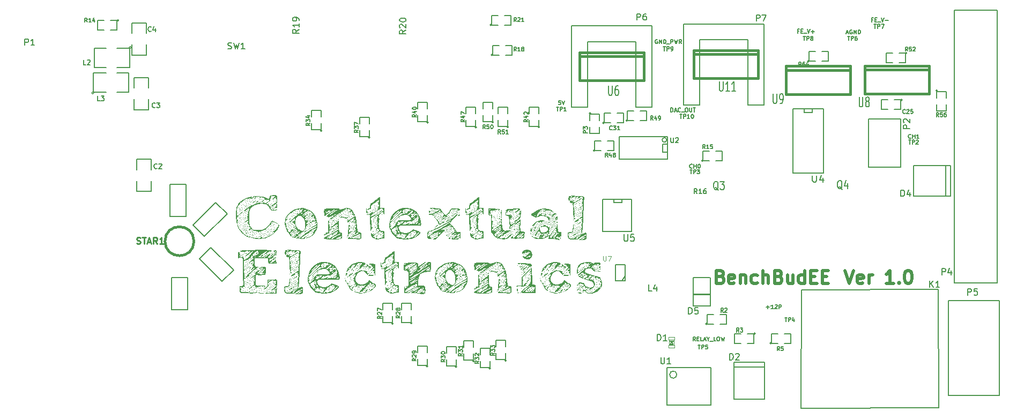
<source format=gto>
G04 (created by PCBNEW (2013-03-19 BZR 4004)-stable) date 12/19/2013 12:03:07 AM*
%MOIN*%
G04 Gerber Fmt 3.4, Leading zero omitted, Abs format*
%FSLAX34Y34*%
G01*
G70*
G90*
G04 APERTURE LIST*
%ADD10C,0.006*%
%ADD11C,0.02*%
%ADD12C,0.00590551*%
%ADD13C,0.005*%
%ADD14C,0.0065*%
%ADD15C,0.008*%
%ADD16C,0.015*%
%ADD17C,0.0001*%
%ADD18C,0.0026*%
%ADD19C,0.004*%
%ADD20C,0.003*%
%ADD21C,0.01*%
G04 APERTURE END LIST*
G54D10*
G54D11*
X68950Y-46954D02*
X69064Y-46992D01*
X69102Y-47030D01*
X69140Y-47107D01*
X69140Y-47221D01*
X69102Y-47297D01*
X69064Y-47335D01*
X68988Y-47373D01*
X68683Y-47373D01*
X68683Y-46573D01*
X68950Y-46573D01*
X69026Y-46611D01*
X69064Y-46650D01*
X69102Y-46726D01*
X69102Y-46802D01*
X69064Y-46878D01*
X69026Y-46916D01*
X68950Y-46954D01*
X68683Y-46954D01*
X69788Y-47335D02*
X69711Y-47373D01*
X69559Y-47373D01*
X69483Y-47335D01*
X69445Y-47259D01*
X69445Y-46954D01*
X69483Y-46878D01*
X69559Y-46840D01*
X69711Y-46840D01*
X69788Y-46878D01*
X69826Y-46954D01*
X69826Y-47030D01*
X69445Y-47107D01*
X70169Y-46840D02*
X70169Y-47373D01*
X70169Y-46916D02*
X70207Y-46878D01*
X70283Y-46840D01*
X70397Y-46840D01*
X70473Y-46878D01*
X70511Y-46954D01*
X70511Y-47373D01*
X71235Y-47335D02*
X71159Y-47373D01*
X71007Y-47373D01*
X70930Y-47335D01*
X70892Y-47297D01*
X70854Y-47221D01*
X70854Y-46992D01*
X70892Y-46916D01*
X70930Y-46878D01*
X71007Y-46840D01*
X71159Y-46840D01*
X71235Y-46878D01*
X71578Y-47373D02*
X71578Y-46573D01*
X71921Y-47373D02*
X71921Y-46954D01*
X71883Y-46878D01*
X71807Y-46840D01*
X71692Y-46840D01*
X71616Y-46878D01*
X71578Y-46916D01*
X72569Y-46954D02*
X72683Y-46992D01*
X72721Y-47030D01*
X72759Y-47107D01*
X72759Y-47221D01*
X72721Y-47297D01*
X72683Y-47335D01*
X72607Y-47373D01*
X72302Y-47373D01*
X72302Y-46573D01*
X72569Y-46573D01*
X72645Y-46611D01*
X72683Y-46650D01*
X72721Y-46726D01*
X72721Y-46802D01*
X72683Y-46878D01*
X72645Y-46916D01*
X72569Y-46954D01*
X72302Y-46954D01*
X73445Y-46840D02*
X73445Y-47373D01*
X73102Y-46840D02*
X73102Y-47259D01*
X73140Y-47335D01*
X73216Y-47373D01*
X73330Y-47373D01*
X73407Y-47335D01*
X73445Y-47297D01*
X74169Y-47373D02*
X74169Y-46573D01*
X74169Y-47335D02*
X74092Y-47373D01*
X73940Y-47373D01*
X73864Y-47335D01*
X73826Y-47297D01*
X73788Y-47221D01*
X73788Y-46992D01*
X73826Y-46916D01*
X73864Y-46878D01*
X73940Y-46840D01*
X74092Y-46840D01*
X74169Y-46878D01*
X74550Y-46954D02*
X74816Y-46954D01*
X74930Y-47373D02*
X74550Y-47373D01*
X74550Y-46573D01*
X74930Y-46573D01*
X75273Y-46954D02*
X75540Y-46954D01*
X75654Y-47373D02*
X75273Y-47373D01*
X75273Y-46573D01*
X75654Y-46573D01*
X76685Y-46573D02*
X76952Y-47373D01*
X77219Y-46573D01*
X77790Y-47335D02*
X77714Y-47373D01*
X77561Y-47373D01*
X77485Y-47335D01*
X77447Y-47259D01*
X77447Y-46954D01*
X77485Y-46878D01*
X77561Y-46840D01*
X77714Y-46840D01*
X77790Y-46878D01*
X77828Y-46954D01*
X77828Y-47030D01*
X77447Y-47107D01*
X78171Y-47373D02*
X78171Y-46840D01*
X78171Y-46992D02*
X78209Y-46916D01*
X78247Y-46878D01*
X78323Y-46840D01*
X78400Y-46840D01*
X79695Y-47373D02*
X79238Y-47373D01*
X79466Y-47373D02*
X79466Y-46573D01*
X79390Y-46688D01*
X79314Y-46764D01*
X79238Y-46802D01*
X80038Y-47297D02*
X80076Y-47335D01*
X80038Y-47373D01*
X80000Y-47335D01*
X80038Y-47297D01*
X80038Y-47373D01*
X80571Y-46573D02*
X80647Y-46573D01*
X80723Y-46611D01*
X80761Y-46650D01*
X80800Y-46726D01*
X80838Y-46878D01*
X80838Y-47069D01*
X80800Y-47221D01*
X80761Y-47297D01*
X80723Y-47335D01*
X80647Y-47373D01*
X80571Y-47373D01*
X80495Y-47335D01*
X80457Y-47297D01*
X80419Y-47221D01*
X80380Y-47069D01*
X80380Y-46878D01*
X80419Y-46726D01*
X80457Y-46650D01*
X80495Y-46611D01*
X80571Y-46573D01*
G54D12*
X69770Y-52590D02*
X71670Y-52590D01*
X69770Y-54590D02*
X71670Y-54590D01*
X71670Y-54590D02*
X71670Y-52290D01*
X71670Y-52290D02*
X69770Y-52290D01*
X69770Y-52290D02*
X69770Y-54590D01*
G54D13*
X72100Y-51100D02*
G75*
G03X72100Y-51100I-50J0D01*
G74*
G01*
X72500Y-51100D02*
X72100Y-51100D01*
X72100Y-51100D02*
X72100Y-50500D01*
X72100Y-50500D02*
X72500Y-50500D01*
X72900Y-50500D02*
X73300Y-50500D01*
X73300Y-50500D02*
X73300Y-51100D01*
X73300Y-51100D02*
X72900Y-51100D01*
X71100Y-50500D02*
G75*
G03X71100Y-50500I-50J0D01*
G74*
G01*
X70600Y-50500D02*
X71000Y-50500D01*
X71000Y-50500D02*
X71000Y-51100D01*
X71000Y-51100D02*
X70600Y-51100D01*
X70200Y-51100D02*
X69800Y-51100D01*
X69800Y-51100D02*
X69800Y-50500D01*
X69800Y-50500D02*
X70200Y-50500D01*
X68100Y-49900D02*
G75*
G03X68100Y-49900I-50J0D01*
G74*
G01*
X68500Y-49900D02*
X68100Y-49900D01*
X68100Y-49900D02*
X68100Y-49300D01*
X68100Y-49300D02*
X68500Y-49300D01*
X68900Y-49300D02*
X69300Y-49300D01*
X69300Y-49300D02*
X69300Y-49900D01*
X69300Y-49900D02*
X68900Y-49900D01*
G54D12*
X66223Y-53050D02*
G75*
G03X66223Y-53050I-223J0D01*
G74*
G01*
X65600Y-52600D02*
X65600Y-54950D01*
X65600Y-54950D02*
X68350Y-54950D01*
X68350Y-54950D02*
X68350Y-52600D01*
X68350Y-52600D02*
X65600Y-52600D01*
G54D14*
X62650Y-39650D02*
X65650Y-39650D01*
X65650Y-38250D02*
X62650Y-38250D01*
X62650Y-39650D02*
X62650Y-38250D01*
G54D10*
X65650Y-38250D02*
X65650Y-39650D01*
G54D13*
X65591Y-38450D02*
G75*
G03X65591Y-38450I-141J0D01*
G74*
G01*
X65650Y-39200D02*
X65350Y-39200D01*
X65350Y-39200D02*
X65350Y-38700D01*
X65350Y-38700D02*
X65650Y-38700D01*
G54D15*
X75350Y-40500D02*
X73450Y-40500D01*
X73450Y-40500D02*
X73450Y-36500D01*
X73450Y-36500D02*
X75350Y-36500D01*
X75350Y-36500D02*
X75350Y-40500D01*
X74650Y-36500D02*
X74650Y-36750D01*
X74650Y-36750D02*
X74150Y-36750D01*
X74150Y-36750D02*
X74150Y-36500D01*
X78150Y-40150D02*
X78150Y-37150D01*
X80150Y-37150D02*
X80150Y-40150D01*
X80150Y-40150D02*
X78150Y-40150D01*
X78150Y-37150D02*
X80150Y-37150D01*
G54D13*
X61125Y-39125D02*
G75*
G03X61125Y-39125I-50J0D01*
G74*
G01*
X61525Y-39125D02*
X61125Y-39125D01*
X61125Y-39125D02*
X61125Y-38525D01*
X61125Y-38525D02*
X61525Y-38525D01*
X61925Y-38525D02*
X62325Y-38525D01*
X62325Y-38525D02*
X62325Y-39125D01*
X62325Y-39125D02*
X61925Y-39125D01*
X63150Y-37250D02*
G75*
G03X63150Y-37250I-50J0D01*
G74*
G01*
X63550Y-37250D02*
X63150Y-37250D01*
X63150Y-37250D02*
X63150Y-36650D01*
X63150Y-36650D02*
X63550Y-36650D01*
X63950Y-36650D02*
X64350Y-36650D01*
X64350Y-36650D02*
X64350Y-37250D01*
X64350Y-37250D02*
X63950Y-37250D01*
G54D12*
X84700Y-54334D02*
X83125Y-54334D01*
X83125Y-54334D02*
X83125Y-48428D01*
X83125Y-48428D02*
X86274Y-48428D01*
X86274Y-48428D02*
X86274Y-54334D01*
X86274Y-54334D02*
X84700Y-54334D01*
X84800Y-47355D02*
X83461Y-47355D01*
X83461Y-47355D02*
X83461Y-30387D01*
X83461Y-30387D02*
X86134Y-30387D01*
X86134Y-30387D02*
X86138Y-47355D01*
X86138Y-47355D02*
X84800Y-47355D01*
G54D13*
X63400Y-42150D02*
X63400Y-44150D01*
X63400Y-44150D02*
X61600Y-44150D01*
X61600Y-44150D02*
X61600Y-42150D01*
X61600Y-42150D02*
X63400Y-42150D01*
X62800Y-42150D02*
X62800Y-42350D01*
X62800Y-42350D02*
X62300Y-42350D01*
X62300Y-42350D02*
X62300Y-42150D01*
G54D12*
X82950Y-40050D02*
X82950Y-41950D01*
X80950Y-40050D02*
X80950Y-41950D01*
X80950Y-41950D02*
X83250Y-41950D01*
X83250Y-41950D02*
X83250Y-40050D01*
X83250Y-40050D02*
X80950Y-40050D01*
G54D13*
X67850Y-39750D02*
G75*
G03X67850Y-39750I-50J0D01*
G74*
G01*
X68250Y-39750D02*
X67850Y-39750D01*
X67850Y-39750D02*
X67850Y-39150D01*
X67850Y-39150D02*
X68250Y-39150D01*
X68650Y-39150D02*
X69050Y-39150D01*
X69050Y-39150D02*
X69050Y-39750D01*
X69050Y-39750D02*
X68650Y-39750D01*
X29970Y-35525D02*
G75*
G03X29970Y-35525I-70J0D01*
G74*
G01*
X31400Y-35475D02*
X32150Y-35475D01*
X32150Y-35475D02*
X32150Y-34275D01*
X32150Y-34275D02*
X31400Y-34275D01*
X30750Y-34275D02*
X29950Y-34275D01*
X29950Y-34275D02*
X29950Y-35475D01*
X29950Y-35475D02*
X30750Y-35475D01*
X32320Y-32700D02*
G75*
G03X32320Y-32700I-70J0D01*
G74*
G01*
X30750Y-32750D02*
X30000Y-32750D01*
X30000Y-32750D02*
X30000Y-33950D01*
X30000Y-33950D02*
X30750Y-33950D01*
X31400Y-33950D02*
X32200Y-33950D01*
X32200Y-33950D02*
X32200Y-32750D01*
X32200Y-32750D02*
X31400Y-32750D01*
X33375Y-34575D02*
X32475Y-34575D01*
X32475Y-34575D02*
X32475Y-35225D01*
X33375Y-35925D02*
X33375Y-36575D01*
X33375Y-36575D02*
X32475Y-36575D01*
X32475Y-36575D02*
X32475Y-35925D01*
X33375Y-35225D02*
X33375Y-34575D01*
X33250Y-31175D02*
X32350Y-31175D01*
X32350Y-31175D02*
X32350Y-31825D01*
X33250Y-32525D02*
X33250Y-33175D01*
X33250Y-33175D02*
X32350Y-33175D01*
X32350Y-33175D02*
X32350Y-32525D01*
X33250Y-31825D02*
X33250Y-31175D01*
X32650Y-41650D02*
X33550Y-41650D01*
X33550Y-41650D02*
X33550Y-41000D01*
X32650Y-40300D02*
X32650Y-39650D01*
X32650Y-39650D02*
X33550Y-39650D01*
X33550Y-39650D02*
X33550Y-40300D01*
X32650Y-41000D02*
X32650Y-41650D01*
X31525Y-31000D02*
G75*
G03X31525Y-31000I-50J0D01*
G74*
G01*
X31025Y-31000D02*
X31425Y-31000D01*
X31425Y-31000D02*
X31425Y-31600D01*
X31425Y-31600D02*
X31025Y-31600D01*
X30625Y-31600D02*
X30225Y-31600D01*
X30225Y-31600D02*
X30225Y-31000D01*
X30225Y-31000D02*
X30625Y-31000D01*
X80250Y-35960D02*
G75*
G03X80250Y-35960I-50J0D01*
G74*
G01*
X79750Y-35960D02*
X80150Y-35960D01*
X80150Y-35960D02*
X80150Y-36560D01*
X80150Y-36560D02*
X79750Y-36560D01*
X79350Y-36560D02*
X78950Y-36560D01*
X78950Y-36560D02*
X78950Y-35960D01*
X78950Y-35960D02*
X79350Y-35960D01*
X54775Y-33175D02*
G75*
G03X54775Y-33175I-50J0D01*
G74*
G01*
X55175Y-33175D02*
X54775Y-33175D01*
X54775Y-33175D02*
X54775Y-32575D01*
X54775Y-32575D02*
X55175Y-32575D01*
X55575Y-32575D02*
X55975Y-32575D01*
X55975Y-32575D02*
X55975Y-33175D01*
X55975Y-33175D02*
X55575Y-33175D01*
X80530Y-33040D02*
G75*
G03X80530Y-33040I-50J0D01*
G74*
G01*
X80030Y-33040D02*
X80430Y-33040D01*
X80430Y-33040D02*
X80430Y-33640D01*
X80430Y-33640D02*
X80030Y-33640D01*
X79630Y-33640D02*
X79230Y-33640D01*
X79230Y-33640D02*
X79230Y-33040D01*
X79230Y-33040D02*
X79630Y-33040D01*
X74450Y-33560D02*
G75*
G03X74450Y-33560I-50J0D01*
G74*
G01*
X74850Y-33560D02*
X74450Y-33560D01*
X74450Y-33560D02*
X74450Y-32960D01*
X74450Y-32960D02*
X74850Y-32960D01*
X75250Y-32960D02*
X75650Y-32960D01*
X75650Y-32960D02*
X75650Y-33560D01*
X75650Y-33560D02*
X75250Y-33560D01*
X54700Y-31300D02*
G75*
G03X54700Y-31300I-50J0D01*
G74*
G01*
X55100Y-31300D02*
X54700Y-31300D01*
X54700Y-31300D02*
X54700Y-30700D01*
X54700Y-30700D02*
X55100Y-30700D01*
X55500Y-30700D02*
X55900Y-30700D01*
X55900Y-30700D02*
X55900Y-31300D01*
X55900Y-31300D02*
X55500Y-31300D01*
X63000Y-46900D02*
X62800Y-47200D01*
X63000Y-46200D02*
X63000Y-47225D01*
X63000Y-47225D02*
X62400Y-47225D01*
X62400Y-47225D02*
X62400Y-46200D01*
X62400Y-46200D02*
X63000Y-46200D01*
G54D12*
X68311Y-48029D02*
X67248Y-48029D01*
X68311Y-48069D02*
X67248Y-48069D01*
X68272Y-47006D02*
X67248Y-47006D01*
X67248Y-47006D02*
X67248Y-48777D01*
X67248Y-48777D02*
X68311Y-48777D01*
X68311Y-48777D02*
X68311Y-47006D01*
X73980Y-47800D02*
X73940Y-55160D01*
X73940Y-55160D02*
X82520Y-55120D01*
X82520Y-55120D02*
X82480Y-47760D01*
X82480Y-47760D02*
X73980Y-47780D01*
G54D16*
X36200Y-44750D02*
G75*
G03X36200Y-44750I-900J0D01*
G74*
G01*
G54D10*
X34800Y-47000D02*
X35800Y-47000D01*
X35800Y-47000D02*
X35800Y-49000D01*
X35800Y-49000D02*
X34800Y-49000D01*
X34800Y-49000D02*
X34800Y-47000D01*
X36539Y-45846D02*
X37246Y-45139D01*
X37246Y-45139D02*
X38660Y-46553D01*
X38660Y-46553D02*
X37953Y-47260D01*
X37953Y-47260D02*
X36539Y-45846D01*
X35700Y-43200D02*
X34700Y-43200D01*
X34700Y-43200D02*
X34700Y-41200D01*
X34700Y-41200D02*
X35700Y-41200D01*
X35700Y-41200D02*
X35700Y-43200D01*
X36846Y-44460D02*
X36139Y-43753D01*
X36139Y-43753D02*
X37553Y-42339D01*
X37553Y-42339D02*
X38260Y-43046D01*
X38260Y-43046D02*
X36846Y-44460D01*
G54D13*
X60875Y-36800D02*
G75*
G03X60875Y-36800I-50J0D01*
G74*
G01*
X60825Y-37250D02*
X60825Y-36850D01*
X60825Y-36850D02*
X61425Y-36850D01*
X61425Y-36850D02*
X61425Y-37250D01*
X61425Y-37650D02*
X61425Y-38050D01*
X61425Y-38050D02*
X60825Y-38050D01*
X60825Y-38050D02*
X60825Y-37650D01*
X54825Y-37350D02*
G75*
G03X54825Y-37350I-50J0D01*
G74*
G01*
X54775Y-36900D02*
X54775Y-37300D01*
X54775Y-37300D02*
X54175Y-37300D01*
X54175Y-37300D02*
X54175Y-36900D01*
X54175Y-36500D02*
X54175Y-36100D01*
X54175Y-36100D02*
X54775Y-36100D01*
X54775Y-36100D02*
X54775Y-36500D01*
X55750Y-37650D02*
G75*
G03X55750Y-37650I-50J0D01*
G74*
G01*
X55700Y-37200D02*
X55700Y-37600D01*
X55700Y-37600D02*
X55100Y-37600D01*
X55100Y-37600D02*
X55100Y-37200D01*
X55100Y-36800D02*
X55100Y-36400D01*
X55100Y-36400D02*
X55700Y-36400D01*
X55700Y-36400D02*
X55700Y-36800D01*
X53775Y-37650D02*
G75*
G03X53775Y-37650I-50J0D01*
G74*
G01*
X53725Y-37200D02*
X53725Y-37600D01*
X53725Y-37600D02*
X53125Y-37600D01*
X53125Y-37600D02*
X53125Y-37200D01*
X53125Y-36800D02*
X53125Y-36400D01*
X53125Y-36400D02*
X53725Y-36400D01*
X53725Y-36400D02*
X53725Y-36800D01*
X47150Y-38300D02*
G75*
G03X47150Y-38300I-50J0D01*
G74*
G01*
X47100Y-37850D02*
X47100Y-38250D01*
X47100Y-38250D02*
X46500Y-38250D01*
X46500Y-38250D02*
X46500Y-37850D01*
X46500Y-37450D02*
X46500Y-37050D01*
X46500Y-37050D02*
X47100Y-37050D01*
X47100Y-37050D02*
X47100Y-37450D01*
X54650Y-52670D02*
G75*
G03X54650Y-52670I-50J0D01*
G74*
G01*
X54600Y-52220D02*
X54600Y-52620D01*
X54600Y-52620D02*
X54000Y-52620D01*
X54000Y-52620D02*
X54000Y-52220D01*
X54000Y-51820D02*
X54000Y-51420D01*
X54000Y-51420D02*
X54600Y-51420D01*
X54600Y-51420D02*
X54600Y-51820D01*
X55625Y-52175D02*
G75*
G03X55625Y-52175I-50J0D01*
G74*
G01*
X55575Y-51725D02*
X55575Y-52125D01*
X55575Y-52125D02*
X54975Y-52125D01*
X54975Y-52125D02*
X54975Y-51725D01*
X54975Y-51325D02*
X54975Y-50925D01*
X54975Y-50925D02*
X55575Y-50925D01*
X55575Y-50925D02*
X55575Y-51325D01*
X53625Y-52200D02*
G75*
G03X53625Y-52200I-50J0D01*
G74*
G01*
X53575Y-51750D02*
X53575Y-52150D01*
X53575Y-52150D02*
X52975Y-52150D01*
X52975Y-52150D02*
X52975Y-51750D01*
X52975Y-51350D02*
X52975Y-50950D01*
X52975Y-50950D02*
X53575Y-50950D01*
X53575Y-50950D02*
X53575Y-51350D01*
X52550Y-52570D02*
G75*
G03X52550Y-52570I-50J0D01*
G74*
G01*
X52500Y-52120D02*
X52500Y-52520D01*
X52500Y-52520D02*
X51900Y-52520D01*
X51900Y-52520D02*
X51900Y-52120D01*
X51900Y-51720D02*
X51900Y-51320D01*
X51900Y-51320D02*
X52500Y-51320D01*
X52500Y-51320D02*
X52500Y-51720D01*
X44150Y-37875D02*
G75*
G03X44150Y-37875I-50J0D01*
G74*
G01*
X44100Y-37425D02*
X44100Y-37825D01*
X44100Y-37825D02*
X43500Y-37825D01*
X43500Y-37825D02*
X43500Y-37425D01*
X43500Y-37025D02*
X43500Y-36625D01*
X43500Y-36625D02*
X44100Y-36625D01*
X44100Y-36625D02*
X44100Y-37025D01*
X48600Y-49875D02*
G75*
G03X48600Y-49875I-50J0D01*
G74*
G01*
X48550Y-49425D02*
X48550Y-49825D01*
X48550Y-49825D02*
X47950Y-49825D01*
X47950Y-49825D02*
X47950Y-49425D01*
X47950Y-49025D02*
X47950Y-48625D01*
X47950Y-48625D02*
X48550Y-48625D01*
X48550Y-48625D02*
X48550Y-49025D01*
X50750Y-52520D02*
G75*
G03X50750Y-52520I-50J0D01*
G74*
G01*
X50700Y-52070D02*
X50700Y-52470D01*
X50700Y-52470D02*
X50100Y-52470D01*
X50100Y-52470D02*
X50100Y-52070D01*
X50100Y-51670D02*
X50100Y-51270D01*
X50100Y-51270D02*
X50700Y-51270D01*
X50700Y-51270D02*
X50700Y-51670D01*
X57700Y-37650D02*
G75*
G03X57700Y-37650I-50J0D01*
G74*
G01*
X57650Y-37200D02*
X57650Y-37600D01*
X57650Y-37600D02*
X57050Y-37600D01*
X57050Y-37600D02*
X57050Y-37200D01*
X57050Y-36800D02*
X57050Y-36400D01*
X57050Y-36400D02*
X57650Y-36400D01*
X57650Y-36400D02*
X57650Y-36800D01*
X50775Y-37375D02*
G75*
G03X50775Y-37375I-50J0D01*
G74*
G01*
X50725Y-36925D02*
X50725Y-37325D01*
X50725Y-37325D02*
X50125Y-37325D01*
X50125Y-37325D02*
X50125Y-36925D01*
X50125Y-36525D02*
X50125Y-36125D01*
X50125Y-36125D02*
X50725Y-36125D01*
X50725Y-36125D02*
X50725Y-36525D01*
X49750Y-49850D02*
G75*
G03X49750Y-49850I-50J0D01*
G74*
G01*
X49700Y-49400D02*
X49700Y-49800D01*
X49700Y-49800D02*
X49100Y-49800D01*
X49100Y-49800D02*
X49100Y-49400D01*
X49100Y-49000D02*
X49100Y-48600D01*
X49100Y-48600D02*
X49700Y-48600D01*
X49700Y-48600D02*
X49700Y-49000D01*
X82430Y-35390D02*
G75*
G03X82430Y-35390I-50J0D01*
G74*
G01*
X82380Y-35840D02*
X82380Y-35440D01*
X82380Y-35440D02*
X82980Y-35440D01*
X82980Y-35440D02*
X82980Y-35840D01*
X82980Y-36240D02*
X82980Y-36640D01*
X82980Y-36640D02*
X82380Y-36640D01*
X82380Y-36640D02*
X82380Y-36240D01*
X61700Y-37390D02*
G75*
G03X61700Y-37390I-50J0D01*
G74*
G01*
X62100Y-37390D02*
X61700Y-37390D01*
X61700Y-37390D02*
X61700Y-36790D01*
X61700Y-36790D02*
X62100Y-36790D01*
X62500Y-36790D02*
X62900Y-36790D01*
X62900Y-36790D02*
X62900Y-37390D01*
X62900Y-37390D02*
X62500Y-37390D01*
G54D17*
G36*
X41360Y-47666D02*
X41350Y-47845D01*
X41340Y-48024D01*
X40965Y-48025D01*
X40815Y-48025D01*
X40694Y-48024D01*
X40615Y-48023D01*
X40590Y-48021D01*
X40614Y-48000D01*
X40673Y-47960D01*
X40677Y-47957D01*
X40730Y-47928D01*
X40744Y-47933D01*
X40742Y-47936D01*
X40753Y-47960D01*
X40810Y-47971D01*
X40896Y-47970D01*
X40992Y-47960D01*
X41078Y-47940D01*
X41138Y-47912D01*
X41139Y-47911D01*
X41184Y-47876D01*
X41183Y-47884D01*
X41160Y-47915D01*
X41137Y-47962D01*
X41156Y-47977D01*
X41203Y-47961D01*
X41260Y-47918D01*
X41276Y-47901D01*
X41318Y-47851D01*
X41316Y-47839D01*
X41275Y-47853D01*
X41232Y-47866D01*
X41232Y-47852D01*
X41275Y-47801D01*
X41340Y-47726D01*
X41248Y-47784D01*
X41179Y-47823D01*
X41159Y-47824D01*
X41188Y-47793D01*
X41258Y-47739D01*
X41360Y-47666D01*
X41360Y-47666D01*
X41360Y-47666D01*
G37*
G36*
X42989Y-47740D02*
X42986Y-47882D01*
X42968Y-47970D01*
X42926Y-48018D01*
X42923Y-48018D01*
X42923Y-47853D01*
X42897Y-47839D01*
X42821Y-47868D01*
X42790Y-47885D01*
X42710Y-47933D01*
X42662Y-47971D01*
X42656Y-47982D01*
X42663Y-48002D01*
X42693Y-48000D01*
X42761Y-47972D01*
X42805Y-47951D01*
X42880Y-47905D01*
X42921Y-47862D01*
X42923Y-47853D01*
X42923Y-48018D01*
X42845Y-48036D01*
X42716Y-48040D01*
X42711Y-48040D01*
X42591Y-48038D01*
X42528Y-48032D01*
X42515Y-48020D01*
X42542Y-47999D01*
X42544Y-47998D01*
X42721Y-47895D01*
X42845Y-47820D01*
X42920Y-47769D01*
X42954Y-47739D01*
X42956Y-47732D01*
X42935Y-47707D01*
X42934Y-47707D01*
X42895Y-47722D01*
X42849Y-47745D01*
X42849Y-47623D01*
X42845Y-47618D01*
X42825Y-47623D01*
X42823Y-47640D01*
X42835Y-47668D01*
X42845Y-47662D01*
X42849Y-47623D01*
X42849Y-47745D01*
X42816Y-47762D01*
X42715Y-47817D01*
X42612Y-47875D01*
X42612Y-47753D01*
X42611Y-47750D01*
X42574Y-47756D01*
X42500Y-47788D01*
X42437Y-47823D01*
X42348Y-47881D01*
X42314Y-47919D01*
X42327Y-47943D01*
X42389Y-47962D01*
X42428Y-47941D01*
X42431Y-47912D01*
X42452Y-47873D01*
X42515Y-47828D01*
X42526Y-47822D01*
X42589Y-47782D01*
X42612Y-47753D01*
X42612Y-47875D01*
X42523Y-47928D01*
X42466Y-47966D01*
X42456Y-47975D01*
X42412Y-47995D01*
X42325Y-48010D01*
X42221Y-48018D01*
X42123Y-48015D01*
X41983Y-47999D01*
X41896Y-47981D01*
X41849Y-47951D01*
X41828Y-47898D01*
X41820Y-47811D01*
X41817Y-47772D01*
X41806Y-47573D01*
X41923Y-47554D01*
X42033Y-47533D01*
X42093Y-47507D01*
X42118Y-47460D01*
X42125Y-47379D01*
X42125Y-47366D01*
X42133Y-47236D01*
X42152Y-47105D01*
X42155Y-47090D01*
X42169Y-47035D01*
X42177Y-47030D01*
X42180Y-47080D01*
X42179Y-47190D01*
X42178Y-47224D01*
X42172Y-47353D01*
X42159Y-47457D01*
X42142Y-47518D01*
X42138Y-47524D01*
X42063Y-47581D01*
X41991Y-47613D01*
X41943Y-47611D01*
X41939Y-47606D01*
X41905Y-47583D01*
X41875Y-47614D01*
X41858Y-47689D01*
X41856Y-47725D01*
X41867Y-47808D01*
X41896Y-47841D01*
X41898Y-47841D01*
X41917Y-47851D01*
X41892Y-47871D01*
X41879Y-47895D01*
X41921Y-47919D01*
X41986Y-47939D01*
X42098Y-47959D01*
X42165Y-47948D01*
X42167Y-47946D01*
X42248Y-47891D01*
X42363Y-47824D01*
X42497Y-47753D01*
X42634Y-47686D01*
X42758Y-47631D01*
X42854Y-47595D01*
X42901Y-47585D01*
X42955Y-47594D01*
X42981Y-47625D01*
X42989Y-47697D01*
X42989Y-47740D01*
X42989Y-47740D01*
X42989Y-47740D01*
G37*
G36*
X50947Y-46216D02*
X50940Y-46341D01*
X50937Y-46374D01*
X50914Y-46640D01*
X50890Y-46640D01*
X50890Y-46421D01*
X50874Y-46401D01*
X50847Y-46411D01*
X50847Y-46320D01*
X50846Y-46319D01*
X50814Y-46330D01*
X50740Y-46370D01*
X50637Y-46434D01*
X50579Y-46471D01*
X50444Y-46558D01*
X50275Y-46661D01*
X50094Y-46768D01*
X50092Y-46769D01*
X50092Y-46275D01*
X50084Y-46274D01*
X50018Y-46290D01*
X50004Y-46299D01*
X50000Y-46299D01*
X50035Y-46264D01*
X50084Y-46211D01*
X50082Y-46192D01*
X50035Y-46206D01*
X49948Y-46252D01*
X49870Y-46300D01*
X49743Y-46382D01*
X49661Y-46433D01*
X49616Y-46459D01*
X49595Y-46465D01*
X49590Y-46457D01*
X49590Y-46450D01*
X49616Y-46420D01*
X49685Y-46367D01*
X49781Y-46300D01*
X49790Y-46295D01*
X49888Y-46228D01*
X49959Y-46172D01*
X49989Y-46138D01*
X49990Y-46136D01*
X49969Y-46109D01*
X49926Y-46120D01*
X49904Y-46144D01*
X49874Y-46160D01*
X49855Y-46138D01*
X49823Y-46115D01*
X49769Y-46135D01*
X49741Y-46153D01*
X49672Y-46187D01*
X49624Y-46191D01*
X49583Y-46198D01*
X49510Y-46236D01*
X49426Y-46291D01*
X49373Y-46330D01*
X49373Y-46174D01*
X49365Y-46145D01*
X49341Y-46140D01*
X49296Y-46158D01*
X49290Y-46174D01*
X49313Y-46206D01*
X49321Y-46207D01*
X49366Y-46183D01*
X49373Y-46174D01*
X49373Y-46330D01*
X49349Y-46349D01*
X49299Y-46398D01*
X49290Y-46417D01*
X49311Y-46425D01*
X49348Y-46403D01*
X49381Y-46380D01*
X49370Y-46399D01*
X49343Y-46432D01*
X49303Y-46485D01*
X49309Y-46505D01*
X49332Y-46507D01*
X49384Y-46488D01*
X49396Y-46471D01*
X49431Y-46459D01*
X49505Y-46487D01*
X49582Y-46515D01*
X49637Y-46515D01*
X49639Y-46514D01*
X49646Y-46515D01*
X49611Y-46549D01*
X49566Y-46604D01*
X49574Y-46628D01*
X49627Y-46616D01*
X49678Y-46589D01*
X49773Y-46533D01*
X49680Y-46614D01*
X49613Y-46693D01*
X49595Y-46782D01*
X49596Y-46801D01*
X49611Y-46878D01*
X49646Y-46901D01*
X49710Y-46872D01*
X49773Y-46825D01*
X49830Y-46767D01*
X49833Y-46741D01*
X49789Y-46755D01*
X49738Y-46789D01*
X49679Y-46827D01*
X49651Y-46839D01*
X49635Y-46816D01*
X49643Y-46765D01*
X49669Y-46718D01*
X49672Y-46716D01*
X49684Y-46714D01*
X49676Y-46732D01*
X49671Y-46769D01*
X49683Y-46774D01*
X49728Y-46756D01*
X49805Y-46711D01*
X49898Y-46652D01*
X49988Y-46589D01*
X50057Y-46534D01*
X50089Y-46500D01*
X50090Y-46498D01*
X50084Y-46484D01*
X50059Y-46490D01*
X50005Y-46521D01*
X49911Y-46582D01*
X49865Y-46614D01*
X49772Y-46674D01*
X49730Y-46695D01*
X49738Y-46680D01*
X49793Y-46632D01*
X49894Y-46553D01*
X49909Y-46541D01*
X50004Y-46464D01*
X50060Y-46409D01*
X50075Y-46380D01*
X50045Y-46384D01*
X49968Y-46426D01*
X49967Y-46427D01*
X49913Y-46458D01*
X49908Y-46452D01*
X49948Y-46414D01*
X50032Y-46349D01*
X50036Y-46346D01*
X50086Y-46300D01*
X50092Y-46275D01*
X50092Y-46769D01*
X50056Y-46789D01*
X50056Y-46624D01*
X50040Y-46607D01*
X50023Y-46624D01*
X50040Y-46640D01*
X50056Y-46624D01*
X50056Y-46789D01*
X50023Y-46808D01*
X50023Y-46724D01*
X50006Y-46707D01*
X49990Y-46724D01*
X50006Y-46740D01*
X50023Y-46724D01*
X50023Y-46808D01*
X49958Y-46846D01*
X49950Y-46850D01*
X49950Y-46795D01*
X49945Y-46785D01*
X49940Y-46784D01*
X49940Y-46707D01*
X49938Y-46676D01*
X49927Y-46674D01*
X49880Y-46698D01*
X49873Y-46707D01*
X49874Y-46738D01*
X49886Y-46740D01*
X49933Y-46716D01*
X49940Y-46707D01*
X49940Y-46784D01*
X49905Y-46781D01*
X49901Y-46785D01*
X49905Y-46804D01*
X49923Y-46807D01*
X49950Y-46795D01*
X49950Y-46850D01*
X49819Y-46928D01*
X49704Y-47002D01*
X49624Y-47061D01*
X49590Y-47096D01*
X49590Y-47098D01*
X49615Y-47105D01*
X49686Y-47081D01*
X49792Y-47031D01*
X49921Y-46961D01*
X50064Y-46876D01*
X50210Y-46782D01*
X50307Y-46716D01*
X50418Y-46637D01*
X50514Y-46571D01*
X50576Y-46529D01*
X50584Y-46524D01*
X50682Y-46461D01*
X50767Y-46398D01*
X50827Y-46347D01*
X50847Y-46320D01*
X50847Y-46411D01*
X50823Y-46420D01*
X50756Y-46461D01*
X50670Y-46525D01*
X50628Y-46573D01*
X50634Y-46597D01*
X50691Y-46589D01*
X50698Y-46587D01*
X50788Y-46568D01*
X50839Y-46566D01*
X50880Y-46563D01*
X50861Y-46543D01*
X50835Y-46511D01*
X50853Y-46492D01*
X50887Y-46442D01*
X50890Y-46421D01*
X50890Y-46640D01*
X50760Y-46642D01*
X50588Y-46661D01*
X50427Y-46710D01*
X50302Y-46780D01*
X50287Y-46792D01*
X50227Y-46879D01*
X50183Y-47016D01*
X50154Y-47211D01*
X50147Y-47299D01*
X50132Y-47507D01*
X50319Y-47507D01*
X50431Y-47513D01*
X50519Y-47526D01*
X50552Y-47537D01*
X50578Y-47586D01*
X50592Y-47677D01*
X50595Y-47789D01*
X50587Y-47898D01*
X50568Y-47981D01*
X50557Y-47998D01*
X50557Y-47827D01*
X50544Y-47813D01*
X50526Y-47822D01*
X50472Y-47827D01*
X50438Y-47818D01*
X50399Y-47795D01*
X50422Y-47765D01*
X50429Y-47760D01*
X50461Y-47717D01*
X50480Y-47658D01*
X50479Y-47614D01*
X50468Y-47607D01*
X50434Y-47623D01*
X50365Y-47663D01*
X50306Y-47700D01*
X50306Y-47570D01*
X50190Y-47627D01*
X50116Y-47661D01*
X50093Y-47665D01*
X50110Y-47639D01*
X50123Y-47623D01*
X50145Y-47595D01*
X50152Y-47580D01*
X50134Y-47581D01*
X50123Y-47584D01*
X50123Y-47172D01*
X50117Y-47146D01*
X50091Y-47147D01*
X50030Y-47178D01*
X49975Y-47210D01*
X49902Y-47249D01*
X49860Y-47264D01*
X49856Y-47262D01*
X49883Y-47237D01*
X49949Y-47193D01*
X49990Y-47169D01*
X50069Y-47119D01*
X50117Y-47078D01*
X50123Y-47065D01*
X50097Y-47067D01*
X50056Y-47084D01*
X50056Y-46970D01*
X50029Y-46973D01*
X49957Y-47001D01*
X49853Y-47049D01*
X49823Y-47064D01*
X49713Y-47122D01*
X49631Y-47173D01*
X49591Y-47206D01*
X49590Y-47210D01*
X49594Y-47232D01*
X49616Y-47235D01*
X49665Y-47214D01*
X49754Y-47166D01*
X49841Y-47116D01*
X49945Y-47054D01*
X50021Y-47003D01*
X50055Y-46972D01*
X50056Y-46970D01*
X50056Y-47084D01*
X50030Y-47095D01*
X49936Y-47143D01*
X49831Y-47202D01*
X49729Y-47265D01*
X49653Y-47317D01*
X49607Y-47356D01*
X49615Y-47363D01*
X49636Y-47358D01*
X49678Y-47350D01*
X49669Y-47375D01*
X49653Y-47395D01*
X49630Y-47423D01*
X49627Y-47436D01*
X49653Y-47429D01*
X49717Y-47401D01*
X49827Y-47348D01*
X49898Y-47313D01*
X50006Y-47257D01*
X50086Y-47207D01*
X50122Y-47175D01*
X50123Y-47172D01*
X50123Y-47584D01*
X50090Y-47596D01*
X50090Y-47303D01*
X50069Y-47285D01*
X50056Y-47290D01*
X50024Y-47334D01*
X50023Y-47344D01*
X50043Y-47362D01*
X50056Y-47357D01*
X50088Y-47313D01*
X50090Y-47303D01*
X50090Y-47596D01*
X50083Y-47599D01*
X50081Y-47599D01*
X50081Y-47485D01*
X50068Y-47426D01*
X50044Y-47409D01*
X50000Y-47424D01*
X49912Y-47465D01*
X49792Y-47524D01*
X49676Y-47584D01*
X49522Y-47668D01*
X49419Y-47732D01*
X49360Y-47783D01*
X49336Y-47827D01*
X49334Y-47835D01*
X49330Y-47871D01*
X49336Y-47892D01*
X49361Y-47895D01*
X49414Y-47878D01*
X49505Y-47838D01*
X49641Y-47774D01*
X49744Y-47725D01*
X49894Y-47651D01*
X49993Y-47596D01*
X50050Y-47554D01*
X50076Y-47516D01*
X50081Y-47485D01*
X50081Y-47599D01*
X49992Y-47639D01*
X49852Y-47703D01*
X49778Y-47737D01*
X49646Y-47799D01*
X49540Y-47854D01*
X49473Y-47895D01*
X49456Y-47912D01*
X49481Y-47938D01*
X49542Y-47930D01*
X49607Y-47897D01*
X49683Y-47853D01*
X49760Y-47817D01*
X49820Y-47796D01*
X49844Y-47797D01*
X49842Y-47802D01*
X49801Y-47834D01*
X49727Y-47872D01*
X49724Y-47873D01*
X49655Y-47910D01*
X49623Y-47942D01*
X49623Y-47944D01*
X49631Y-47969D01*
X49665Y-47963D01*
X49735Y-47922D01*
X49782Y-47890D01*
X49876Y-47838D01*
X49962Y-47809D01*
X49983Y-47807D01*
X50034Y-47795D01*
X50040Y-47774D01*
X50045Y-47744D01*
X50063Y-47740D01*
X50115Y-47720D01*
X50188Y-47670D01*
X50206Y-47655D01*
X50306Y-47570D01*
X50306Y-47700D01*
X50281Y-47716D01*
X50199Y-47769D01*
X50141Y-47809D01*
X50123Y-47825D01*
X50149Y-47828D01*
X50181Y-47820D01*
X50197Y-47822D01*
X50161Y-47848D01*
X50148Y-47856D01*
X50078Y-47907D01*
X50078Y-47850D01*
X50049Y-47846D01*
X49975Y-47880D01*
X49956Y-47890D01*
X49902Y-47924D01*
X49903Y-47937D01*
X49944Y-47939D01*
X50021Y-47918D01*
X50056Y-47890D01*
X50078Y-47850D01*
X50078Y-47907D01*
X50074Y-47910D01*
X50064Y-47950D01*
X50118Y-47971D01*
X50168Y-47974D01*
X50281Y-47949D01*
X50340Y-47907D01*
X50396Y-47857D01*
X50433Y-47840D01*
X50439Y-47860D01*
X50406Y-47907D01*
X50375Y-47956D01*
X50390Y-47975D01*
X50438Y-47960D01*
X50495Y-47918D01*
X50538Y-47868D01*
X50557Y-47827D01*
X50557Y-47998D01*
X50556Y-48000D01*
X50556Y-47938D01*
X50536Y-47918D01*
X50523Y-47924D01*
X50491Y-47953D01*
X50490Y-47959D01*
X50515Y-47973D01*
X50523Y-47974D01*
X50555Y-47948D01*
X50556Y-47938D01*
X50556Y-48000D01*
X50548Y-48013D01*
X50485Y-48032D01*
X50397Y-48039D01*
X50317Y-48033D01*
X50279Y-48018D01*
X50238Y-48008D01*
X50146Y-47999D01*
X50019Y-47993D01*
X49932Y-47990D01*
X49768Y-47987D01*
X49608Y-47983D01*
X49479Y-47980D01*
X49440Y-47978D01*
X49273Y-47973D01*
X49264Y-47757D01*
X49263Y-47646D01*
X49271Y-47568D01*
X49285Y-47540D01*
X49303Y-47567D01*
X49299Y-47607D01*
X49296Y-47659D01*
X49330Y-47667D01*
X49408Y-47632D01*
X49423Y-47624D01*
X49506Y-47576D01*
X49423Y-47571D01*
X49374Y-47566D01*
X49380Y-47555D01*
X49447Y-47532D01*
X49448Y-47532D01*
X49556Y-47497D01*
X49552Y-47144D01*
X49549Y-46940D01*
X49541Y-46793D01*
X49527Y-46693D01*
X49503Y-46632D01*
X49466Y-46598D01*
X49414Y-46583D01*
X49383Y-46580D01*
X49298Y-46565D01*
X49256Y-46527D01*
X49240Y-46474D01*
X49232Y-46381D01*
X49240Y-46274D01*
X49260Y-46180D01*
X49289Y-46124D01*
X49294Y-46121D01*
X49340Y-46110D01*
X49433Y-46098D01*
X49548Y-46089D01*
X49685Y-46081D01*
X49812Y-46074D01*
X49890Y-46069D01*
X50026Y-46071D01*
X50110Y-46102D01*
X50149Y-46167D01*
X50156Y-46232D01*
X50156Y-46353D01*
X50265Y-46250D01*
X50369Y-46165D01*
X50482Y-46094D01*
X50582Y-46049D01*
X50629Y-46040D01*
X50624Y-46057D01*
X50573Y-46101D01*
X50486Y-46165D01*
X50447Y-46191D01*
X50343Y-46265D01*
X50265Y-46327D01*
X50225Y-46368D01*
X50223Y-46374D01*
X50231Y-46401D01*
X50261Y-46398D01*
X50323Y-46362D01*
X50427Y-46290D01*
X50538Y-46214D01*
X50600Y-46178D01*
X50618Y-46182D01*
X50608Y-46204D01*
X50614Y-46240D01*
X50628Y-46247D01*
X50623Y-46270D01*
X50579Y-46309D01*
X50579Y-46253D01*
X50578Y-46251D01*
X50543Y-46257D01*
X50479Y-46291D01*
X50406Y-46339D01*
X50347Y-46386D01*
X50323Y-46417D01*
X50333Y-46430D01*
X50371Y-46415D01*
X50446Y-46368D01*
X50500Y-46331D01*
X50558Y-46284D01*
X50579Y-46253D01*
X50579Y-46309D01*
X50572Y-46316D01*
X50496Y-46370D01*
X50397Y-46425D01*
X50319Y-46455D01*
X50286Y-46454D01*
X50261Y-46449D01*
X50268Y-46466D01*
X50260Y-46506D01*
X50216Y-46554D01*
X50162Y-46588D01*
X50123Y-46590D01*
X50103Y-46604D01*
X50101Y-46625D01*
X50105Y-46669D01*
X50109Y-46674D01*
X50144Y-46655D01*
X50220Y-46607D01*
X50325Y-46536D01*
X50448Y-46452D01*
X50575Y-46363D01*
X50695Y-46277D01*
X50795Y-46204D01*
X50862Y-46152D01*
X50885Y-46131D01*
X50877Y-46115D01*
X50830Y-46138D01*
X50755Y-46194D01*
X50746Y-46202D01*
X50696Y-46236D01*
X50666Y-46221D01*
X50656Y-46206D01*
X50650Y-46145D01*
X50694Y-46087D01*
X50770Y-46048D01*
X50826Y-46040D01*
X50901Y-46051D01*
X50940Y-46074D01*
X50947Y-46121D01*
X50947Y-46216D01*
X50947Y-46216D01*
X50947Y-46216D01*
G37*
G36*
X61583Y-47358D02*
X61566Y-47527D01*
X61539Y-47578D01*
X61539Y-47355D01*
X61532Y-47349D01*
X61509Y-47312D01*
X61513Y-47280D01*
X61513Y-47254D01*
X61475Y-47276D01*
X61437Y-47307D01*
X61340Y-47390D01*
X61437Y-47282D01*
X61488Y-47217D01*
X61503Y-47179D01*
X61496Y-47174D01*
X61461Y-47147D01*
X61456Y-47124D01*
X61428Y-47081D01*
X61354Y-47066D01*
X61312Y-47070D01*
X61299Y-47054D01*
X61304Y-47043D01*
X61310Y-47003D01*
X61273Y-46989D01*
X61215Y-47005D01*
X61180Y-47029D01*
X61130Y-47069D01*
X61127Y-47066D01*
X61157Y-47026D01*
X61188Y-46980D01*
X61173Y-46974D01*
X61143Y-46985D01*
X61100Y-46996D01*
X61110Y-46973D01*
X61126Y-46951D01*
X61155Y-46911D01*
X61132Y-46912D01*
X61106Y-46922D01*
X61024Y-46944D01*
X60982Y-46947D01*
X60937Y-46958D01*
X60933Y-46970D01*
X60933Y-46894D01*
X60887Y-46885D01*
X60859Y-46886D01*
X60779Y-46899D01*
X60733Y-46921D01*
X60736Y-46936D01*
X60773Y-46929D01*
X60819Y-46915D01*
X60813Y-46927D01*
X60773Y-46959D01*
X60712Y-47002D01*
X60712Y-46944D01*
X60670Y-46953D01*
X60628Y-46965D01*
X60641Y-46943D01*
X60648Y-46935D01*
X60688Y-46882D01*
X60675Y-46862D01*
X60615Y-46883D01*
X60598Y-46893D01*
X60540Y-46926D01*
X60535Y-46924D01*
X60571Y-46894D01*
X60610Y-46837D01*
X60588Y-46792D01*
X60510Y-46765D01*
X60476Y-46762D01*
X60404Y-46743D01*
X60383Y-46691D01*
X60386Y-46665D01*
X60364Y-46641D01*
X60353Y-46640D01*
X60329Y-46664D01*
X60333Y-46684D01*
X60317Y-46729D01*
X60251Y-46781D01*
X60236Y-46790D01*
X60163Y-46835D01*
X60125Y-46873D01*
X60123Y-46879D01*
X60144Y-46905D01*
X60186Y-46895D01*
X60206Y-46874D01*
X60250Y-46833D01*
X60295Y-46804D01*
X60343Y-46783D01*
X60343Y-46801D01*
X60338Y-46809D01*
X60332Y-46837D01*
X60367Y-46830D01*
X60416Y-46818D01*
X60413Y-46835D01*
X60362Y-46870D01*
X60352Y-46876D01*
X60304Y-46897D01*
X60302Y-46881D01*
X60307Y-46873D01*
X60311Y-46843D01*
X60289Y-46846D01*
X60251Y-46880D01*
X60237Y-46932D01*
X60252Y-46969D01*
X60268Y-46974D01*
X60318Y-46956D01*
X60397Y-46912D01*
X60430Y-46890D01*
X60525Y-46830D01*
X60571Y-46809D01*
X60566Y-46825D01*
X60506Y-46877D01*
X60460Y-46912D01*
X60378Y-46979D01*
X60349Y-47021D01*
X60362Y-47044D01*
X60444Y-47071D01*
X60514Y-47034D01*
X60523Y-47023D01*
X60585Y-46989D01*
X60625Y-46991D01*
X60686Y-46988D01*
X60709Y-46969D01*
X60712Y-46944D01*
X60712Y-47002D01*
X60692Y-47017D01*
X60630Y-47053D01*
X60600Y-47059D01*
X60604Y-47043D01*
X60604Y-47010D01*
X60591Y-47007D01*
X60557Y-47024D01*
X60568Y-47061D01*
X60617Y-47099D01*
X60631Y-47106D01*
X60705Y-47132D01*
X60749Y-47128D01*
X60793Y-47088D01*
X60801Y-47079D01*
X60834Y-47023D01*
X60831Y-46990D01*
X60836Y-46978D01*
X60872Y-46987D01*
X60914Y-46996D01*
X60914Y-46987D01*
X60911Y-46945D01*
X60924Y-46922D01*
X60933Y-46894D01*
X60933Y-46970D01*
X60932Y-46973D01*
X60914Y-47013D01*
X60873Y-47052D01*
X60831Y-47097D01*
X60830Y-47126D01*
X60872Y-47128D01*
X60902Y-47110D01*
X60938Y-47091D01*
X60945Y-47128D01*
X60944Y-47131D01*
X60960Y-47176D01*
X61025Y-47189D01*
X61029Y-47189D01*
X61089Y-47195D01*
X61092Y-47219D01*
X61084Y-47231D01*
X61068Y-47266D01*
X61094Y-47270D01*
X61144Y-47243D01*
X61157Y-47232D01*
X61174Y-47222D01*
X61149Y-47257D01*
X61147Y-47260D01*
X61112Y-47318D01*
X61112Y-47351D01*
X61130Y-47399D01*
X61138Y-47458D01*
X61126Y-47519D01*
X61077Y-47583D01*
X60982Y-47664D01*
X60967Y-47675D01*
X60871Y-47743D01*
X60792Y-47790D01*
X60749Y-47806D01*
X60733Y-47791D01*
X60765Y-47760D01*
X60811Y-47717D01*
X60823Y-47695D01*
X60800Y-47672D01*
X60741Y-47690D01*
X60658Y-47743D01*
X60622Y-47772D01*
X60556Y-47834D01*
X60542Y-47865D01*
X60565Y-47872D01*
X60614Y-47891D01*
X60623Y-47910D01*
X60647Y-47933D01*
X60673Y-47928D01*
X60716Y-47927D01*
X60723Y-47941D01*
X60733Y-47969D01*
X60770Y-47962D01*
X60847Y-47918D01*
X60868Y-47904D01*
X60973Y-47834D01*
X60894Y-47904D01*
X60843Y-47952D01*
X60841Y-47970D01*
X60883Y-47974D01*
X60942Y-47953D01*
X61033Y-47899D01*
X61137Y-47826D01*
X61236Y-47745D01*
X61312Y-47670D01*
X61319Y-47662D01*
X61364Y-47622D01*
X61403Y-47607D01*
X61414Y-47622D01*
X61406Y-47640D01*
X61412Y-47659D01*
X61440Y-47652D01*
X61477Y-47613D01*
X61476Y-47587D01*
X61479Y-47535D01*
X61491Y-47523D01*
X61522Y-47475D01*
X61523Y-47466D01*
X61502Y-47458D01*
X61450Y-47489D01*
X61446Y-47493D01*
X61421Y-47512D01*
X61440Y-47489D01*
X61470Y-47459D01*
X61525Y-47395D01*
X61539Y-47355D01*
X61539Y-47578D01*
X61482Y-47688D01*
X61385Y-47796D01*
X61237Y-47905D01*
X61116Y-47957D01*
X61116Y-47889D01*
X61112Y-47885D01*
X61092Y-47889D01*
X61090Y-47907D01*
X61102Y-47934D01*
X61112Y-47929D01*
X61116Y-47889D01*
X61116Y-47957D01*
X61067Y-47979D01*
X60895Y-48014D01*
X60746Y-48003D01*
X60657Y-47966D01*
X60559Y-47906D01*
X60540Y-47892D01*
X60427Y-47807D01*
X60423Y-47843D01*
X60423Y-47790D01*
X60406Y-47774D01*
X60390Y-47790D01*
X60406Y-47807D01*
X60423Y-47790D01*
X60423Y-47843D01*
X60417Y-47898D01*
X60401Y-47960D01*
X60358Y-47989D01*
X60278Y-48001D01*
X60179Y-48002D01*
X60103Y-47992D01*
X60094Y-47989D01*
X60064Y-47969D01*
X60090Y-47948D01*
X60117Y-47937D01*
X60215Y-47926D01*
X60256Y-47940D01*
X60339Y-47972D01*
X60379Y-47954D01*
X60384Y-47882D01*
X60382Y-47873D01*
X60389Y-47774D01*
X60418Y-47731D01*
X60453Y-47707D01*
X60446Y-47728D01*
X60444Y-47732D01*
X60439Y-47775D01*
X60478Y-47793D01*
X60542Y-47784D01*
X60603Y-47751D01*
X60663Y-47701D01*
X60688Y-47666D01*
X60688Y-47665D01*
X60664Y-47643D01*
X60606Y-47643D01*
X60545Y-47663D01*
X60530Y-47674D01*
X60506Y-47690D01*
X60523Y-47667D01*
X60553Y-47614D01*
X60548Y-47586D01*
X60518Y-47593D01*
X60495Y-47597D01*
X60502Y-47581D01*
X60516Y-47537D01*
X60484Y-47533D01*
X60412Y-47566D01*
X60303Y-47635D01*
X60246Y-47676D01*
X60145Y-47745D01*
X60068Y-47790D01*
X60027Y-47803D01*
X60023Y-47798D01*
X60050Y-47756D01*
X60115Y-47715D01*
X60204Y-47665D01*
X60297Y-47596D01*
X60303Y-47591D01*
X60372Y-47536D01*
X60422Y-47508D01*
X60428Y-47507D01*
X60455Y-47481D01*
X60456Y-47470D01*
X60432Y-47447D01*
X60408Y-47452D01*
X60374Y-47450D01*
X60380Y-47418D01*
X60386Y-47384D01*
X60355Y-47391D01*
X60324Y-47406D01*
X60272Y-47427D01*
X60271Y-47410D01*
X60279Y-47376D01*
X60247Y-47376D01*
X60190Y-47405D01*
X60123Y-47457D01*
X60116Y-47463D01*
X60056Y-47516D01*
X60028Y-47522D01*
X60023Y-47496D01*
X60047Y-47448D01*
X60073Y-47440D01*
X60117Y-47421D01*
X60123Y-47405D01*
X60102Y-47386D01*
X60085Y-47393D01*
X60060Y-47393D01*
X60063Y-47370D01*
X60103Y-47342D01*
X60185Y-47326D01*
X60284Y-47321D01*
X60377Y-47330D01*
X60439Y-47353D01*
X60443Y-47357D01*
X60483Y-47417D01*
X60504Y-47467D01*
X60554Y-47532D01*
X60648Y-47590D01*
X60763Y-47630D01*
X60853Y-47640D01*
X60960Y-47617D01*
X61045Y-47559D01*
X61088Y-47480D01*
X61090Y-47461D01*
X61057Y-47365D01*
X60961Y-47282D01*
X60805Y-47214D01*
X60723Y-47191D01*
X60495Y-47125D01*
X60310Y-47054D01*
X60176Y-46981D01*
X60102Y-46912D01*
X60068Y-46852D01*
X60075Y-46819D01*
X60109Y-46796D01*
X60177Y-46748D01*
X60249Y-46684D01*
X60333Y-46609D01*
X60409Y-46552D01*
X60462Y-46509D01*
X60475Y-46481D01*
X60439Y-46488D01*
X60368Y-46525D01*
X60277Y-46582D01*
X60182Y-46648D01*
X60102Y-46713D01*
X60098Y-46717D01*
X60023Y-46785D01*
X60023Y-46604D01*
X60047Y-46404D01*
X60121Y-46248D01*
X60244Y-46136D01*
X60418Y-46067D01*
X60643Y-46040D01*
X60672Y-46040D01*
X60836Y-46048D01*
X60945Y-46073D01*
X60986Y-46095D01*
X61046Y-46129D01*
X61079Y-46121D01*
X61091Y-46103D01*
X61132Y-46075D01*
X61219Y-46066D01*
X61303Y-46068D01*
X61427Y-46086D01*
X61485Y-46120D01*
X61479Y-46169D01*
X61408Y-46232D01*
X61348Y-46268D01*
X61206Y-46346D01*
X61306Y-46262D01*
X61366Y-46208D01*
X61376Y-46184D01*
X61342Y-46178D01*
X61340Y-46178D01*
X61254Y-46171D01*
X61190Y-46158D01*
X61140Y-46147D01*
X61147Y-46155D01*
X61200Y-46180D01*
X61294Y-46224D01*
X61183Y-46285D01*
X61073Y-46346D01*
X61154Y-46280D01*
X61235Y-46214D01*
X61137Y-46219D01*
X61039Y-46235D01*
X60979Y-46266D01*
X60972Y-46305D01*
X60972Y-46306D01*
X60961Y-46338D01*
X60935Y-46354D01*
X60912Y-46369D01*
X60912Y-46250D01*
X60894Y-46244D01*
X60844Y-46273D01*
X60817Y-46295D01*
X60769Y-46327D01*
X60756Y-46310D01*
X60735Y-46287D01*
X60718Y-46293D01*
X60695Y-46297D01*
X60703Y-46278D01*
X60748Y-46237D01*
X60823Y-46190D01*
X60826Y-46189D01*
X60887Y-46146D01*
X60907Y-46109D01*
X60905Y-46105D01*
X60869Y-46103D01*
X60800Y-46136D01*
X60762Y-46161D01*
X60704Y-46200D01*
X60694Y-46200D01*
X60719Y-46177D01*
X60775Y-46117D01*
X60777Y-46090D01*
X60728Y-46098D01*
X60635Y-46142D01*
X60558Y-46185D01*
X60533Y-46195D01*
X60556Y-46173D01*
X60590Y-46144D01*
X60641Y-46093D01*
X60637Y-46075D01*
X60581Y-46094D01*
X60554Y-46108D01*
X60501Y-46125D01*
X60490Y-46108D01*
X60464Y-46075D01*
X60453Y-46074D01*
X60430Y-46098D01*
X60434Y-46122D01*
X60434Y-46176D01*
X60421Y-46191D01*
X60392Y-46187D01*
X60390Y-46176D01*
X60364Y-46160D01*
X60306Y-46180D01*
X60245Y-46221D01*
X60223Y-46258D01*
X60197Y-46304D01*
X60141Y-46353D01*
X60088Y-46400D01*
X60065Y-46465D01*
X60062Y-46558D01*
X60066Y-46648D01*
X60078Y-46683D01*
X60104Y-46674D01*
X60119Y-46662D01*
X60174Y-46620D01*
X60265Y-46557D01*
X60369Y-46490D01*
X60461Y-46435D01*
X60523Y-46403D01*
X60543Y-46401D01*
X60542Y-46403D01*
X60540Y-46434D01*
X60575Y-46438D01*
X60625Y-46418D01*
X60656Y-46390D01*
X60702Y-46351D01*
X60738Y-46341D01*
X60744Y-46363D01*
X60737Y-46377D01*
X60738Y-46395D01*
X60773Y-46383D01*
X60825Y-46350D01*
X60876Y-46306D01*
X60888Y-46292D01*
X60912Y-46250D01*
X60912Y-46369D01*
X60897Y-46380D01*
X60899Y-46394D01*
X60938Y-46394D01*
X60995Y-46371D01*
X61047Y-46345D01*
X61049Y-46356D01*
X61027Y-46385D01*
X60999Y-46430D01*
X61022Y-46434D01*
X61097Y-46397D01*
X61116Y-46386D01*
X61206Y-46333D01*
X61111Y-46421D01*
X61047Y-46491D01*
X61037Y-46527D01*
X61077Y-46523D01*
X61145Y-46489D01*
X61240Y-46432D01*
X61156Y-46506D01*
X61111Y-46553D01*
X61119Y-46564D01*
X61129Y-46562D01*
X61170Y-46561D01*
X61168Y-46592D01*
X61135Y-46635D01*
X61085Y-46623D01*
X61012Y-46553D01*
X60998Y-46537D01*
X60942Y-46477D01*
X60889Y-46448D01*
X60813Y-46442D01*
X60730Y-46448D01*
X60613Y-46467D01*
X60535Y-46500D01*
X60505Y-46539D01*
X60531Y-46579D01*
X60533Y-46580D01*
X60555Y-46602D01*
X60532Y-46606D01*
X60502Y-46624D01*
X60517Y-46665D01*
X60567Y-46715D01*
X60637Y-46758D01*
X60730Y-46791D01*
X60856Y-46824D01*
X60941Y-46840D01*
X61059Y-46865D01*
X61187Y-46901D01*
X61309Y-46942D01*
X61409Y-46983D01*
X61471Y-47018D01*
X61483Y-47035D01*
X61493Y-47077D01*
X61523Y-47154D01*
X61534Y-47181D01*
X61583Y-47358D01*
X61583Y-47358D01*
X61583Y-47358D01*
G37*
G36*
X41356Y-45413D02*
X41343Y-45496D01*
X41295Y-45558D01*
X41238Y-45600D01*
X41170Y-45653D01*
X41138Y-45695D01*
X41139Y-45705D01*
X41129Y-45743D01*
X41106Y-45763D01*
X41106Y-45740D01*
X41105Y-45709D01*
X41093Y-45707D01*
X41046Y-45731D01*
X41040Y-45740D01*
X41041Y-45771D01*
X41052Y-45774D01*
X41099Y-45749D01*
X41106Y-45740D01*
X41106Y-45763D01*
X41078Y-45789D01*
X41010Y-45830D01*
X40945Y-45849D01*
X40923Y-45848D01*
X40892Y-45846D01*
X40898Y-45858D01*
X40901Y-45902D01*
X40884Y-45930D01*
X40853Y-45979D01*
X40871Y-45989D01*
X40933Y-45963D01*
X41034Y-45902D01*
X41102Y-45856D01*
X41204Y-45788D01*
X41280Y-45744D01*
X41320Y-45729D01*
X41323Y-45732D01*
X41296Y-45767D01*
X41235Y-45803D01*
X41179Y-45836D01*
X41166Y-45861D01*
X41205Y-45861D01*
X41262Y-45841D01*
X41311Y-45817D01*
X41311Y-45824D01*
X41259Y-45867D01*
X41257Y-45869D01*
X41190Y-45910D01*
X41153Y-45901D01*
X41150Y-45896D01*
X41116Y-45881D01*
X41066Y-45920D01*
X41026Y-45965D01*
X41035Y-45973D01*
X41073Y-45963D01*
X41119Y-45950D01*
X41106Y-45964D01*
X41078Y-45983D01*
X40983Y-46047D01*
X40940Y-46084D01*
X40943Y-46101D01*
X40989Y-46105D01*
X41011Y-46106D01*
X41092Y-46093D01*
X41130Y-46047D01*
X41133Y-46037D01*
X41162Y-45987D01*
X41222Y-45987D01*
X41229Y-45989D01*
X41276Y-45998D01*
X41263Y-45982D01*
X41261Y-45980D01*
X41235Y-45946D01*
X41255Y-45924D01*
X41291Y-45909D01*
X41312Y-45931D01*
X41324Y-46003D01*
X41328Y-46036D01*
X41340Y-46148D01*
X41290Y-46150D01*
X41290Y-46074D01*
X41266Y-46041D01*
X41258Y-46040D01*
X41213Y-46064D01*
X41206Y-46074D01*
X41214Y-46102D01*
X41238Y-46107D01*
X41283Y-46089D01*
X41290Y-46074D01*
X41290Y-46150D01*
X41120Y-46158D01*
X41002Y-46160D01*
X40909Y-46155D01*
X40864Y-46145D01*
X40840Y-46101D01*
X40821Y-46015D01*
X40817Y-45973D01*
X40806Y-45824D01*
X40390Y-45824D01*
X40045Y-45824D01*
X40045Y-45729D01*
X40029Y-45717D01*
X39977Y-45713D01*
X39965Y-45720D01*
X39975Y-45735D01*
X40009Y-45738D01*
X40045Y-45729D01*
X40045Y-45824D01*
X39973Y-45824D01*
X39974Y-46024D01*
X39979Y-46172D01*
X39996Y-46267D01*
X40030Y-46318D01*
X40089Y-46339D01*
X40130Y-46341D01*
X40200Y-46344D01*
X40210Y-46356D01*
X40173Y-46380D01*
X40103Y-46427D01*
X40002Y-46502D01*
X39888Y-46593D01*
X39776Y-46684D01*
X39684Y-46765D01*
X39627Y-46820D01*
X39623Y-46825D01*
X39599Y-46863D01*
X39615Y-46861D01*
X39651Y-46855D01*
X39656Y-46867D01*
X39630Y-46899D01*
X39562Y-46952D01*
X39491Y-47000D01*
X39325Y-47103D01*
X39327Y-47296D01*
X39334Y-47409D01*
X39350Y-47498D01*
X39365Y-47534D01*
X39381Y-47567D01*
X39370Y-47571D01*
X39279Y-47568D01*
X39235Y-47596D01*
X39236Y-47632D01*
X39248Y-47672D01*
X39232Y-47659D01*
X39211Y-47632D01*
X39151Y-47580D01*
X39107Y-47588D01*
X39090Y-47655D01*
X39090Y-47659D01*
X39101Y-47719D01*
X39128Y-47720D01*
X39150Y-47716D01*
X39137Y-47743D01*
X39100Y-47825D01*
X39116Y-47874D01*
X39192Y-47897D01*
X39232Y-47900D01*
X39356Y-47909D01*
X39475Y-47921D01*
X39490Y-47923D01*
X39663Y-47940D01*
X39831Y-47946D01*
X39979Y-47942D01*
X40090Y-47927D01*
X40145Y-47906D01*
X40186Y-47877D01*
X40180Y-47889D01*
X40149Y-47923D01*
X40104Y-47955D01*
X40033Y-47977D01*
X39927Y-47989D01*
X39776Y-47994D01*
X39574Y-47990D01*
X39408Y-47984D01*
X39270Y-47974D01*
X39157Y-47961D01*
X39084Y-47945D01*
X39071Y-47938D01*
X39049Y-47889D01*
X39033Y-47797D01*
X39027Y-47709D01*
X39027Y-47600D01*
X39035Y-47544D01*
X39056Y-47526D01*
X39086Y-47530D01*
X39165Y-47530D01*
X39236Y-47498D01*
X39275Y-47449D01*
X39274Y-47415D01*
X39268Y-47366D01*
X39262Y-47262D01*
X39258Y-47113D01*
X39256Y-46931D01*
X39255Y-46727D01*
X39255Y-46697D01*
X39254Y-46484D01*
X39251Y-46285D01*
X39247Y-46114D01*
X39242Y-45983D01*
X39235Y-45904D01*
X39235Y-45901D01*
X39214Y-45769D01*
X39085Y-45791D01*
X38956Y-45813D01*
X38956Y-45594D01*
X38959Y-45475D01*
X38969Y-45412D01*
X38989Y-45391D01*
X39004Y-45394D01*
X39036Y-45435D01*
X39033Y-45463D01*
X39039Y-45522D01*
X39060Y-45543D01*
X39085Y-45568D01*
X39065Y-45573D01*
X39036Y-45602D01*
X39030Y-45657D01*
X39059Y-45723D01*
X39122Y-45740D01*
X39205Y-45706D01*
X39236Y-45682D01*
X39283Y-45643D01*
X39285Y-45648D01*
X39260Y-45682D01*
X39232Y-45727D01*
X39251Y-45740D01*
X39263Y-45740D01*
X39296Y-45761D01*
X39298Y-45832D01*
X39297Y-45840D01*
X39295Y-45910D01*
X39310Y-45940D01*
X39311Y-45940D01*
X39351Y-45921D01*
X39422Y-45872D01*
X39507Y-45806D01*
X39593Y-45735D01*
X39663Y-45671D01*
X39704Y-45626D01*
X39708Y-45614D01*
X39672Y-45618D01*
X39631Y-45643D01*
X39625Y-45645D01*
X39660Y-45609D01*
X39729Y-45542D01*
X39756Y-45517D01*
X39852Y-45421D01*
X39898Y-45364D01*
X39895Y-45348D01*
X39847Y-45370D01*
X39757Y-45432D01*
X39638Y-45524D01*
X39531Y-45606D01*
X39443Y-45669D01*
X39387Y-45703D01*
X39376Y-45707D01*
X39382Y-45688D01*
X39425Y-45639D01*
X39492Y-45574D01*
X39566Y-45506D01*
X39636Y-45448D01*
X39685Y-45413D01*
X39698Y-45408D01*
X39722Y-45381D01*
X39723Y-45370D01*
X39700Y-45357D01*
X39641Y-45386D01*
X39584Y-45417D01*
X39573Y-45403D01*
X39575Y-45397D01*
X39566Y-45363D01*
X39517Y-45355D01*
X39445Y-45371D01*
X39372Y-45408D01*
X39352Y-45424D01*
X39306Y-45460D01*
X39305Y-45452D01*
X39319Y-45432D01*
X39338Y-45384D01*
X39312Y-45373D01*
X39278Y-45396D01*
X39256Y-45406D01*
X39256Y-45390D01*
X39240Y-45374D01*
X39223Y-45390D01*
X39240Y-45407D01*
X39256Y-45390D01*
X39256Y-45406D01*
X39236Y-45416D01*
X39181Y-45424D01*
X39143Y-45417D01*
X39141Y-45404D01*
X39125Y-45377D01*
X39065Y-45349D01*
X39061Y-45338D01*
X39116Y-45328D01*
X39233Y-45319D01*
X39412Y-45311D01*
X39655Y-45303D01*
X39856Y-45298D01*
X40191Y-45292D01*
X40463Y-45289D01*
X40678Y-45291D01*
X40841Y-45296D01*
X40954Y-45306D01*
X41024Y-45320D01*
X41054Y-45339D01*
X41056Y-45347D01*
X41032Y-45367D01*
X41015Y-45364D01*
X40968Y-45362D01*
X40902Y-45387D01*
X40807Y-45446D01*
X40672Y-45543D01*
X40656Y-45555D01*
X40551Y-45627D01*
X40456Y-45678D01*
X40456Y-45657D01*
X40440Y-45640D01*
X40423Y-45657D01*
X40440Y-45674D01*
X40456Y-45657D01*
X40456Y-45678D01*
X40394Y-45699D01*
X40339Y-45700D01*
X40327Y-45696D01*
X40359Y-45673D01*
X40418Y-45625D01*
X40420Y-45623D01*
X40467Y-45591D01*
X40477Y-45598D01*
X40474Y-45603D01*
X40467Y-45636D01*
X40493Y-45633D01*
X40535Y-45597D01*
X40540Y-45579D01*
X40565Y-45540D01*
X40630Y-45482D01*
X40672Y-45451D01*
X40740Y-45398D01*
X40771Y-45359D01*
X40766Y-45349D01*
X40725Y-45362D01*
X40644Y-45409D01*
X40556Y-45467D01*
X40556Y-45357D01*
X40540Y-45340D01*
X40523Y-45357D01*
X40540Y-45374D01*
X40556Y-45357D01*
X40556Y-45467D01*
X40537Y-45480D01*
X40473Y-45526D01*
X40473Y-45441D01*
X40467Y-45422D01*
X40441Y-45427D01*
X40394Y-45454D01*
X40402Y-45472D01*
X40421Y-45474D01*
X40466Y-45449D01*
X40473Y-45441D01*
X40473Y-45526D01*
X40451Y-45542D01*
X40390Y-45586D01*
X40390Y-45357D01*
X40373Y-45340D01*
X40356Y-45357D01*
X40373Y-45374D01*
X40390Y-45357D01*
X40390Y-45586D01*
X40356Y-45611D01*
X40356Y-45524D01*
X40340Y-45507D01*
X40323Y-45524D01*
X40340Y-45540D01*
X40356Y-45524D01*
X40356Y-45611D01*
X40311Y-45645D01*
X40290Y-45661D01*
X40290Y-45457D01*
X40286Y-45453D01*
X40286Y-45347D01*
X40281Y-45345D01*
X40248Y-45370D01*
X40200Y-45394D01*
X40190Y-45378D01*
X40165Y-45347D01*
X40116Y-45342D01*
X40084Y-45365D01*
X40054Y-45399D01*
X40036Y-45415D01*
X40036Y-45356D01*
X40035Y-45341D01*
X39995Y-45359D01*
X39932Y-45405D01*
X39860Y-45465D01*
X39794Y-45528D01*
X39749Y-45578D01*
X39739Y-45604D01*
X39742Y-45605D01*
X39785Y-45585D01*
X39858Y-45532D01*
X39926Y-45474D01*
X39997Y-45404D01*
X40036Y-45356D01*
X40036Y-45415D01*
X39989Y-45460D01*
X39923Y-45517D01*
X39842Y-45589D01*
X39786Y-45644D01*
X39770Y-45667D01*
X39743Y-45744D01*
X39697Y-45798D01*
X39669Y-45807D01*
X39627Y-45822D01*
X39623Y-45833D01*
X39597Y-45866D01*
X39534Y-45912D01*
X39523Y-45918D01*
X39457Y-45949D01*
X39424Y-45946D01*
X39423Y-45942D01*
X39404Y-45924D01*
X39364Y-45943D01*
X39338Y-45963D01*
X39321Y-45992D01*
X39312Y-46042D01*
X39310Y-46125D01*
X39312Y-46253D01*
X39317Y-46402D01*
X39323Y-46546D01*
X39481Y-46433D01*
X39600Y-46349D01*
X39674Y-46300D01*
X39712Y-46280D01*
X39723Y-46283D01*
X39698Y-46308D01*
X39631Y-46359D01*
X39537Y-46427D01*
X39524Y-46437D01*
X39325Y-46576D01*
X39329Y-46826D01*
X39334Y-47076D01*
X39427Y-46986D01*
X39483Y-46924D01*
X39508Y-46881D01*
X39507Y-46874D01*
X39525Y-46845D01*
X39584Y-46784D01*
X39675Y-46702D01*
X39744Y-46643D01*
X39850Y-46550D01*
X39926Y-46476D01*
X39968Y-46426D01*
X39973Y-46405D01*
X39938Y-46419D01*
X39858Y-46474D01*
X39840Y-46487D01*
X39760Y-46543D01*
X39728Y-46554D01*
X39744Y-46521D01*
X39809Y-46445D01*
X39823Y-46430D01*
X39884Y-46360D01*
X39919Y-46309D01*
X39923Y-46299D01*
X39902Y-46275D01*
X39850Y-46294D01*
X39822Y-46315D01*
X39807Y-46324D01*
X39831Y-46289D01*
X39837Y-46282D01*
X39870Y-46225D01*
X39857Y-46205D01*
X39804Y-46232D01*
X39802Y-46231D01*
X39840Y-46195D01*
X39846Y-46190D01*
X39898Y-46116D01*
X39912Y-46036D01*
X39888Y-45974D01*
X39863Y-45958D01*
X39811Y-45966D01*
X39733Y-46007D01*
X39704Y-46028D01*
X39635Y-46077D01*
X39594Y-46099D01*
X39590Y-46098D01*
X39614Y-46070D01*
X39678Y-46016D01*
X39756Y-45954D01*
X39852Y-45874D01*
X39909Y-45815D01*
X39922Y-45782D01*
X39888Y-45781D01*
X39868Y-45787D01*
X39832Y-45795D01*
X39850Y-45764D01*
X39851Y-45763D01*
X39870Y-45710D01*
X39852Y-45683D01*
X39837Y-45642D01*
X39858Y-45622D01*
X39884Y-45615D01*
X39876Y-45635D01*
X39881Y-45666D01*
X39926Y-45674D01*
X39986Y-45658D01*
X40063Y-45618D01*
X40139Y-45568D01*
X40194Y-45519D01*
X40211Y-45485D01*
X40208Y-45481D01*
X40213Y-45445D01*
X40248Y-45393D01*
X40286Y-45347D01*
X40286Y-45453D01*
X40273Y-45440D01*
X40256Y-45457D01*
X40273Y-45474D01*
X40290Y-45457D01*
X40290Y-45661D01*
X40220Y-45715D01*
X40171Y-45755D01*
X40158Y-45771D01*
X40177Y-45769D01*
X40206Y-45758D01*
X40311Y-45731D01*
X40394Y-45732D01*
X40428Y-45752D01*
X40462Y-45748D01*
X40535Y-45710D01*
X40632Y-45646D01*
X40661Y-45625D01*
X40753Y-45558D01*
X40794Y-45532D01*
X40785Y-45545D01*
X40740Y-45587D01*
X40661Y-45654D01*
X40601Y-45697D01*
X40581Y-45706D01*
X40558Y-45729D01*
X40565Y-45765D01*
X40582Y-45774D01*
X40618Y-45754D01*
X40692Y-45701D01*
X40791Y-45624D01*
X40841Y-45584D01*
X40931Y-45512D01*
X40988Y-45471D01*
X41005Y-45466D01*
X40992Y-45484D01*
X40947Y-45541D01*
X40937Y-45572D01*
X40941Y-45574D01*
X40936Y-45593D01*
X40923Y-45607D01*
X40923Y-45590D01*
X40906Y-45574D01*
X40890Y-45590D01*
X40906Y-45607D01*
X40923Y-45590D01*
X40923Y-45607D01*
X40892Y-45642D01*
X40856Y-45675D01*
X40856Y-45620D01*
X40835Y-45617D01*
X40823Y-45624D01*
X40791Y-45655D01*
X40790Y-45661D01*
X40811Y-45663D01*
X40823Y-45657D01*
X40855Y-45625D01*
X40856Y-45620D01*
X40856Y-45675D01*
X40855Y-45676D01*
X40799Y-45732D01*
X40783Y-45761D01*
X40796Y-45761D01*
X40849Y-45765D01*
X40865Y-45784D01*
X40898Y-45790D01*
X40975Y-45753D01*
X41091Y-45673D01*
X41238Y-45557D01*
X41308Y-45495D01*
X41327Y-45464D01*
X41303Y-45465D01*
X41242Y-45495D01*
X41150Y-45553D01*
X41092Y-45594D01*
X40997Y-45661D01*
X40930Y-45703D01*
X40902Y-45715D01*
X40903Y-45711D01*
X40940Y-45676D01*
X41016Y-45616D01*
X41116Y-45542D01*
X41127Y-45534D01*
X41219Y-45465D01*
X41278Y-45411D01*
X41294Y-45382D01*
X41291Y-45380D01*
X41240Y-45390D01*
X41179Y-45428D01*
X41106Y-45490D01*
X41170Y-45415D01*
X41204Y-45358D01*
X41191Y-45340D01*
X41140Y-45369D01*
X41125Y-45382D01*
X41093Y-45405D01*
X41096Y-45376D01*
X41096Y-45374D01*
X41139Y-45335D01*
X41228Y-45314D01*
X41234Y-45313D01*
X41314Y-45310D01*
X41348Y-45331D01*
X41356Y-45393D01*
X41356Y-45413D01*
X41356Y-45413D01*
X41356Y-45413D01*
G37*
G36*
X40529Y-47978D02*
X40527Y-47994D01*
X40466Y-48004D01*
X40400Y-48006D01*
X40298Y-48001D01*
X40227Y-47988D01*
X40208Y-47977D01*
X40217Y-47942D01*
X40241Y-47927D01*
X40276Y-47925D01*
X40272Y-47942D01*
X40284Y-47963D01*
X40355Y-47964D01*
X40368Y-47963D01*
X40459Y-47962D01*
X40525Y-47976D01*
X40529Y-47978D01*
X40529Y-47978D01*
X40529Y-47978D01*
G37*
G36*
X45264Y-47038D02*
X45256Y-47110D01*
X45240Y-47156D01*
X45228Y-47160D01*
X45212Y-47157D01*
X45212Y-47019D01*
X45188Y-46978D01*
X45171Y-46974D01*
X45140Y-46987D01*
X45140Y-46870D01*
X45127Y-46876D01*
X45127Y-46773D01*
X45094Y-46787D01*
X45086Y-46791D01*
X45057Y-46805D01*
X45075Y-46776D01*
X45079Y-46770D01*
X45110Y-46686D01*
X45087Y-46597D01*
X45065Y-46569D01*
X45041Y-46512D01*
X45045Y-46489D01*
X45038Y-46444D01*
X44989Y-46422D01*
X44919Y-46426D01*
X44851Y-46459D01*
X44845Y-46464D01*
X44763Y-46532D01*
X44714Y-46567D01*
X44703Y-46567D01*
X44737Y-46530D01*
X44782Y-46487D01*
X44870Y-46395D01*
X44901Y-46332D01*
X44896Y-46315D01*
X44863Y-46293D01*
X44811Y-46320D01*
X44804Y-46325D01*
X44762Y-46362D01*
X44775Y-46367D01*
X44823Y-46355D01*
X44880Y-46342D01*
X44877Y-46354D01*
X44840Y-46384D01*
X44780Y-46414D01*
X44755Y-46399D01*
X44755Y-46234D01*
X44755Y-46232D01*
X44732Y-46207D01*
X44729Y-46207D01*
X44686Y-46226D01*
X44642Y-46256D01*
X44642Y-46148D01*
X44606Y-46152D01*
X44573Y-46173D01*
X44536Y-46199D01*
X44538Y-46173D01*
X44542Y-46162D01*
X44545Y-46115D01*
X44509Y-46113D01*
X44458Y-46149D01*
X44427Y-46173D01*
X44436Y-46149D01*
X44438Y-46147D01*
X44439Y-46120D01*
X44394Y-46112D01*
X44324Y-46117D01*
X44207Y-46142D01*
X44129Y-46186D01*
X44100Y-46241D01*
X44118Y-46284D01*
X44138Y-46334D01*
X44110Y-46370D01*
X44076Y-46385D01*
X44076Y-46188D01*
X44054Y-46174D01*
X44053Y-46174D01*
X44016Y-46196D01*
X43944Y-46256D01*
X43886Y-46308D01*
X43886Y-46229D01*
X43884Y-46224D01*
X43852Y-46236D01*
X43785Y-46285D01*
X43695Y-46363D01*
X43651Y-46403D01*
X43562Y-46492D01*
X43501Y-46561D01*
X43476Y-46601D01*
X43480Y-46606D01*
X43521Y-46585D01*
X43596Y-46528D01*
X43690Y-46448D01*
X43713Y-46427D01*
X43800Y-46340D01*
X43861Y-46270D01*
X43886Y-46229D01*
X43886Y-46308D01*
X43848Y-46343D01*
X43737Y-46446D01*
X43624Y-46556D01*
X43519Y-46662D01*
X43432Y-46754D01*
X43374Y-46820D01*
X43356Y-46849D01*
X43363Y-46868D01*
X43386Y-46863D01*
X43434Y-46831D01*
X43512Y-46765D01*
X43627Y-46662D01*
X43722Y-46574D01*
X43882Y-46422D01*
X43993Y-46309D01*
X44057Y-46233D01*
X44076Y-46188D01*
X44076Y-46385D01*
X44065Y-46390D01*
X44051Y-46378D01*
X44023Y-46384D01*
X43958Y-46427D01*
X43866Y-46499D01*
X43757Y-46589D01*
X43642Y-46690D01*
X43531Y-46791D01*
X43435Y-46884D01*
X43364Y-46960D01*
X43328Y-47009D01*
X43325Y-47017D01*
X43338Y-47058D01*
X43365Y-47052D01*
X43380Y-47053D01*
X43356Y-47090D01*
X43325Y-47134D01*
X43341Y-47139D01*
X43371Y-47128D01*
X43415Y-47114D01*
X43410Y-47131D01*
X43377Y-47169D01*
X43338Y-47227D01*
X43349Y-47281D01*
X43362Y-47303D01*
X43385Y-47335D01*
X43412Y-47342D01*
X43453Y-47319D01*
X43520Y-47258D01*
X43597Y-47182D01*
X43687Y-47090D01*
X43754Y-47013D01*
X43788Y-46966D01*
X43790Y-46959D01*
X43768Y-46963D01*
X43711Y-47005D01*
X43631Y-47075D01*
X43473Y-47224D01*
X43623Y-47060D01*
X43708Y-46967D01*
X43782Y-46888D01*
X43823Y-46844D01*
X43857Y-46820D01*
X43912Y-46805D01*
X44002Y-46799D01*
X44138Y-46799D01*
X44235Y-46802D01*
X44394Y-46804D01*
X44522Y-46799D01*
X44605Y-46790D01*
X44629Y-46780D01*
X44640Y-46728D01*
X44612Y-46653D01*
X44557Y-46577D01*
X44486Y-46519D01*
X44474Y-46513D01*
X44349Y-46480D01*
X44213Y-46478D01*
X44095Y-46508D01*
X44064Y-46525D01*
X44000Y-46558D01*
X43961Y-46560D01*
X43923Y-46571D01*
X43862Y-46619D01*
X43836Y-46644D01*
X43756Y-46722D01*
X43650Y-46816D01*
X43573Y-46880D01*
X43534Y-46908D01*
X43541Y-46895D01*
X43589Y-46844D01*
X43675Y-46759D01*
X43721Y-46716D01*
X43859Y-46587D01*
X43961Y-46501D01*
X44035Y-46450D01*
X44089Y-46428D01*
X44121Y-46427D01*
X44216Y-46409D01*
X44288Y-46363D01*
X44332Y-46329D01*
X44334Y-46338D01*
X44326Y-46349D01*
X44304Y-46393D01*
X44315Y-46407D01*
X44359Y-46386D01*
X44398Y-46343D01*
X44408Y-46304D01*
X44405Y-46300D01*
X44414Y-46269D01*
X44447Y-46237D01*
X44487Y-46207D01*
X44480Y-46224D01*
X44460Y-46249D01*
X44434Y-46294D01*
X44439Y-46307D01*
X44482Y-46290D01*
X44545Y-46248D01*
X44604Y-46200D01*
X44640Y-46161D01*
X44642Y-46148D01*
X44642Y-46256D01*
X44616Y-46274D01*
X44536Y-46335D01*
X44467Y-46395D01*
X44427Y-46438D01*
X44423Y-46447D01*
X44445Y-46473D01*
X44501Y-46461D01*
X44570Y-46417D01*
X44583Y-46406D01*
X44634Y-46365D01*
X44656Y-46361D01*
X44671Y-46360D01*
X44703Y-46323D01*
X44737Y-46274D01*
X44755Y-46234D01*
X44755Y-46399D01*
X44750Y-46397D01*
X44713Y-46384D01*
X44658Y-46422D01*
X44611Y-46477D01*
X44612Y-46503D01*
X44655Y-46488D01*
X44680Y-46470D01*
X44719Y-46442D01*
X44715Y-46453D01*
X44680Y-46494D01*
X44649Y-46558D01*
X44643Y-46625D01*
X44663Y-46668D01*
X44679Y-46674D01*
X44712Y-46654D01*
X44777Y-46603D01*
X44832Y-46557D01*
X44908Y-46494D01*
X44962Y-46456D01*
X44977Y-46449D01*
X44988Y-46485D01*
X45002Y-46550D01*
X45005Y-46596D01*
X44988Y-46639D01*
X44951Y-46679D01*
X44951Y-46563D01*
X44913Y-46577D01*
X44836Y-46634D01*
X44824Y-46643D01*
X44761Y-46704D01*
X44748Y-46736D01*
X44760Y-46740D01*
X44816Y-46717D01*
X44884Y-46662D01*
X44889Y-46657D01*
X44945Y-46590D01*
X44951Y-46563D01*
X44951Y-46679D01*
X44942Y-46689D01*
X44859Y-46757D01*
X44756Y-46833D01*
X44643Y-46916D01*
X44640Y-46918D01*
X44640Y-46879D01*
X44523Y-46881D01*
X44423Y-46897D01*
X44342Y-46934D01*
X44340Y-46936D01*
X44295Y-46971D01*
X44296Y-46963D01*
X44319Y-46932D01*
X44346Y-46885D01*
X44329Y-46874D01*
X44278Y-46897D01*
X44205Y-46951D01*
X44187Y-46966D01*
X44187Y-46869D01*
X44177Y-46842D01*
X44158Y-46840D01*
X44113Y-46864D01*
X44107Y-46872D01*
X44063Y-46891D01*
X44044Y-46887D01*
X43989Y-46896D01*
X43958Y-46922D01*
X43907Y-46957D01*
X43875Y-46938D01*
X43881Y-46881D01*
X43890Y-46843D01*
X43866Y-46854D01*
X43844Y-46871D01*
X43810Y-46915D01*
X43819Y-46938D01*
X43834Y-46980D01*
X43822Y-47008D01*
X43793Y-47076D01*
X43811Y-47106D01*
X43871Y-47098D01*
X43964Y-47053D01*
X44042Y-47001D01*
X44141Y-46923D01*
X44187Y-46869D01*
X44187Y-46966D01*
X44182Y-46971D01*
X44073Y-47069D01*
X44244Y-47062D01*
X44384Y-47043D01*
X44495Y-46990D01*
X44527Y-46967D01*
X44640Y-46879D01*
X44640Y-46918D01*
X44555Y-46987D01*
X44501Y-47034D01*
X44491Y-47047D01*
X44517Y-47062D01*
X44581Y-47058D01*
X44659Y-47041D01*
X44728Y-47014D01*
X44748Y-47001D01*
X44784Y-46976D01*
X44778Y-46998D01*
X44777Y-46999D01*
X44764Y-47034D01*
X44794Y-47031D01*
X44869Y-46987D01*
X44940Y-46940D01*
X45016Y-46883D01*
X45079Y-46830D01*
X45119Y-46791D01*
X45127Y-46773D01*
X45127Y-46876D01*
X45037Y-46920D01*
X44945Y-46972D01*
X44893Y-47019D01*
X44888Y-47050D01*
X44922Y-47059D01*
X44971Y-47050D01*
X44979Y-47037D01*
X44997Y-47003D01*
X45050Y-46948D01*
X45056Y-46943D01*
X45140Y-46870D01*
X45140Y-46987D01*
X45117Y-46997D01*
X45093Y-47019D01*
X45077Y-47054D01*
X45115Y-47065D01*
X45133Y-47065D01*
X45194Y-47049D01*
X45212Y-47019D01*
X45212Y-47157D01*
X45183Y-47152D01*
X45084Y-47146D01*
X44946Y-47141D01*
X44780Y-47138D01*
X44601Y-47137D01*
X44422Y-47138D01*
X44256Y-47141D01*
X44116Y-47145D01*
X44016Y-47151D01*
X43981Y-47156D01*
X43894Y-47186D01*
X43858Y-47240D01*
X43868Y-47326D01*
X43909Y-47424D01*
X43987Y-47527D01*
X44105Y-47586D01*
X44269Y-47603D01*
X44341Y-47600D01*
X44467Y-47581D01*
X44557Y-47543D01*
X44632Y-47482D01*
X44740Y-47379D01*
X44970Y-47452D01*
X45085Y-47492D01*
X45171Y-47530D01*
X45212Y-47558D01*
X45213Y-47560D01*
X45201Y-47622D01*
X45137Y-47698D01*
X45137Y-47569D01*
X45107Y-47575D01*
X45049Y-47616D01*
X45037Y-47626D01*
X45037Y-47539D01*
X45008Y-47549D01*
X44938Y-47604D01*
X44925Y-47615D01*
X44840Y-47690D01*
X44905Y-47613D01*
X44946Y-47555D01*
X44942Y-47522D01*
X44922Y-47506D01*
X44832Y-47484D01*
X44726Y-47503D01*
X44638Y-47556D01*
X44622Y-47575D01*
X44569Y-47622D01*
X44527Y-47626D01*
X44494Y-47629D01*
X44490Y-47649D01*
X44467Y-47699D01*
X44411Y-47769D01*
X44390Y-47790D01*
X44384Y-47796D01*
X44384Y-47669D01*
X44379Y-47653D01*
X44334Y-47679D01*
X44298Y-47709D01*
X44250Y-47748D01*
X44241Y-47750D01*
X44248Y-47741D01*
X44286Y-47683D01*
X44281Y-47657D01*
X44238Y-47677D01*
X44221Y-47691D01*
X44176Y-47726D01*
X44170Y-47709D01*
X44172Y-47705D01*
X44168Y-47661D01*
X44122Y-47646D01*
X44049Y-47659D01*
X43964Y-47697D01*
X43948Y-47708D01*
X43948Y-47626D01*
X43918Y-47629D01*
X43850Y-47683D01*
X43822Y-47712D01*
X43716Y-47824D01*
X43820Y-47684D01*
X43925Y-47545D01*
X43859Y-47437D01*
X43820Y-47360D01*
X43808Y-47307D01*
X43810Y-47301D01*
X43816Y-47273D01*
X43783Y-47283D01*
X43721Y-47326D01*
X43675Y-47365D01*
X43622Y-47412D01*
X43612Y-47417D01*
X43646Y-47378D01*
X43687Y-47332D01*
X43748Y-47257D01*
X43778Y-47201D01*
X43777Y-47184D01*
X43742Y-47189D01*
X43687Y-47235D01*
X43680Y-47243D01*
X43639Y-47287D01*
X43631Y-47289D01*
X43635Y-47283D01*
X43651Y-47245D01*
X43625Y-47245D01*
X43570Y-47278D01*
X43509Y-47330D01*
X43454Y-47391D01*
X43444Y-47428D01*
X43451Y-47433D01*
X43477Y-47461D01*
X43474Y-47472D01*
X43482Y-47512D01*
X43523Y-47568D01*
X43578Y-47620D01*
X43626Y-47649D01*
X43643Y-47646D01*
X43648Y-47650D01*
X43626Y-47682D01*
X43599Y-47729D01*
X43613Y-47739D01*
X43656Y-47715D01*
X43716Y-47662D01*
X43725Y-47651D01*
X43774Y-47595D01*
X43778Y-47577D01*
X43740Y-47586D01*
X43740Y-47587D01*
X43696Y-47598D01*
X43707Y-47577D01*
X43713Y-47570D01*
X43735Y-47528D01*
X43703Y-47492D01*
X43674Y-47460D01*
X43691Y-47424D01*
X43729Y-47389D01*
X43806Y-47324D01*
X43743Y-47399D01*
X43709Y-47456D01*
X43723Y-47474D01*
X43774Y-47442D01*
X43782Y-47435D01*
X43807Y-47422D01*
X43808Y-47462D01*
X43803Y-47490D01*
X43795Y-47553D01*
X43811Y-47562D01*
X43845Y-47537D01*
X43858Y-47535D01*
X43832Y-47576D01*
X43790Y-47630D01*
X43790Y-47490D01*
X43773Y-47474D01*
X43756Y-47490D01*
X43773Y-47507D01*
X43790Y-47490D01*
X43790Y-47630D01*
X43777Y-47648D01*
X43706Y-47744D01*
X43680Y-47800D01*
X43694Y-47822D01*
X43757Y-47845D01*
X43777Y-47852D01*
X43870Y-47749D01*
X43934Y-47667D01*
X43948Y-47626D01*
X43948Y-47708D01*
X43890Y-47751D01*
X43778Y-47852D01*
X43836Y-47873D01*
X43918Y-47891D01*
X43983Y-47866D01*
X44002Y-47850D01*
X44039Y-47823D01*
X44033Y-47837D01*
X44031Y-47839D01*
X43994Y-47896D01*
X43996Y-47924D01*
X44035Y-47911D01*
X44046Y-47903D01*
X44083Y-47878D01*
X44077Y-47899D01*
X44079Y-47929D01*
X44139Y-47940D01*
X44154Y-47940D01*
X44225Y-47930D01*
X44256Y-47906D01*
X44256Y-47905D01*
X44234Y-47886D01*
X44215Y-47893D01*
X44210Y-47886D01*
X44245Y-47842D01*
X44281Y-47802D01*
X44351Y-47721D01*
X44384Y-47669D01*
X44384Y-47796D01*
X44327Y-47862D01*
X44293Y-47925D01*
X44291Y-47938D01*
X44299Y-47967D01*
X44328Y-47942D01*
X44341Y-47925D01*
X44377Y-47889D01*
X44390Y-47896D01*
X44416Y-47927D01*
X44481Y-47931D01*
X44563Y-47913D01*
X44640Y-47874D01*
X44655Y-47862D01*
X44701Y-47826D01*
X44702Y-47836D01*
X44693Y-47849D01*
X44660Y-47900D01*
X44669Y-47910D01*
X44712Y-47884D01*
X44782Y-47826D01*
X44871Y-47742D01*
X44890Y-47724D01*
X44976Y-47631D01*
X45025Y-47568D01*
X45037Y-47539D01*
X45037Y-47626D01*
X44979Y-47676D01*
X44912Y-47741D01*
X44867Y-47796D01*
X44856Y-47820D01*
X44866Y-47838D01*
X44901Y-47822D01*
X44970Y-47767D01*
X45022Y-47720D01*
X45093Y-47648D01*
X45133Y-47591D01*
X45137Y-47569D01*
X45137Y-47698D01*
X45136Y-47700D01*
X45029Y-47785D01*
X44890Y-47867D01*
X44866Y-47879D01*
X44751Y-47933D01*
X44652Y-47966D01*
X44545Y-47985D01*
X44408Y-47995D01*
X44325Y-47997D01*
X44177Y-47998D01*
X44046Y-47992D01*
X43953Y-47980D01*
X43926Y-47973D01*
X43861Y-47952D01*
X43831Y-47954D01*
X43796Y-47951D01*
X43778Y-47939D01*
X43632Y-47817D01*
X43556Y-47741D01*
X43556Y-47624D01*
X43540Y-47607D01*
X43523Y-47624D01*
X43540Y-47640D01*
X43556Y-47624D01*
X43556Y-47741D01*
X43529Y-47714D01*
X43458Y-47615D01*
X43419Y-47538D01*
X43373Y-47447D01*
X43335Y-47387D01*
X43318Y-47374D01*
X43305Y-47349D01*
X43311Y-47324D01*
X43313Y-47281D01*
X43301Y-47274D01*
X43281Y-47244D01*
X43277Y-47166D01*
X43286Y-47053D01*
X43307Y-46923D01*
X43337Y-46790D01*
X43373Y-46668D01*
X43404Y-46592D01*
X43536Y-46393D01*
X43710Y-46235D01*
X43915Y-46122D01*
X44139Y-46056D01*
X44372Y-46042D01*
X44601Y-46083D01*
X44797Y-46171D01*
X44960Y-46293D01*
X45084Y-46441D01*
X45176Y-46626D01*
X45241Y-46861D01*
X45260Y-46964D01*
X45264Y-47038D01*
X45264Y-47038D01*
X45264Y-47038D01*
G37*
G36*
X47523Y-47465D02*
X47498Y-47535D01*
X47433Y-47627D01*
X47342Y-47724D01*
X47239Y-47807D01*
X47238Y-47808D01*
X47017Y-47926D01*
X46783Y-47992D01*
X46549Y-48003D01*
X46330Y-47958D01*
X46301Y-47947D01*
X46207Y-47905D01*
X46150Y-47873D01*
X46135Y-47857D01*
X46169Y-47861D01*
X46217Y-47877D01*
X46305Y-47897D01*
X46371Y-47896D01*
X46373Y-47895D01*
X46411Y-47897D01*
X46414Y-47916D01*
X46438Y-47943D01*
X46526Y-47959D01*
X46598Y-47963D01*
X46701Y-47962D01*
X46770Y-47953D01*
X46790Y-47941D01*
X46816Y-47921D01*
X46844Y-47921D01*
X46949Y-47910D01*
X47069Y-47862D01*
X47177Y-47788D01*
X47212Y-47753D01*
X47258Y-47703D01*
X47276Y-47691D01*
X47273Y-47699D01*
X47264Y-47738D01*
X47289Y-47738D01*
X47334Y-47704D01*
X47386Y-47645D01*
X47387Y-47643D01*
X47445Y-47539D01*
X47446Y-47463D01*
X47391Y-47408D01*
X47387Y-47405D01*
X47323Y-47387D01*
X47272Y-47423D01*
X47268Y-47429D01*
X47238Y-47461D01*
X47239Y-47449D01*
X47239Y-47412D01*
X47226Y-47407D01*
X47205Y-47383D01*
X47210Y-47359D01*
X47208Y-47326D01*
X47159Y-47330D01*
X47116Y-47358D01*
X47116Y-47223D01*
X47112Y-47218D01*
X47092Y-47223D01*
X47090Y-47240D01*
X47102Y-47268D01*
X47112Y-47262D01*
X47116Y-47223D01*
X47116Y-47358D01*
X47108Y-47364D01*
X47033Y-47439D01*
X46948Y-47540D01*
X46920Y-47577D01*
X46839Y-47681D01*
X46771Y-47761D01*
X46726Y-47803D01*
X46723Y-47804D01*
X46723Y-47724D01*
X46706Y-47707D01*
X46690Y-47724D01*
X46706Y-47740D01*
X46723Y-47724D01*
X46723Y-47804D01*
X46718Y-47807D01*
X46702Y-47828D01*
X46709Y-47845D01*
X46714Y-47868D01*
X46691Y-47858D01*
X46639Y-47858D01*
X46620Y-47878D01*
X46596Y-47902D01*
X46590Y-47863D01*
X46575Y-47823D01*
X46556Y-47824D01*
X46538Y-47866D01*
X46544Y-47881D01*
X46546Y-47901D01*
X46526Y-47892D01*
X46506Y-47860D01*
X46540Y-47807D01*
X46542Y-47804D01*
X46594Y-47753D01*
X46618Y-47743D01*
X46604Y-47778D01*
X46603Y-47779D01*
X46599Y-47802D01*
X46616Y-47794D01*
X46640Y-47748D01*
X46637Y-47728D01*
X46646Y-47675D01*
X46678Y-47637D01*
X46715Y-47613D01*
X46711Y-47632D01*
X46694Y-47672D01*
X46711Y-47673D01*
X46751Y-47641D01*
X46800Y-47585D01*
X46814Y-47566D01*
X46860Y-47487D01*
X46868Y-47445D01*
X46842Y-47449D01*
X46786Y-47506D01*
X46784Y-47507D01*
X46745Y-47552D01*
X46735Y-47555D01*
X46737Y-47551D01*
X46729Y-47523D01*
X46680Y-47515D01*
X46614Y-47527D01*
X46558Y-47554D01*
X46526Y-47573D01*
X46535Y-47549D01*
X46539Y-47512D01*
X46525Y-47507D01*
X46491Y-47526D01*
X46490Y-47533D01*
X46469Y-47572D01*
X46418Y-47639D01*
X46387Y-47675D01*
X46285Y-47790D01*
X46374Y-47666D01*
X46433Y-47561D01*
X46443Y-47486D01*
X46441Y-47482D01*
X46422Y-47457D01*
X46389Y-47467D01*
X46332Y-47519D01*
X46279Y-47576D01*
X46218Y-47641D01*
X46191Y-47668D01*
X46202Y-47652D01*
X46204Y-47650D01*
X46241Y-47597D01*
X46242Y-47574D01*
X46241Y-47548D01*
X46269Y-47486D01*
X46285Y-47457D01*
X46321Y-47385D01*
X46330Y-47344D01*
X46325Y-47340D01*
X46290Y-47367D01*
X46276Y-47395D01*
X46248Y-47431D01*
X46233Y-47428D01*
X46196Y-47433D01*
X46135Y-47473D01*
X46125Y-47482D01*
X46040Y-47557D01*
X46119Y-47466D01*
X46177Y-47410D01*
X46216Y-47388D01*
X46221Y-47389D01*
X46238Y-47373D01*
X46242Y-47343D01*
X46218Y-47295D01*
X46158Y-47287D01*
X46090Y-47319D01*
X46075Y-47322D01*
X46101Y-47285D01*
X46115Y-47270D01*
X46172Y-47196D01*
X46187Y-47158D01*
X46159Y-47163D01*
X46098Y-47209D01*
X46046Y-47254D01*
X46036Y-47259D01*
X46069Y-47219D01*
X46106Y-47177D01*
X46161Y-47109D01*
X46172Y-47082D01*
X46141Y-47086D01*
X46097Y-47098D01*
X46105Y-47076D01*
X46126Y-47050D01*
X46170Y-46985D01*
X46227Y-46889D01*
X46254Y-46840D01*
X46332Y-46690D01*
X46194Y-46822D01*
X46121Y-46887D01*
X46071Y-46921D01*
X46056Y-46920D01*
X46082Y-46869D01*
X46144Y-46800D01*
X46224Y-46733D01*
X46301Y-46682D01*
X46354Y-46667D01*
X46415Y-46650D01*
X46435Y-46623D01*
X46469Y-46588D01*
X46491Y-46591D01*
X46540Y-46588D01*
X46597Y-46552D01*
X46639Y-46521D01*
X46644Y-46530D01*
X46643Y-46532D01*
X46647Y-46565D01*
X46696Y-46574D01*
X46828Y-46580D01*
X46895Y-46595D01*
X46902Y-46614D01*
X46910Y-46639D01*
X46918Y-46640D01*
X46960Y-46614D01*
X46970Y-46599D01*
X46977Y-46598D01*
X46972Y-46649D01*
X46970Y-46665D01*
X46963Y-46746D01*
X46986Y-46769D01*
X47044Y-46737D01*
X47070Y-46715D01*
X47109Y-46685D01*
X47104Y-46697D01*
X47063Y-46744D01*
X46987Y-46831D01*
X46871Y-46715D01*
X46795Y-46645D01*
X46734Y-46615D01*
X46660Y-46615D01*
X46615Y-46621D01*
X46471Y-46664D01*
X46368Y-46748D01*
X46295Y-46874D01*
X46243Y-47022D01*
X46237Y-47137D01*
X46279Y-47236D01*
X46315Y-47279D01*
X46452Y-47397D01*
X46585Y-47450D01*
X46669Y-47450D01*
X46781Y-47421D01*
X46893Y-47370D01*
X46988Y-47309D01*
X47042Y-47250D01*
X47047Y-47238D01*
X47077Y-47181D01*
X47124Y-47187D01*
X47168Y-47224D01*
X47224Y-47264D01*
X47254Y-47274D01*
X47288Y-47293D01*
X47290Y-47301D01*
X47317Y-47331D01*
X47384Y-47372D01*
X47406Y-47383D01*
X47481Y-47425D01*
X47521Y-47459D01*
X47523Y-47465D01*
X47523Y-47465D01*
X47523Y-47465D01*
G37*
G36*
X48956Y-47933D02*
X48923Y-47938D01*
X48923Y-47607D01*
X48913Y-47578D01*
X48883Y-47600D01*
X48829Y-47635D01*
X48808Y-47640D01*
X48800Y-47626D01*
X48822Y-47608D01*
X48852Y-47571D01*
X48847Y-47553D01*
X48808Y-47555D01*
X48749Y-47593D01*
X48708Y-47623D01*
X48708Y-47611D01*
X48712Y-47607D01*
X48731Y-47553D01*
X48705Y-47516D01*
X48671Y-47503D01*
X48620Y-47520D01*
X48538Y-47573D01*
X48467Y-47626D01*
X48356Y-47717D01*
X48284Y-47786D01*
X48255Y-47829D01*
X48273Y-47839D01*
X48300Y-47831D01*
X48338Y-47829D01*
X48334Y-47858D01*
X48341Y-47906D01*
X48387Y-47930D01*
X48449Y-47921D01*
X48474Y-47906D01*
X48510Y-47882D01*
X48507Y-47909D01*
X48503Y-47919D01*
X48508Y-47961D01*
X48548Y-47975D01*
X48595Y-47954D01*
X48608Y-47938D01*
X48653Y-47916D01*
X48678Y-47921D01*
X48736Y-47917D01*
X48810Y-47884D01*
X48870Y-47838D01*
X48890Y-47801D01*
X48866Y-47797D01*
X48806Y-47827D01*
X48781Y-47843D01*
X48673Y-47918D01*
X48798Y-47786D01*
X48868Y-47704D01*
X48913Y-47635D01*
X48923Y-47607D01*
X48923Y-47938D01*
X48831Y-47955D01*
X48657Y-47984D01*
X48533Y-47998D01*
X48443Y-47996D01*
X48371Y-47975D01*
X48302Y-47935D01*
X48254Y-47900D01*
X48158Y-47815D01*
X48109Y-47739D01*
X48096Y-47680D01*
X48098Y-47608D01*
X48117Y-47574D01*
X48120Y-47574D01*
X48139Y-47598D01*
X48133Y-47629D01*
X48128Y-47667D01*
X48150Y-47661D01*
X48175Y-47660D01*
X48167Y-47697D01*
X48169Y-47721D01*
X48209Y-47699D01*
X48259Y-47657D01*
X48325Y-47600D01*
X48345Y-47586D01*
X48322Y-47614D01*
X48292Y-47649D01*
X48242Y-47713D01*
X48240Y-47737D01*
X48280Y-47721D01*
X48358Y-47668D01*
X48440Y-47604D01*
X48541Y-47518D01*
X48596Y-47462D01*
X48613Y-47423D01*
X48597Y-47388D01*
X48572Y-47360D01*
X48521Y-47329D01*
X48477Y-47329D01*
X48465Y-47357D01*
X48472Y-47372D01*
X48463Y-47411D01*
X48431Y-47445D01*
X48392Y-47473D01*
X48399Y-47457D01*
X48414Y-47437D01*
X48441Y-47387D01*
X48439Y-47367D01*
X48448Y-47336D01*
X48489Y-47290D01*
X48542Y-47230D01*
X48553Y-47189D01*
X48520Y-47182D01*
X48501Y-47187D01*
X48466Y-47195D01*
X48483Y-47164D01*
X48485Y-47163D01*
X48504Y-47111D01*
X48515Y-47029D01*
X48516Y-46941D01*
X48509Y-46870D01*
X48491Y-46840D01*
X48448Y-46858D01*
X48437Y-46865D01*
X48433Y-46865D01*
X48469Y-46831D01*
X48508Y-46778D01*
X48505Y-46745D01*
X48464Y-46750D01*
X48447Y-46760D01*
X48435Y-46764D01*
X48467Y-46731D01*
X48468Y-46731D01*
X48508Y-46680D01*
X48511Y-46651D01*
X48511Y-46611D01*
X48527Y-46585D01*
X48545Y-46549D01*
X48512Y-46540D01*
X48454Y-46558D01*
X48440Y-46572D01*
X48403Y-46613D01*
X48346Y-46658D01*
X48287Y-46694D01*
X48247Y-46711D01*
X48240Y-46701D01*
X48272Y-46667D01*
X48347Y-46606D01*
X48453Y-46525D01*
X48576Y-46434D01*
X48707Y-46342D01*
X48831Y-46258D01*
X48864Y-46236D01*
X48877Y-46196D01*
X48854Y-46138D01*
X48811Y-46089D01*
X48770Y-46074D01*
X48721Y-46092D01*
X48635Y-46140D01*
X48525Y-46209D01*
X48405Y-46290D01*
X48288Y-46374D01*
X48187Y-46451D01*
X48150Y-46482D01*
X48150Y-46428D01*
X48145Y-46418D01*
X48105Y-46414D01*
X48101Y-46418D01*
X48105Y-46438D01*
X48123Y-46440D01*
X48150Y-46428D01*
X48150Y-46482D01*
X48117Y-46511D01*
X48090Y-46546D01*
X48090Y-46547D01*
X48103Y-46571D01*
X48150Y-46559D01*
X48200Y-46534D01*
X48279Y-46501D01*
X48327Y-46490D01*
X48382Y-46469D01*
X48462Y-46422D01*
X48550Y-46360D01*
X48632Y-46296D01*
X48689Y-46241D01*
X48707Y-46208D01*
X48716Y-46169D01*
X48748Y-46136D01*
X48787Y-46107D01*
X48780Y-46123D01*
X48756Y-46153D01*
X48726Y-46197D01*
X48745Y-46204D01*
X48790Y-46192D01*
X48799Y-46199D01*
X48761Y-46238D01*
X48683Y-46301D01*
X48590Y-46370D01*
X48460Y-46458D01*
X48340Y-46534D01*
X48290Y-46560D01*
X48290Y-46524D01*
X48273Y-46507D01*
X48256Y-46524D01*
X48273Y-46540D01*
X48290Y-46524D01*
X48290Y-46560D01*
X48245Y-46585D01*
X48206Y-46601D01*
X48135Y-46637D01*
X48119Y-46677D01*
X48126Y-46736D01*
X48131Y-46834D01*
X48133Y-46898D01*
X48136Y-46998D01*
X48146Y-47042D01*
X48168Y-47044D01*
X48187Y-47032D01*
X48221Y-47008D01*
X48212Y-47025D01*
X48187Y-47057D01*
X48145Y-47131D01*
X48129Y-47202D01*
X48141Y-47251D01*
X48180Y-47259D01*
X48181Y-47258D01*
X48216Y-47248D01*
X48205Y-47270D01*
X48179Y-47300D01*
X48133Y-47381D01*
X48120Y-47443D01*
X48117Y-47497D01*
X48104Y-47489D01*
X48090Y-47457D01*
X48079Y-47400D01*
X48070Y-47291D01*
X48063Y-47144D01*
X48059Y-46974D01*
X48059Y-46932D01*
X48056Y-46474D01*
X47931Y-46469D01*
X47856Y-46465D01*
X47845Y-46460D01*
X47893Y-46451D01*
X47906Y-46449D01*
X47982Y-46432D01*
X48023Y-46411D01*
X48060Y-46380D01*
X48129Y-46332D01*
X48140Y-46325D01*
X48201Y-46289D01*
X48214Y-46290D01*
X48194Y-46318D01*
X48168Y-46361D01*
X48186Y-46369D01*
X48239Y-46348D01*
X48316Y-46303D01*
X48408Y-46238D01*
X48505Y-46158D01*
X48506Y-46157D01*
X48562Y-46103D01*
X48568Y-46083D01*
X48540Y-46088D01*
X48494Y-46098D01*
X48506Y-46082D01*
X48531Y-46062D01*
X48582Y-46011D01*
X48580Y-45988D01*
X48526Y-46002D01*
X48515Y-46008D01*
X48476Y-46023D01*
X48490Y-46006D01*
X48531Y-45973D01*
X48596Y-45912D01*
X48621Y-45866D01*
X48604Y-45847D01*
X48565Y-45855D01*
X48526Y-45865D01*
X48544Y-45840D01*
X48548Y-45835D01*
X48584Y-45785D01*
X48585Y-45753D01*
X48553Y-45757D01*
X48546Y-45761D01*
X48532Y-45766D01*
X48556Y-45740D01*
X48590Y-45687D01*
X48612Y-45619D01*
X48617Y-45562D01*
X48601Y-45540D01*
X48568Y-45559D01*
X48496Y-45611D01*
X48397Y-45685D01*
X48336Y-45732D01*
X48221Y-45823D01*
X48150Y-45886D01*
X48123Y-45921D01*
X48123Y-45857D01*
X48106Y-45840D01*
X48090Y-45857D01*
X48106Y-45874D01*
X48123Y-45857D01*
X48123Y-45921D01*
X48113Y-45934D01*
X48103Y-45979D01*
X48108Y-46033D01*
X48108Y-46035D01*
X48114Y-46110D01*
X48096Y-46127D01*
X48090Y-46124D01*
X48038Y-46124D01*
X47971Y-46155D01*
X47913Y-46188D01*
X47892Y-46182D01*
X47890Y-46158D01*
X47918Y-46113D01*
X47973Y-46087D01*
X48025Y-46065D01*
X48050Y-46021D01*
X48056Y-45934D01*
X48056Y-45920D01*
X48062Y-45832D01*
X48078Y-45780D01*
X48086Y-45774D01*
X48126Y-45754D01*
X48200Y-45702D01*
X48294Y-45629D01*
X48299Y-45625D01*
X48392Y-45555D01*
X48466Y-45510D01*
X48506Y-45499D01*
X48507Y-45500D01*
X48519Y-45500D01*
X48512Y-45485D01*
X48519Y-45444D01*
X48563Y-45400D01*
X48620Y-45369D01*
X48666Y-45367D01*
X48673Y-45374D01*
X48682Y-45421D01*
X48689Y-45517D01*
X48692Y-45647D01*
X48692Y-45724D01*
X48691Y-46040D01*
X48823Y-46040D01*
X48956Y-46040D01*
X48956Y-46243D01*
X48952Y-46361D01*
X48938Y-46421D01*
X48915Y-46431D01*
X48884Y-46390D01*
X48881Y-46344D01*
X48882Y-46297D01*
X48857Y-46292D01*
X48798Y-46320D01*
X48710Y-46380D01*
X48648Y-46438D01*
X48614Y-46501D01*
X48594Y-46581D01*
X48589Y-46658D01*
X48600Y-46711D01*
X48628Y-46722D01*
X48631Y-46721D01*
X48656Y-46711D01*
X48633Y-46740D01*
X48631Y-46742D01*
X48609Y-46800D01*
X48595Y-46904D01*
X48590Y-47032D01*
X48594Y-47164D01*
X48607Y-47279D01*
X48627Y-47352D01*
X48692Y-47434D01*
X48787Y-47485D01*
X48883Y-47492D01*
X48893Y-47489D01*
X48926Y-47484D01*
X48945Y-47505D01*
X48954Y-47564D01*
X48956Y-47675D01*
X48956Y-47701D01*
X48956Y-47933D01*
X48956Y-47933D01*
X48956Y-47933D01*
G37*
G36*
X54756Y-47759D02*
X54753Y-47847D01*
X54736Y-47912D01*
X54717Y-47933D01*
X54717Y-47815D01*
X54705Y-47811D01*
X54656Y-47824D01*
X54646Y-47827D01*
X54646Y-47656D01*
X54646Y-47652D01*
X54611Y-47659D01*
X54531Y-47691D01*
X54523Y-47694D01*
X54523Y-47457D01*
X54506Y-47440D01*
X54490Y-47457D01*
X54506Y-47474D01*
X54523Y-47457D01*
X54523Y-47694D01*
X54479Y-47715D01*
X54479Y-47523D01*
X54469Y-47513D01*
X54436Y-47521D01*
X54368Y-47552D01*
X54257Y-47608D01*
X54197Y-47638D01*
X54051Y-47715D01*
X53929Y-47785D01*
X53839Y-47841D01*
X53788Y-47880D01*
X53783Y-47896D01*
X53812Y-47891D01*
X53894Y-47895D01*
X53929Y-47919D01*
X53969Y-47945D01*
X53984Y-47937D01*
X54017Y-47907D01*
X54092Y-47856D01*
X54196Y-47795D01*
X54209Y-47788D01*
X54336Y-47713D01*
X54416Y-47656D01*
X54458Y-47606D01*
X54477Y-47553D01*
X54477Y-47549D01*
X54479Y-47523D01*
X54479Y-47715D01*
X54421Y-47743D01*
X54359Y-47774D01*
X54208Y-47857D01*
X54118Y-47918D01*
X54090Y-47957D01*
X54124Y-47973D01*
X54140Y-47974D01*
X54184Y-47956D01*
X54190Y-47941D01*
X54217Y-47911D01*
X54291Y-47863D01*
X54396Y-47804D01*
X54426Y-47788D01*
X54534Y-47731D01*
X54612Y-47684D01*
X54646Y-47656D01*
X54646Y-47827D01*
X54582Y-47851D01*
X54498Y-47888D01*
X54427Y-47924D01*
X54390Y-47948D01*
X54390Y-47951D01*
X54418Y-47962D01*
X54487Y-47965D01*
X54570Y-47961D01*
X54641Y-47952D01*
X54674Y-47938D01*
X54667Y-47909D01*
X54650Y-47906D01*
X54637Y-47890D01*
X54673Y-47852D01*
X54717Y-47815D01*
X54717Y-47933D01*
X54697Y-47956D01*
X54627Y-47983D01*
X54516Y-47997D01*
X54355Y-48003D01*
X54350Y-48003D01*
X54350Y-47961D01*
X54345Y-47951D01*
X54305Y-47947D01*
X54301Y-47951D01*
X54305Y-47971D01*
X54323Y-47974D01*
X54350Y-47961D01*
X54350Y-48003D01*
X54173Y-48003D01*
X54001Y-48001D01*
X53890Y-47998D01*
X53890Y-47940D01*
X53866Y-47908D01*
X53858Y-47907D01*
X53813Y-47931D01*
X53806Y-47940D01*
X53814Y-47969D01*
X53838Y-47974D01*
X53883Y-47956D01*
X53890Y-47940D01*
X53890Y-47998D01*
X53851Y-47998D01*
X53737Y-47993D01*
X53672Y-47987D01*
X53665Y-47985D01*
X53630Y-47948D01*
X53626Y-47900D01*
X53654Y-47874D01*
X53658Y-47874D01*
X53702Y-47857D01*
X53784Y-47813D01*
X53875Y-47757D01*
X53971Y-47697D01*
X54043Y-47655D01*
X54075Y-47640D01*
X54117Y-47624D01*
X54194Y-47583D01*
X54290Y-47527D01*
X54387Y-47467D01*
X54468Y-47413D01*
X54516Y-47375D01*
X54523Y-47366D01*
X54504Y-47342D01*
X54446Y-47356D01*
X54342Y-47411D01*
X54280Y-47450D01*
X54147Y-47533D01*
X54069Y-47579D01*
X54042Y-47589D01*
X54066Y-47563D01*
X54090Y-47543D01*
X54164Y-47488D01*
X54271Y-47419D01*
X54356Y-47368D01*
X54445Y-47310D01*
X54491Y-47264D01*
X54492Y-47241D01*
X54447Y-47247D01*
X54383Y-47274D01*
X54335Y-47296D01*
X54337Y-47287D01*
X54390Y-47244D01*
X54440Y-47186D01*
X54473Y-47119D01*
X54481Y-47063D01*
X54457Y-47040D01*
X54419Y-47057D01*
X54342Y-47102D01*
X54240Y-47165D01*
X54225Y-47174D01*
X54131Y-47233D01*
X54066Y-47266D01*
X54043Y-47270D01*
X54045Y-47266D01*
X54070Y-47214D01*
X54072Y-47201D01*
X54087Y-47164D01*
X54113Y-47151D01*
X54123Y-47170D01*
X54143Y-47195D01*
X54157Y-47190D01*
X54178Y-47154D01*
X54175Y-47144D01*
X54193Y-47115D01*
X54255Y-47067D01*
X54325Y-47022D01*
X54437Y-46944D01*
X54487Y-46877D01*
X54490Y-46861D01*
X54499Y-46819D01*
X54515Y-46821D01*
X54531Y-46867D01*
X54541Y-46953D01*
X54542Y-46985D01*
X54545Y-47185D01*
X54549Y-47329D01*
X54556Y-47427D01*
X54568Y-47489D01*
X54587Y-47525D01*
X54615Y-47546D01*
X54654Y-47563D01*
X54656Y-47563D01*
X54717Y-47593D01*
X54747Y-47635D01*
X54756Y-47713D01*
X54756Y-47759D01*
X54756Y-47759D01*
X54756Y-47759D01*
G37*
G36*
X55958Y-47741D02*
X55956Y-47807D01*
X55936Y-47922D01*
X55886Y-47984D01*
X55797Y-48001D01*
X55777Y-48000D01*
X55695Y-47996D01*
X55570Y-47990D01*
X55425Y-47984D01*
X55381Y-47982D01*
X55251Y-47975D01*
X55151Y-47964D01*
X55096Y-47952D01*
X55090Y-47947D01*
X55115Y-47913D01*
X55160Y-47879D01*
X55204Y-47858D01*
X55209Y-47870D01*
X55221Y-47892D01*
X55291Y-47896D01*
X55304Y-47895D01*
X55385Y-47897D01*
X55430Y-47914D01*
X55432Y-47918D01*
X55466Y-47929D01*
X55520Y-47908D01*
X55573Y-47884D01*
X55579Y-47896D01*
X55572Y-47909D01*
X55568Y-47937D01*
X55618Y-47932D01*
X55681Y-47927D01*
X55705Y-47939D01*
X55746Y-47953D01*
X55801Y-47949D01*
X55849Y-47933D01*
X55873Y-47895D01*
X55883Y-47818D01*
X55884Y-47762D01*
X55882Y-47673D01*
X55873Y-47626D01*
X55864Y-47625D01*
X55813Y-47672D01*
X55727Y-47725D01*
X55623Y-47778D01*
X55515Y-47823D01*
X55456Y-47842D01*
X55456Y-47824D01*
X55440Y-47807D01*
X55423Y-47824D01*
X55440Y-47840D01*
X55456Y-47824D01*
X55456Y-47842D01*
X55418Y-47855D01*
X55349Y-47866D01*
X55323Y-47852D01*
X55350Y-47833D01*
X55424Y-47792D01*
X55528Y-47737D01*
X55565Y-47719D01*
X55670Y-47661D01*
X55741Y-47615D01*
X55767Y-47586D01*
X55763Y-47582D01*
X55707Y-47588D01*
X55640Y-47620D01*
X55562Y-47665D01*
X55530Y-47668D01*
X55539Y-47641D01*
X55532Y-47621D01*
X55500Y-47627D01*
X55483Y-47624D01*
X55516Y-47595D01*
X55531Y-47585D01*
X55604Y-47529D01*
X55619Y-47499D01*
X55579Y-47502D01*
X55490Y-47540D01*
X55410Y-47577D01*
X55362Y-47593D01*
X55356Y-47592D01*
X55383Y-47568D01*
X55451Y-47527D01*
X55490Y-47507D01*
X55570Y-47459D01*
X55617Y-47417D01*
X55623Y-47404D01*
X55601Y-47387D01*
X55581Y-47395D01*
X55566Y-47394D01*
X55590Y-47357D01*
X55621Y-47313D01*
X55606Y-47308D01*
X55576Y-47318D01*
X55534Y-47330D01*
X55544Y-47305D01*
X55558Y-47288D01*
X55601Y-47210D01*
X55613Y-47167D01*
X55616Y-47128D01*
X55599Y-47120D01*
X55546Y-47145D01*
X55498Y-47173D01*
X55438Y-47205D01*
X55425Y-47208D01*
X55462Y-47177D01*
X55551Y-47110D01*
X55573Y-47094D01*
X55614Y-47049D01*
X55615Y-47021D01*
X55575Y-47022D01*
X55515Y-47060D01*
X55470Y-47096D01*
X55469Y-47091D01*
X55512Y-47041D01*
X55520Y-47032D01*
X55576Y-46959D01*
X55580Y-46928D01*
X55534Y-46938D01*
X55441Y-46991D01*
X55438Y-46993D01*
X55380Y-47027D01*
X55368Y-47027D01*
X55394Y-47000D01*
X55450Y-46955D01*
X55525Y-46902D01*
X55575Y-46857D01*
X55583Y-46824D01*
X55543Y-46824D01*
X55476Y-46858D01*
X55466Y-46864D01*
X55363Y-46934D01*
X55306Y-46965D01*
X55290Y-46963D01*
X55315Y-46938D01*
X55379Y-46891D01*
X55426Y-46859D01*
X55505Y-46799D01*
X55540Y-46758D01*
X55529Y-46744D01*
X55472Y-46765D01*
X55432Y-46788D01*
X55382Y-46817D01*
X55379Y-46813D01*
X55426Y-46770D01*
X55448Y-46751D01*
X55515Y-46687D01*
X55553Y-46639D01*
X55556Y-46629D01*
X55533Y-46632D01*
X55472Y-46666D01*
X55389Y-46721D01*
X55299Y-46786D01*
X55216Y-46851D01*
X55156Y-46906D01*
X55152Y-46911D01*
X55110Y-46952D01*
X55090Y-46941D01*
X55080Y-46906D01*
X55078Y-46853D01*
X55092Y-46840D01*
X55132Y-46822D01*
X55211Y-46775D01*
X55315Y-46708D01*
X55347Y-46687D01*
X55571Y-46533D01*
X55597Y-46635D01*
X55612Y-46709D01*
X55629Y-46831D01*
X55649Y-46984D01*
X55665Y-47130D01*
X55706Y-47524D01*
X55811Y-47534D01*
X55895Y-47560D01*
X55942Y-47626D01*
X55958Y-47741D01*
X55958Y-47741D01*
X55958Y-47741D01*
G37*
G36*
X57456Y-47727D02*
X57452Y-47867D01*
X57439Y-47947D01*
X57419Y-47970D01*
X57419Y-47579D01*
X57398Y-47574D01*
X57347Y-47598D01*
X57338Y-47609D01*
X57305Y-47618D01*
X57277Y-47591D01*
X57251Y-47567D01*
X57214Y-47567D01*
X57151Y-47596D01*
X57123Y-47613D01*
X57123Y-47502D01*
X57099Y-47502D01*
X57034Y-47538D01*
X56939Y-47603D01*
X56822Y-47693D01*
X56723Y-47774D01*
X56653Y-47839D01*
X56636Y-47869D01*
X56670Y-47861D01*
X56750Y-47812D01*
X56768Y-47800D01*
X56840Y-47748D01*
X56885Y-47711D01*
X56890Y-47707D01*
X56925Y-47676D01*
X56994Y-47626D01*
X57015Y-47611D01*
X57084Y-47555D01*
X57121Y-47510D01*
X57123Y-47502D01*
X57123Y-47613D01*
X57050Y-47658D01*
X57033Y-47670D01*
X56927Y-47743D01*
X56842Y-47812D01*
X56796Y-47862D01*
X56795Y-47864D01*
X56781Y-47902D01*
X56804Y-47919D01*
X56877Y-47924D01*
X56906Y-47924D01*
X57054Y-47900D01*
X57128Y-47856D01*
X57221Y-47778D01*
X57282Y-47731D01*
X57306Y-47718D01*
X57288Y-47742D01*
X57244Y-47786D01*
X57176Y-47858D01*
X57139Y-47912D01*
X57136Y-47931D01*
X57171Y-47925D01*
X57228Y-47881D01*
X57293Y-47818D01*
X57348Y-47752D01*
X57376Y-47701D01*
X57376Y-47687D01*
X57383Y-47632D01*
X57399Y-47611D01*
X57419Y-47579D01*
X57419Y-47970D01*
X57416Y-47974D01*
X57415Y-47974D01*
X57376Y-47975D01*
X57376Y-47817D01*
X57364Y-47807D01*
X57317Y-47830D01*
X57290Y-47857D01*
X57269Y-47897D01*
X57281Y-47907D01*
X57328Y-47884D01*
X57356Y-47857D01*
X57376Y-47817D01*
X57376Y-47975D01*
X57355Y-47977D01*
X57265Y-47984D01*
X57256Y-47985D01*
X57167Y-47989D01*
X57037Y-47989D01*
X56890Y-47985D01*
X56861Y-47983D01*
X56687Y-47970D01*
X56684Y-47969D01*
X56684Y-47928D01*
X56678Y-47918D01*
X56639Y-47914D01*
X56634Y-47918D01*
X56639Y-47938D01*
X56656Y-47940D01*
X56684Y-47928D01*
X56684Y-47969D01*
X56577Y-47949D01*
X56528Y-47915D01*
X56537Y-47869D01*
X56601Y-47806D01*
X56635Y-47780D01*
X56774Y-47674D01*
X56901Y-47567D01*
X57005Y-47468D01*
X57078Y-47386D01*
X57109Y-47330D01*
X57109Y-47319D01*
X57109Y-47279D01*
X57120Y-47274D01*
X57136Y-47243D01*
X57144Y-47166D01*
X57145Y-47090D01*
X57140Y-46977D01*
X57127Y-46922D01*
X57101Y-46915D01*
X57056Y-46948D01*
X57055Y-46949D01*
X57045Y-46952D01*
X57074Y-46916D01*
X57104Y-46882D01*
X57164Y-46809D01*
X57174Y-46779D01*
X57136Y-46792D01*
X57052Y-46847D01*
X57011Y-46877D01*
X56946Y-46925D01*
X56927Y-46936D01*
X56955Y-46908D01*
X57032Y-46838D01*
X57040Y-46831D01*
X57120Y-46752D01*
X57170Y-46689D01*
X57181Y-46655D01*
X57181Y-46654D01*
X57143Y-46657D01*
X57079Y-46697D01*
X57064Y-46709D01*
X56973Y-46790D01*
X57064Y-46689D01*
X57132Y-46586D01*
X57141Y-46512D01*
X57137Y-46429D01*
X57146Y-46385D01*
X57171Y-46348D01*
X57192Y-46375D01*
X57208Y-46462D01*
X57220Y-46608D01*
X57226Y-46808D01*
X57227Y-46939D01*
X57227Y-47438D01*
X57342Y-47459D01*
X57456Y-47481D01*
X57456Y-47727D01*
X57456Y-47727D01*
X57456Y-47727D01*
G37*
G36*
X59656Y-47465D02*
X59631Y-47535D01*
X59566Y-47627D01*
X59475Y-47724D01*
X59372Y-47807D01*
X59371Y-47808D01*
X59151Y-47926D01*
X58916Y-47992D01*
X58682Y-48003D01*
X58463Y-47958D01*
X58434Y-47947D01*
X58340Y-47905D01*
X58283Y-47873D01*
X58268Y-47857D01*
X58302Y-47861D01*
X58351Y-47877D01*
X58438Y-47897D01*
X58504Y-47896D01*
X58506Y-47895D01*
X58545Y-47897D01*
X58547Y-47916D01*
X58572Y-47943D01*
X58659Y-47959D01*
X58731Y-47963D01*
X58834Y-47962D01*
X58904Y-47953D01*
X58923Y-47941D01*
X58950Y-47921D01*
X58978Y-47921D01*
X59082Y-47910D01*
X59202Y-47862D01*
X59310Y-47788D01*
X59345Y-47753D01*
X59392Y-47703D01*
X59409Y-47691D01*
X59407Y-47699D01*
X59397Y-47738D01*
X59422Y-47738D01*
X59468Y-47704D01*
X59519Y-47645D01*
X59521Y-47643D01*
X59578Y-47539D01*
X59580Y-47463D01*
X59524Y-47408D01*
X59520Y-47405D01*
X59457Y-47387D01*
X59406Y-47423D01*
X59401Y-47429D01*
X59371Y-47461D01*
X59372Y-47449D01*
X59373Y-47412D01*
X59359Y-47407D01*
X59339Y-47383D01*
X59343Y-47359D01*
X59341Y-47326D01*
X59292Y-47330D01*
X59249Y-47359D01*
X59249Y-47223D01*
X59245Y-47218D01*
X59225Y-47223D01*
X59223Y-47240D01*
X59235Y-47268D01*
X59245Y-47262D01*
X59249Y-47223D01*
X59249Y-47359D01*
X59242Y-47364D01*
X59167Y-47439D01*
X59081Y-47540D01*
X59053Y-47577D01*
X58973Y-47681D01*
X58904Y-47761D01*
X58860Y-47803D01*
X58856Y-47804D01*
X58856Y-47724D01*
X58840Y-47707D01*
X58823Y-47724D01*
X58840Y-47740D01*
X58856Y-47724D01*
X58856Y-47804D01*
X58851Y-47807D01*
X58835Y-47828D01*
X58843Y-47845D01*
X58847Y-47868D01*
X58824Y-47858D01*
X58773Y-47858D01*
X58753Y-47878D01*
X58730Y-47902D01*
X58723Y-47863D01*
X58708Y-47823D01*
X58689Y-47824D01*
X58671Y-47866D01*
X58677Y-47881D01*
X58679Y-47901D01*
X58659Y-47892D01*
X58640Y-47860D01*
X58673Y-47807D01*
X58676Y-47804D01*
X58728Y-47753D01*
X58751Y-47743D01*
X58737Y-47778D01*
X58736Y-47779D01*
X58732Y-47802D01*
X58750Y-47794D01*
X58773Y-47748D01*
X58770Y-47728D01*
X58779Y-47675D01*
X58811Y-47637D01*
X58848Y-47613D01*
X58844Y-47632D01*
X58827Y-47672D01*
X58845Y-47673D01*
X58884Y-47641D01*
X58934Y-47585D01*
X58947Y-47566D01*
X58993Y-47487D01*
X59001Y-47445D01*
X58975Y-47449D01*
X58919Y-47506D01*
X58918Y-47507D01*
X58878Y-47552D01*
X58869Y-47555D01*
X58871Y-47551D01*
X58862Y-47523D01*
X58814Y-47515D01*
X58747Y-47527D01*
X58691Y-47554D01*
X58659Y-47573D01*
X58668Y-47549D01*
X58672Y-47512D01*
X58658Y-47507D01*
X58624Y-47526D01*
X58623Y-47533D01*
X58602Y-47572D01*
X58551Y-47639D01*
X58520Y-47675D01*
X58418Y-47790D01*
X58507Y-47666D01*
X58567Y-47561D01*
X58576Y-47486D01*
X58574Y-47482D01*
X58556Y-47457D01*
X58523Y-47467D01*
X58465Y-47519D01*
X58412Y-47576D01*
X58352Y-47641D01*
X58324Y-47668D01*
X58336Y-47652D01*
X58337Y-47650D01*
X58374Y-47597D01*
X58375Y-47574D01*
X58374Y-47548D01*
X58402Y-47486D01*
X58418Y-47457D01*
X58455Y-47385D01*
X58464Y-47344D01*
X58459Y-47340D01*
X58424Y-47367D01*
X58409Y-47395D01*
X58382Y-47431D01*
X58366Y-47428D01*
X58330Y-47433D01*
X58268Y-47473D01*
X58259Y-47482D01*
X58173Y-47557D01*
X58253Y-47466D01*
X58310Y-47410D01*
X58350Y-47388D01*
X58354Y-47389D01*
X58372Y-47373D01*
X58375Y-47343D01*
X58351Y-47295D01*
X58292Y-47287D01*
X58223Y-47319D01*
X58208Y-47322D01*
X58235Y-47285D01*
X58248Y-47270D01*
X58306Y-47196D01*
X58320Y-47158D01*
X58292Y-47163D01*
X58231Y-47209D01*
X58179Y-47254D01*
X58169Y-47259D01*
X58202Y-47219D01*
X58240Y-47177D01*
X58295Y-47109D01*
X58305Y-47082D01*
X58275Y-47086D01*
X58231Y-47098D01*
X58238Y-47076D01*
X58259Y-47050D01*
X58304Y-46985D01*
X58360Y-46889D01*
X58387Y-46840D01*
X58466Y-46690D01*
X58328Y-46822D01*
X58254Y-46887D01*
X58204Y-46921D01*
X58190Y-46920D01*
X58215Y-46869D01*
X58278Y-46800D01*
X58357Y-46733D01*
X58434Y-46682D01*
X58487Y-46667D01*
X58548Y-46650D01*
X58568Y-46623D01*
X58602Y-46588D01*
X58625Y-46591D01*
X58673Y-46588D01*
X58731Y-46552D01*
X58773Y-46521D01*
X58778Y-46530D01*
X58777Y-46532D01*
X58780Y-46565D01*
X58829Y-46574D01*
X58961Y-46580D01*
X59028Y-46595D01*
X59035Y-46614D01*
X59043Y-46639D01*
X59051Y-46640D01*
X59093Y-46614D01*
X59103Y-46599D01*
X59111Y-46598D01*
X59106Y-46649D01*
X59103Y-46665D01*
X59097Y-46746D01*
X59119Y-46769D01*
X59177Y-46737D01*
X59204Y-46715D01*
X59242Y-46685D01*
X59237Y-46697D01*
X59196Y-46744D01*
X59120Y-46831D01*
X59004Y-46715D01*
X58928Y-46645D01*
X58867Y-46615D01*
X58793Y-46615D01*
X58748Y-46621D01*
X58605Y-46664D01*
X58502Y-46748D01*
X58428Y-46874D01*
X58376Y-47022D01*
X58371Y-47137D01*
X58413Y-47236D01*
X58448Y-47279D01*
X58585Y-47397D01*
X58719Y-47450D01*
X58803Y-47450D01*
X58914Y-47421D01*
X59027Y-47370D01*
X59121Y-47309D01*
X59176Y-47250D01*
X59181Y-47238D01*
X59210Y-47181D01*
X59258Y-47187D01*
X59301Y-47224D01*
X59358Y-47264D01*
X59387Y-47274D01*
X59421Y-47293D01*
X59423Y-47301D01*
X59450Y-47331D01*
X59517Y-47372D01*
X59540Y-47383D01*
X59614Y-47425D01*
X59654Y-47459D01*
X59656Y-47465D01*
X59656Y-47465D01*
X59656Y-47465D01*
G37*
G36*
X53223Y-47128D02*
X53198Y-47280D01*
X53133Y-47448D01*
X53039Y-47608D01*
X52930Y-47736D01*
X52889Y-47770D01*
X52790Y-47833D01*
X52683Y-47887D01*
X52588Y-47924D01*
X52521Y-47937D01*
X52504Y-47932D01*
X52522Y-47915D01*
X52587Y-47888D01*
X52614Y-47880D01*
X52687Y-47848D01*
X52770Y-47797D01*
X52853Y-47736D01*
X52924Y-47676D01*
X52973Y-47624D01*
X52989Y-47590D01*
X52961Y-47584D01*
X52957Y-47585D01*
X52907Y-47595D01*
X52903Y-47584D01*
X52946Y-47544D01*
X52974Y-47520D01*
X53030Y-47467D01*
X53034Y-47449D01*
X53006Y-47453D01*
X52960Y-47464D01*
X52973Y-47450D01*
X53001Y-47431D01*
X53096Y-47365D01*
X53145Y-47326D01*
X53158Y-47302D01*
X53152Y-47291D01*
X53114Y-47296D01*
X53042Y-47330D01*
X52950Y-47384D01*
X52855Y-47447D01*
X52774Y-47509D01*
X52721Y-47558D01*
X52712Y-47582D01*
X52712Y-47601D01*
X52695Y-47593D01*
X52660Y-47589D01*
X52656Y-47600D01*
X52629Y-47631D01*
X52623Y-47635D01*
X52623Y-47624D01*
X52606Y-47607D01*
X52590Y-47624D01*
X52606Y-47640D01*
X52623Y-47624D01*
X52623Y-47635D01*
X52559Y-47683D01*
X52458Y-47747D01*
X52440Y-47758D01*
X52336Y-47822D01*
X52259Y-47876D01*
X52224Y-47910D01*
X52223Y-47912D01*
X52248Y-47938D01*
X52304Y-47936D01*
X52366Y-47911D01*
X52391Y-47888D01*
X52457Y-47831D01*
X52503Y-47803D01*
X52542Y-47786D01*
X52530Y-47802D01*
X52493Y-47833D01*
X52444Y-47890D01*
X52436Y-47935D01*
X52437Y-47936D01*
X52422Y-47956D01*
X52361Y-47969D01*
X52273Y-47972D01*
X52177Y-47965D01*
X52093Y-47949D01*
X52073Y-47942D01*
X52002Y-47927D01*
X51968Y-47930D01*
X51912Y-47932D01*
X51829Y-47917D01*
X51742Y-47891D01*
X51677Y-47862D01*
X51656Y-47841D01*
X51681Y-47798D01*
X51695Y-47787D01*
X51717Y-47783D01*
X51709Y-47802D01*
X51705Y-47835D01*
X51742Y-47838D01*
X51803Y-47814D01*
X51861Y-47775D01*
X51910Y-47725D01*
X51903Y-47709D01*
X51845Y-47729D01*
X51821Y-47741D01*
X51770Y-47762D01*
X51756Y-47759D01*
X51783Y-47734D01*
X51848Y-47695D01*
X51865Y-47687D01*
X51927Y-47658D01*
X51950Y-47655D01*
X51947Y-47659D01*
X51952Y-47693D01*
X51992Y-47725D01*
X52036Y-47752D01*
X52030Y-47773D01*
X51974Y-47798D01*
X51974Y-47747D01*
X51938Y-47750D01*
X51914Y-47769D01*
X51893Y-47797D01*
X51926Y-47790D01*
X51933Y-47788D01*
X51973Y-47762D01*
X51974Y-47747D01*
X51974Y-47798D01*
X51969Y-47801D01*
X51959Y-47805D01*
X51886Y-47846D01*
X51856Y-47883D01*
X51877Y-47905D01*
X51900Y-47907D01*
X51959Y-47888D01*
X52008Y-47858D01*
X52070Y-47819D01*
X52104Y-47808D01*
X52106Y-47823D01*
X52071Y-47856D01*
X52031Y-47888D01*
X52035Y-47903D01*
X52091Y-47907D01*
X52140Y-47907D01*
X52148Y-47888D01*
X52166Y-47859D01*
X52199Y-47836D01*
X52238Y-47796D01*
X52238Y-47772D01*
X52246Y-47755D01*
X52272Y-47761D01*
X52314Y-47761D01*
X52316Y-47736D01*
X52332Y-47702D01*
X52368Y-47701D01*
X52410Y-47696D01*
X52408Y-47676D01*
X52417Y-47638D01*
X52462Y-47606D01*
X52539Y-47568D01*
X52638Y-47512D01*
X52673Y-47492D01*
X52786Y-47424D01*
X52899Y-47357D01*
X52923Y-47344D01*
X53048Y-47265D01*
X53138Y-47196D01*
X53183Y-47144D01*
X53183Y-47122D01*
X53148Y-47131D01*
X53067Y-47169D01*
X52950Y-47232D01*
X52809Y-47313D01*
X52733Y-47358D01*
X52581Y-47450D01*
X52448Y-47529D01*
X52346Y-47590D01*
X52284Y-47625D01*
X52273Y-47631D01*
X52250Y-47636D01*
X52278Y-47611D01*
X52349Y-47561D01*
X52457Y-47491D01*
X52593Y-47405D01*
X52752Y-47309D01*
X52765Y-47301D01*
X52909Y-47213D01*
X53033Y-47136D01*
X53124Y-47075D01*
X53172Y-47039D01*
X53176Y-47035D01*
X53185Y-46991D01*
X53147Y-46980D01*
X53074Y-47002D01*
X53046Y-47017D01*
X52940Y-47075D01*
X53056Y-46975D01*
X53127Y-46908D01*
X53144Y-46878D01*
X53107Y-46886D01*
X53030Y-46927D01*
X52979Y-46955D01*
X52981Y-46946D01*
X52998Y-46932D01*
X53051Y-46879D01*
X53050Y-46859D01*
X53002Y-46872D01*
X52913Y-46918D01*
X52908Y-46921D01*
X52820Y-46963D01*
X52773Y-46973D01*
X52790Y-46957D01*
X52773Y-46940D01*
X52756Y-46957D01*
X52772Y-46973D01*
X52757Y-46977D01*
X52731Y-46965D01*
X52753Y-46927D01*
X52780Y-46902D01*
X52818Y-46874D01*
X52815Y-46890D01*
X52808Y-46903D01*
X52800Y-46935D01*
X52827Y-46932D01*
X52864Y-46897D01*
X52865Y-46879D01*
X52884Y-46837D01*
X52927Y-46805D01*
X52976Y-46784D01*
X52975Y-46804D01*
X52971Y-46836D01*
X53010Y-46832D01*
X53049Y-46812D01*
X53075Y-46762D01*
X53071Y-46730D01*
X53042Y-46693D01*
X52987Y-46705D01*
X52978Y-46710D01*
X52937Y-46727D01*
X52945Y-46713D01*
X52990Y-46673D01*
X53038Y-46627D01*
X53034Y-46615D01*
X53010Y-46621D01*
X52967Y-46630D01*
X52979Y-46603D01*
X52989Y-46591D01*
X53011Y-46550D01*
X52987Y-46544D01*
X52926Y-46573D01*
X52891Y-46596D01*
X52843Y-46623D01*
X52835Y-46615D01*
X52836Y-46613D01*
X52835Y-46578D01*
X52817Y-46574D01*
X52811Y-46558D01*
X52852Y-46522D01*
X52857Y-46518D01*
X52918Y-46476D01*
X52949Y-46456D01*
X52946Y-46425D01*
X52938Y-46397D01*
X52895Y-46360D01*
X52862Y-46364D01*
X52826Y-46369D01*
X52830Y-46358D01*
X52829Y-46320D01*
X52785Y-46276D01*
X52718Y-46238D01*
X52651Y-46221D01*
X52623Y-46224D01*
X52576Y-46252D01*
X52573Y-46274D01*
X52566Y-46314D01*
X52552Y-46326D01*
X52528Y-46331D01*
X52536Y-46312D01*
X52544Y-46278D01*
X52523Y-46279D01*
X52523Y-46170D01*
X52502Y-46142D01*
X52438Y-46165D01*
X52396Y-46192D01*
X52348Y-46240D01*
X52341Y-46275D01*
X52376Y-46280D01*
X52436Y-46255D01*
X52493Y-46215D01*
X52522Y-46174D01*
X52523Y-46170D01*
X52523Y-46279D01*
X52510Y-46280D01*
X52445Y-46317D01*
X52410Y-46343D01*
X52357Y-46400D01*
X52345Y-46448D01*
X52372Y-46468D01*
X52410Y-46460D01*
X52452Y-46451D01*
X52445Y-46469D01*
X52394Y-46504D01*
X52385Y-46509D01*
X52337Y-46529D01*
X52337Y-46510D01*
X52338Y-46477D01*
X52325Y-46474D01*
X52306Y-46484D01*
X52306Y-46128D01*
X52298Y-46108D01*
X52288Y-46108D01*
X52220Y-46129D01*
X52196Y-46147D01*
X52163Y-46170D01*
X52156Y-46147D01*
X52135Y-46111D01*
X52080Y-46119D01*
X52011Y-46165D01*
X51971Y-46194D01*
X51969Y-46182D01*
X51977Y-46145D01*
X51940Y-46146D01*
X51864Y-46183D01*
X51756Y-46254D01*
X51752Y-46257D01*
X51656Y-46320D01*
X51623Y-46337D01*
X51623Y-46286D01*
X51601Y-46284D01*
X51590Y-46290D01*
X51558Y-46322D01*
X51556Y-46327D01*
X51578Y-46330D01*
X51590Y-46324D01*
X51621Y-46292D01*
X51623Y-46286D01*
X51623Y-46337D01*
X51577Y-46362D01*
X51539Y-46374D01*
X51500Y-46387D01*
X51498Y-46399D01*
X51487Y-46423D01*
X51484Y-46424D01*
X51447Y-46447D01*
X51390Y-46502D01*
X51333Y-46568D01*
X51295Y-46623D01*
X51290Y-46639D01*
X51279Y-46693D01*
X51268Y-46725D01*
X51260Y-46762D01*
X51289Y-46759D01*
X51326Y-46742D01*
X51372Y-46721D01*
X51368Y-46731D01*
X51315Y-46774D01*
X51240Y-46863D01*
X51223Y-46945D01*
X51232Y-47013D01*
X51261Y-47023D01*
X51265Y-47021D01*
X51289Y-47011D01*
X51267Y-47039D01*
X51244Y-47092D01*
X51252Y-47140D01*
X51286Y-47157D01*
X51301Y-47152D01*
X51321Y-47146D01*
X51300Y-47173D01*
X51278Y-47222D01*
X51283Y-47272D01*
X51310Y-47294D01*
X51326Y-47288D01*
X51341Y-47297D01*
X51333Y-47328D01*
X51327Y-47368D01*
X51366Y-47364D01*
X51375Y-47361D01*
X51417Y-47349D01*
X51405Y-47371D01*
X51398Y-47378D01*
X51363Y-47427D01*
X51359Y-47460D01*
X51387Y-47458D01*
X51389Y-47457D01*
X51408Y-47462D01*
X51402Y-47488D01*
X51404Y-47527D01*
X51457Y-47540D01*
X51475Y-47540D01*
X51534Y-47533D01*
X51545Y-47518D01*
X51549Y-47482D01*
X51588Y-47427D01*
X51642Y-47373D01*
X51692Y-47343D01*
X51704Y-47341D01*
X51706Y-47358D01*
X51664Y-47400D01*
X51656Y-47407D01*
X51604Y-47454D01*
X51602Y-47471D01*
X51641Y-47458D01*
X51713Y-47414D01*
X51726Y-47404D01*
X51785Y-47351D01*
X51806Y-47309D01*
X51805Y-47304D01*
X51814Y-47278D01*
X51838Y-47274D01*
X51883Y-47256D01*
X51890Y-47240D01*
X51866Y-47209D01*
X51798Y-47225D01*
X51730Y-47260D01*
X51672Y-47294D01*
X51666Y-47293D01*
X51706Y-47258D01*
X51773Y-47206D01*
X51813Y-47179D01*
X51840Y-47135D01*
X51834Y-47076D01*
X51804Y-47030D01*
X51764Y-47022D01*
X51731Y-47029D01*
X51749Y-46999D01*
X51756Y-46991D01*
X51776Y-46950D01*
X51753Y-46943D01*
X51702Y-46971D01*
X51689Y-46982D01*
X51663Y-47003D01*
X51678Y-46977D01*
X51691Y-46959D01*
X51722Y-46913D01*
X51707Y-46907D01*
X51681Y-46916D01*
X51630Y-46928D01*
X51632Y-46912D01*
X51685Y-46876D01*
X51694Y-46871D01*
X51742Y-46851D01*
X51742Y-46870D01*
X51739Y-46903D01*
X51751Y-46907D01*
X51775Y-46878D01*
X51794Y-46805D01*
X51796Y-46790D01*
X51798Y-46703D01*
X51776Y-46678D01*
X51732Y-46716D01*
X51703Y-46758D01*
X51644Y-46831D01*
X51590Y-46880D01*
X51590Y-46857D01*
X51573Y-46840D01*
X51556Y-46857D01*
X51573Y-46874D01*
X51590Y-46857D01*
X51590Y-46880D01*
X51576Y-46893D01*
X51515Y-46932D01*
X51475Y-46939D01*
X51467Y-46923D01*
X51480Y-46890D01*
X51492Y-46891D01*
X51522Y-46879D01*
X51536Y-46855D01*
X51567Y-46819D01*
X51586Y-46821D01*
X51619Y-46810D01*
X51653Y-46759D01*
X51670Y-46701D01*
X51697Y-46673D01*
X51767Y-46616D01*
X51870Y-46539D01*
X51981Y-46457D01*
X52134Y-46346D01*
X52233Y-46269D01*
X52281Y-46224D01*
X52280Y-46208D01*
X52232Y-46220D01*
X52231Y-46220D01*
X52211Y-46219D01*
X52243Y-46186D01*
X52256Y-46175D01*
X52306Y-46128D01*
X52306Y-46484D01*
X52304Y-46486D01*
X52304Y-46320D01*
X52283Y-46311D01*
X52228Y-46341D01*
X52166Y-46392D01*
X52115Y-46443D01*
X52114Y-46455D01*
X52143Y-46443D01*
X52203Y-46422D01*
X52228Y-46423D01*
X52254Y-46410D01*
X52283Y-46372D01*
X52304Y-46320D01*
X52304Y-46486D01*
X52292Y-46493D01*
X52301Y-46532D01*
X52338Y-46561D01*
X52392Y-46553D01*
X52471Y-46513D01*
X52502Y-46491D01*
X52573Y-46441D01*
X52605Y-46430D01*
X52609Y-46458D01*
X52608Y-46463D01*
X52575Y-46510D01*
X52541Y-46513D01*
X52501Y-46518D01*
X52508Y-46543D01*
X52514Y-46568D01*
X52498Y-46562D01*
X52463Y-46570D01*
X52435Y-46612D01*
X52432Y-46657D01*
X52438Y-46666D01*
X52474Y-46662D01*
X52541Y-46630D01*
X52547Y-46626D01*
X52640Y-46570D01*
X52548Y-46648D01*
X52481Y-46719D01*
X52457Y-46775D01*
X52482Y-46805D01*
X52500Y-46807D01*
X52560Y-46786D01*
X52591Y-46765D01*
X52603Y-46760D01*
X52576Y-46797D01*
X52556Y-46822D01*
X52473Y-46920D01*
X52573Y-46858D01*
X52634Y-46821D01*
X52648Y-46822D01*
X52627Y-46851D01*
X52602Y-46895D01*
X52610Y-46908D01*
X52611Y-46922D01*
X52581Y-46943D01*
X52535Y-46985D01*
X52525Y-47021D01*
X52554Y-47033D01*
X52573Y-47028D01*
X52615Y-47028D01*
X52619Y-47061D01*
X52589Y-47107D01*
X52560Y-47130D01*
X52512Y-47192D01*
X52498Y-47254D01*
X52481Y-47342D01*
X52454Y-47392D01*
X52454Y-47043D01*
X52440Y-46904D01*
X52410Y-46797D01*
X52348Y-46692D01*
X52265Y-46600D01*
X52180Y-46544D01*
X52156Y-46536D01*
X52034Y-46541D01*
X51938Y-46607D01*
X51871Y-46723D01*
X51838Y-46828D01*
X51832Y-46914D01*
X51854Y-47020D01*
X51857Y-47032D01*
X51910Y-47202D01*
X51962Y-47310D01*
X52016Y-47360D01*
X52059Y-47363D01*
X52103Y-47362D01*
X52102Y-47380D01*
X52105Y-47423D01*
X52160Y-47457D01*
X52250Y-47473D01*
X52263Y-47473D01*
X52360Y-47443D01*
X52404Y-47399D01*
X52436Y-47314D01*
X52453Y-47187D01*
X52454Y-47043D01*
X52454Y-47392D01*
X52453Y-47394D01*
X52408Y-47435D01*
X52330Y-47496D01*
X52234Y-47565D01*
X52137Y-47632D01*
X52058Y-47682D01*
X52011Y-47706D01*
X52008Y-47707D01*
X51986Y-47686D01*
X52000Y-47637D01*
X52041Y-47584D01*
X52065Y-47565D01*
X52113Y-47522D01*
X52120Y-47494D01*
X52084Y-47500D01*
X52008Y-47533D01*
X51908Y-47588D01*
X51904Y-47590D01*
X51809Y-47644D01*
X51769Y-47663D01*
X51779Y-47647D01*
X51806Y-47623D01*
X51887Y-47564D01*
X51956Y-47525D01*
X51965Y-47521D01*
X52014Y-47490D01*
X52023Y-47470D01*
X51998Y-47458D01*
X51948Y-47477D01*
X51897Y-47502D01*
X51896Y-47492D01*
X51936Y-47445D01*
X51977Y-47391D01*
X51968Y-47378D01*
X51908Y-47406D01*
X51812Y-47468D01*
X51699Y-47543D01*
X51631Y-47586D01*
X51597Y-47601D01*
X51590Y-47596D01*
X51615Y-47571D01*
X51682Y-47523D01*
X51756Y-47474D01*
X51845Y-47411D01*
X51906Y-47360D01*
X51923Y-47335D01*
X51917Y-47319D01*
X51894Y-47323D01*
X51844Y-47353D01*
X51758Y-47413D01*
X51661Y-47483D01*
X51558Y-47567D01*
X51513Y-47624D01*
X51516Y-47647D01*
X51575Y-47660D01*
X51628Y-47642D01*
X51706Y-47605D01*
X51631Y-47660D01*
X51583Y-47705D01*
X51557Y-47747D01*
X51559Y-47768D01*
X51590Y-47757D01*
X51620Y-47759D01*
X51623Y-47772D01*
X51608Y-47809D01*
X51566Y-47795D01*
X51504Y-47735D01*
X51429Y-47635D01*
X51345Y-47503D01*
X51321Y-47462D01*
X51235Y-47256D01*
X51192Y-47038D01*
X51195Y-46827D01*
X51245Y-46641D01*
X51250Y-46629D01*
X51381Y-46427D01*
X51561Y-46266D01*
X51786Y-46150D01*
X52051Y-46081D01*
X52093Y-46075D01*
X52244Y-46060D01*
X52355Y-46059D01*
X52450Y-46075D01*
X52516Y-46095D01*
X52721Y-46176D01*
X52874Y-46267D01*
X52986Y-46382D01*
X53071Y-46535D01*
X53138Y-46721D01*
X53177Y-46866D01*
X53207Y-47003D01*
X53222Y-47108D01*
X53223Y-47128D01*
X53223Y-47128D01*
X53223Y-47128D01*
G37*
G36*
X56427Y-47961D02*
X56383Y-47967D01*
X56373Y-47967D01*
X56316Y-47963D01*
X56311Y-47953D01*
X56314Y-47952D01*
X56380Y-47945D01*
X56414Y-47950D01*
X56427Y-47961D01*
X56427Y-47961D01*
X56427Y-47961D01*
G37*
G36*
X56523Y-47957D02*
X56506Y-47974D01*
X56490Y-47957D01*
X56506Y-47940D01*
X56523Y-47957D01*
X56523Y-47957D01*
X56523Y-47957D01*
G37*
G36*
X40909Y-47899D02*
X40905Y-47909D01*
X40877Y-47938D01*
X40867Y-47904D01*
X40867Y-47892D01*
X40882Y-47858D01*
X40896Y-47861D01*
X40909Y-47899D01*
X40909Y-47899D01*
X40909Y-47899D01*
G37*
G36*
X41056Y-47886D02*
X41033Y-47917D01*
X41023Y-47924D01*
X40992Y-47932D01*
X40990Y-47927D01*
X41013Y-47897D01*
X41023Y-47890D01*
X41054Y-47882D01*
X41056Y-47886D01*
X41056Y-47886D01*
X41056Y-47886D01*
G37*
G36*
X46756Y-47924D02*
X46740Y-47940D01*
X46723Y-47924D01*
X46740Y-47907D01*
X46756Y-47924D01*
X46756Y-47924D01*
X46756Y-47924D01*
G37*
G36*
X58890Y-47924D02*
X58873Y-47940D01*
X58856Y-47924D01*
X58873Y-47907D01*
X58890Y-47924D01*
X58890Y-47924D01*
X58890Y-47924D01*
G37*
G36*
X39678Y-47858D02*
X39663Y-47902D01*
X39651Y-47907D01*
X39623Y-47882D01*
X39623Y-47875D01*
X39647Y-47830D01*
X39651Y-47827D01*
X39675Y-47837D01*
X39678Y-47858D01*
X39678Y-47858D01*
X39678Y-47858D01*
G37*
G36*
X39923Y-47890D02*
X39906Y-47907D01*
X39890Y-47890D01*
X39906Y-47874D01*
X39923Y-47890D01*
X39923Y-47890D01*
X39923Y-47890D01*
G37*
G36*
X40148Y-47807D02*
X40144Y-47828D01*
X40123Y-47857D01*
X40081Y-47898D01*
X40065Y-47907D01*
X40068Y-47886D01*
X40090Y-47857D01*
X40131Y-47815D01*
X40148Y-47807D01*
X40148Y-47807D01*
X40148Y-47807D01*
G37*
G36*
X40590Y-47890D02*
X40573Y-47907D01*
X40556Y-47890D01*
X40573Y-47874D01*
X40590Y-47890D01*
X40590Y-47890D01*
X40590Y-47890D01*
G37*
G36*
X40823Y-47890D02*
X40806Y-47907D01*
X40790Y-47890D01*
X40806Y-47874D01*
X40823Y-47890D01*
X40823Y-47890D01*
X40823Y-47890D01*
G37*
G36*
X42123Y-47890D02*
X42106Y-47907D01*
X42090Y-47890D01*
X42106Y-47874D01*
X42123Y-47890D01*
X42123Y-47890D01*
X42123Y-47890D01*
G37*
G36*
X55756Y-47890D02*
X55740Y-47907D01*
X55723Y-47890D01*
X55740Y-47874D01*
X55756Y-47890D01*
X55756Y-47890D01*
X55756Y-47890D01*
G37*
G36*
X56331Y-47751D02*
X56330Y-47828D01*
X56318Y-47889D01*
X56302Y-47907D01*
X56295Y-47877D01*
X56292Y-47802D01*
X56292Y-47765D01*
X56297Y-47684D01*
X56308Y-47667D01*
X56319Y-47688D01*
X56331Y-47751D01*
X56331Y-47751D01*
X56331Y-47751D01*
G37*
G36*
X39423Y-47857D02*
X39406Y-47874D01*
X39390Y-47857D01*
X39406Y-47840D01*
X39423Y-47857D01*
X39423Y-47857D01*
X39423Y-47857D01*
G37*
G36*
X39790Y-47820D02*
X39766Y-47850D01*
X39756Y-47857D01*
X39725Y-47865D01*
X39723Y-47861D01*
X39746Y-47830D01*
X39756Y-47824D01*
X39787Y-47815D01*
X39790Y-47820D01*
X39790Y-47820D01*
X39790Y-47820D01*
G37*
G36*
X39890Y-47822D02*
X39866Y-47850D01*
X39856Y-47857D01*
X39825Y-47854D01*
X39823Y-47842D01*
X39847Y-47808D01*
X39856Y-47807D01*
X39889Y-47818D01*
X39890Y-47822D01*
X39890Y-47822D01*
X39890Y-47822D01*
G37*
G36*
X40290Y-47820D02*
X40266Y-47850D01*
X40256Y-47857D01*
X40225Y-47865D01*
X40223Y-47861D01*
X40246Y-47830D01*
X40256Y-47824D01*
X40287Y-47815D01*
X40290Y-47820D01*
X40290Y-47820D01*
X40290Y-47820D01*
G37*
G36*
X40723Y-47857D02*
X40706Y-47874D01*
X40690Y-47857D01*
X40706Y-47840D01*
X40723Y-47857D01*
X40723Y-47857D01*
X40723Y-47857D01*
G37*
G36*
X41123Y-47857D02*
X41106Y-47874D01*
X41090Y-47857D01*
X41106Y-47840D01*
X41123Y-47857D01*
X41123Y-47857D01*
X41123Y-47857D01*
G37*
G36*
X42041Y-47827D02*
X42016Y-47863D01*
X41979Y-47871D01*
X41960Y-47863D01*
X41981Y-47851D01*
X42007Y-47816D01*
X42001Y-47799D01*
X42000Y-47779D01*
X42018Y-47787D01*
X42041Y-47827D01*
X42041Y-47827D01*
X42041Y-47827D01*
G37*
G36*
X42190Y-47857D02*
X42173Y-47874D01*
X42156Y-47857D01*
X42173Y-47840D01*
X42190Y-47857D01*
X42190Y-47857D01*
X42190Y-47857D01*
G37*
G36*
X46823Y-47820D02*
X46799Y-47850D01*
X46790Y-47857D01*
X46758Y-47865D01*
X46756Y-47861D01*
X46780Y-47830D01*
X46790Y-47824D01*
X46821Y-47815D01*
X46823Y-47820D01*
X46823Y-47820D01*
X46823Y-47820D01*
G37*
G36*
X47001Y-47729D02*
X46998Y-47767D01*
X46983Y-47789D01*
X46983Y-47750D01*
X46981Y-47740D01*
X46949Y-47762D01*
X46923Y-47790D01*
X46896Y-47831D01*
X46898Y-47840D01*
X46930Y-47818D01*
X46956Y-47790D01*
X46983Y-47750D01*
X46983Y-47789D01*
X46968Y-47812D01*
X46908Y-47863D01*
X46867Y-47870D01*
X46856Y-47845D01*
X46878Y-47801D01*
X46927Y-47755D01*
X46977Y-47727D01*
X47001Y-47729D01*
X47001Y-47729D01*
X47001Y-47729D01*
G37*
G36*
X55090Y-47857D02*
X55073Y-47874D01*
X55056Y-47857D01*
X55073Y-47840D01*
X55090Y-47857D01*
X55090Y-47857D01*
X55090Y-47857D01*
G37*
G36*
X55707Y-47813D02*
X55697Y-47838D01*
X55666Y-47855D01*
X55627Y-47865D01*
X55643Y-47840D01*
X55647Y-47836D01*
X55691Y-47810D01*
X55707Y-47813D01*
X55707Y-47813D01*
X55707Y-47813D01*
G37*
G36*
X55823Y-47857D02*
X55806Y-47874D01*
X55790Y-47857D01*
X55806Y-47840D01*
X55823Y-47857D01*
X55823Y-47857D01*
X55823Y-47857D01*
G37*
G36*
X58956Y-47820D02*
X58933Y-47850D01*
X58923Y-47857D01*
X58892Y-47865D01*
X58890Y-47861D01*
X58913Y-47830D01*
X58923Y-47824D01*
X58954Y-47815D01*
X58956Y-47820D01*
X58956Y-47820D01*
X58956Y-47820D01*
G37*
G36*
X59134Y-47729D02*
X59132Y-47767D01*
X59116Y-47790D01*
X59116Y-47750D01*
X59114Y-47740D01*
X59082Y-47762D01*
X59056Y-47790D01*
X59029Y-47831D01*
X59031Y-47840D01*
X59064Y-47818D01*
X59090Y-47790D01*
X59116Y-47750D01*
X59116Y-47790D01*
X59101Y-47812D01*
X59041Y-47863D01*
X59000Y-47870D01*
X58990Y-47845D01*
X59011Y-47801D01*
X59060Y-47755D01*
X59110Y-47727D01*
X59134Y-47729D01*
X59134Y-47729D01*
X59134Y-47729D01*
G37*
G36*
X60250Y-47740D02*
X60243Y-47761D01*
X60206Y-47807D01*
X60156Y-47856D01*
X60129Y-47874D01*
X60136Y-47853D01*
X60173Y-47807D01*
X60223Y-47758D01*
X60250Y-47740D01*
X60250Y-47740D01*
X60250Y-47740D01*
G37*
G36*
X60290Y-47857D02*
X60273Y-47874D01*
X60256Y-47857D01*
X60273Y-47840D01*
X60290Y-47857D01*
X60290Y-47857D01*
X60290Y-47857D01*
G37*
G36*
X39290Y-47824D02*
X39273Y-47840D01*
X39256Y-47824D01*
X39273Y-47807D01*
X39290Y-47824D01*
X39290Y-47824D01*
X39290Y-47824D01*
G37*
G36*
X40423Y-47824D02*
X40406Y-47840D01*
X40390Y-47824D01*
X40406Y-47807D01*
X40423Y-47824D01*
X40423Y-47824D01*
X40423Y-47824D01*
G37*
G36*
X40790Y-47824D02*
X40773Y-47840D01*
X40756Y-47824D01*
X40773Y-47807D01*
X40790Y-47824D01*
X40790Y-47824D01*
X40790Y-47824D01*
G37*
G36*
X41368Y-47253D02*
X41367Y-47359D01*
X41362Y-47465D01*
X41353Y-47551D01*
X41352Y-47557D01*
X41328Y-47604D01*
X41266Y-47663D01*
X41160Y-47738D01*
X41027Y-47822D01*
X40993Y-47831D01*
X40994Y-47815D01*
X41025Y-47778D01*
X41094Y-47716D01*
X41156Y-47667D01*
X41250Y-47585D01*
X41298Y-47519D01*
X41299Y-47475D01*
X41248Y-47462D01*
X41242Y-47462D01*
X41210Y-47459D01*
X41224Y-47432D01*
X41276Y-47385D01*
X41329Y-47333D01*
X41328Y-47318D01*
X41310Y-47322D01*
X41267Y-47330D01*
X41279Y-47302D01*
X41288Y-47292D01*
X41311Y-47231D01*
X41285Y-47184D01*
X41248Y-47174D01*
X41199Y-47194D01*
X41131Y-47243D01*
X41125Y-47249D01*
X41040Y-47324D01*
X41103Y-47249D01*
X41141Y-47195D01*
X41132Y-47175D01*
X41119Y-47174D01*
X41055Y-47192D01*
X41005Y-47220D01*
X40949Y-47254D01*
X40949Y-47183D01*
X40916Y-47174D01*
X40898Y-47174D01*
X40839Y-47186D01*
X40823Y-47207D01*
X40844Y-47238D01*
X40905Y-47218D01*
X40923Y-47207D01*
X40949Y-47183D01*
X40949Y-47254D01*
X40938Y-47261D01*
X40879Y-47273D01*
X40856Y-47274D01*
X40834Y-47303D01*
X40823Y-47375D01*
X40823Y-47390D01*
X40833Y-47469D01*
X40857Y-47506D01*
X40861Y-47507D01*
X40859Y-47523D01*
X40812Y-47566D01*
X40732Y-47626D01*
X40630Y-47695D01*
X40540Y-47751D01*
X40440Y-47811D01*
X40523Y-47740D01*
X40642Y-47638D01*
X40719Y-47563D01*
X40763Y-47503D01*
X40784Y-47441D01*
X40789Y-47365D01*
X40790Y-47324D01*
X40790Y-47147D01*
X41065Y-47133D01*
X41193Y-47128D01*
X41294Y-47127D01*
X41350Y-47130D01*
X41356Y-47132D01*
X41364Y-47171D01*
X41368Y-47253D01*
X41368Y-47253D01*
X41368Y-47253D01*
G37*
G36*
X42256Y-47824D02*
X42240Y-47840D01*
X42223Y-47824D01*
X42240Y-47807D01*
X42256Y-47824D01*
X42256Y-47824D01*
X42256Y-47824D01*
G37*
G36*
X46206Y-47290D02*
X46045Y-47461D01*
X45884Y-47631D01*
X45963Y-47694D01*
X46017Y-47742D01*
X46063Y-47793D01*
X46089Y-47829D01*
X46083Y-47836D01*
X46049Y-47820D01*
X46006Y-47798D01*
X45949Y-47750D01*
X45878Y-47662D01*
X45801Y-47549D01*
X45728Y-47425D01*
X45666Y-47306D01*
X45624Y-47206D01*
X45611Y-47140D01*
X45614Y-47128D01*
X45637Y-47120D01*
X45649Y-47157D01*
X45679Y-47264D01*
X45726Y-47336D01*
X45778Y-47358D01*
X45787Y-47356D01*
X45820Y-47349D01*
X45800Y-47376D01*
X45778Y-47425D01*
X45799Y-47477D01*
X45828Y-47513D01*
X45859Y-47512D01*
X45914Y-47470D01*
X45939Y-47448D01*
X46040Y-47357D01*
X45948Y-47459D01*
X45879Y-47542D01*
X45857Y-47583D01*
X45878Y-47581D01*
X45939Y-47538D01*
X46031Y-47456D01*
X46206Y-47290D01*
X46206Y-47290D01*
X46206Y-47290D01*
G37*
G36*
X46256Y-47824D02*
X46240Y-47840D01*
X46223Y-47824D01*
X46240Y-47807D01*
X46256Y-47824D01*
X46256Y-47824D01*
X46256Y-47824D01*
G37*
G36*
X47150Y-47707D02*
X47143Y-47728D01*
X47106Y-47774D01*
X47056Y-47823D01*
X47029Y-47840D01*
X47036Y-47819D01*
X47073Y-47774D01*
X47123Y-47724D01*
X47150Y-47707D01*
X47150Y-47707D01*
X47150Y-47707D01*
G37*
G36*
X55323Y-47786D02*
X55299Y-47817D01*
X55290Y-47824D01*
X55258Y-47832D01*
X55256Y-47827D01*
X55280Y-47797D01*
X55290Y-47790D01*
X55321Y-47782D01*
X55323Y-47786D01*
X55323Y-47786D01*
X55323Y-47786D01*
G37*
G36*
X58340Y-47290D02*
X58179Y-47461D01*
X58018Y-47631D01*
X58097Y-47694D01*
X58150Y-47742D01*
X58197Y-47793D01*
X58222Y-47829D01*
X58216Y-47836D01*
X58182Y-47820D01*
X58140Y-47798D01*
X58082Y-47750D01*
X58011Y-47662D01*
X57935Y-47549D01*
X57861Y-47425D01*
X57799Y-47306D01*
X57757Y-47206D01*
X57744Y-47140D01*
X57748Y-47128D01*
X57770Y-47120D01*
X57782Y-47157D01*
X57813Y-47264D01*
X57859Y-47336D01*
X57911Y-47358D01*
X57921Y-47356D01*
X57954Y-47349D01*
X57934Y-47376D01*
X57911Y-47425D01*
X57933Y-47477D01*
X57961Y-47513D01*
X57993Y-47512D01*
X58047Y-47470D01*
X58072Y-47448D01*
X58173Y-47357D01*
X58081Y-47459D01*
X58012Y-47542D01*
X57990Y-47583D01*
X58011Y-47581D01*
X58072Y-47538D01*
X58165Y-47456D01*
X58340Y-47290D01*
X58340Y-47290D01*
X58340Y-47290D01*
G37*
G36*
X58390Y-47824D02*
X58373Y-47840D01*
X58356Y-47824D01*
X58373Y-47807D01*
X58390Y-47824D01*
X58390Y-47824D01*
X58390Y-47824D01*
G37*
G36*
X59283Y-47707D02*
X59276Y-47728D01*
X59240Y-47774D01*
X59189Y-47823D01*
X59163Y-47840D01*
X59169Y-47819D01*
X59206Y-47774D01*
X59256Y-47724D01*
X59283Y-47707D01*
X59283Y-47707D01*
X59283Y-47707D01*
G37*
G36*
X39545Y-47785D02*
X39540Y-47804D01*
X39523Y-47807D01*
X39495Y-47795D01*
X39501Y-47785D01*
X39540Y-47781D01*
X39545Y-47785D01*
X39545Y-47785D01*
X39545Y-47785D01*
G37*
G36*
X42323Y-47650D02*
X42295Y-47692D01*
X42227Y-47739D01*
X42206Y-47750D01*
X42133Y-47780D01*
X42093Y-47785D01*
X42090Y-47781D01*
X42116Y-47750D01*
X42179Y-47700D01*
X42207Y-47682D01*
X42285Y-47638D01*
X42320Y-47639D01*
X42323Y-47650D01*
X42323Y-47650D01*
X42323Y-47650D01*
G37*
G36*
X42556Y-47655D02*
X42529Y-47679D01*
X42462Y-47720D01*
X42423Y-47740D01*
X42344Y-47777D01*
X42296Y-47793D01*
X42290Y-47792D01*
X42316Y-47768D01*
X42384Y-47727D01*
X42423Y-47707D01*
X42502Y-47670D01*
X42550Y-47654D01*
X42556Y-47655D01*
X42556Y-47655D01*
X42556Y-47655D01*
G37*
G36*
X46223Y-47753D02*
X46199Y-47783D01*
X46190Y-47790D01*
X46158Y-47799D01*
X46156Y-47794D01*
X46180Y-47764D01*
X46190Y-47757D01*
X46221Y-47748D01*
X46223Y-47753D01*
X46223Y-47753D01*
X46223Y-47753D01*
G37*
G36*
X46423Y-47753D02*
X46399Y-47783D01*
X46390Y-47790D01*
X46358Y-47799D01*
X46356Y-47794D01*
X46380Y-47764D01*
X46390Y-47757D01*
X46421Y-47748D01*
X46423Y-47753D01*
X46423Y-47753D01*
X46423Y-47753D01*
G37*
G36*
X52190Y-47790D02*
X52173Y-47807D01*
X52156Y-47790D01*
X52173Y-47774D01*
X52190Y-47790D01*
X52190Y-47790D01*
X52190Y-47790D01*
G37*
G36*
X55352Y-47446D02*
X55348Y-47458D01*
X55337Y-47505D01*
X55343Y-47516D01*
X55330Y-47542D01*
X55273Y-47581D01*
X55259Y-47589D01*
X55174Y-47656D01*
X55149Y-47747D01*
X55152Y-47782D01*
X55136Y-47806D01*
X55097Y-47797D01*
X55073Y-47774D01*
X55075Y-47743D01*
X55088Y-47740D01*
X55105Y-47708D01*
X55118Y-47613D01*
X55126Y-47462D01*
X55128Y-47365D01*
X55131Y-47227D01*
X55136Y-47128D01*
X55141Y-47078D01*
X55147Y-47085D01*
X55160Y-47149D01*
X55185Y-47156D01*
X55234Y-47118D01*
X55306Y-47057D01*
X55241Y-47133D01*
X55189Y-47212D01*
X55165Y-47280D01*
X55172Y-47323D01*
X55212Y-47326D01*
X55250Y-47314D01*
X55242Y-47333D01*
X55213Y-47366D01*
X55163Y-47448D01*
X55165Y-47508D01*
X55207Y-47533D01*
X55275Y-47512D01*
X55323Y-47472D01*
X55352Y-47446D01*
X55352Y-47446D01*
X55352Y-47446D01*
G37*
G36*
X55840Y-47747D02*
X55830Y-47771D01*
X55799Y-47788D01*
X55760Y-47798D01*
X55776Y-47774D01*
X55781Y-47769D01*
X55824Y-47743D01*
X55840Y-47747D01*
X55840Y-47747D01*
X55840Y-47747D01*
G37*
G36*
X58356Y-47753D02*
X58333Y-47783D01*
X58323Y-47790D01*
X58292Y-47799D01*
X58290Y-47794D01*
X58313Y-47764D01*
X58323Y-47757D01*
X58354Y-47748D01*
X58356Y-47753D01*
X58356Y-47753D01*
X58356Y-47753D01*
G37*
G36*
X58556Y-47753D02*
X58533Y-47783D01*
X58523Y-47790D01*
X58492Y-47799D01*
X58490Y-47794D01*
X58513Y-47764D01*
X58523Y-47757D01*
X58554Y-47748D01*
X58556Y-47753D01*
X58556Y-47753D01*
X58556Y-47753D01*
G37*
G36*
X40684Y-46458D02*
X40683Y-46578D01*
X40674Y-46657D01*
X40652Y-46834D01*
X40621Y-46837D01*
X40621Y-46462D01*
X40619Y-46459D01*
X40586Y-46468D01*
X40581Y-46471D01*
X40581Y-46380D01*
X40581Y-46375D01*
X40537Y-46394D01*
X40459Y-46445D01*
X40365Y-46515D01*
X40270Y-46591D01*
X40190Y-46661D01*
X40190Y-46590D01*
X40173Y-46574D01*
X40156Y-46590D01*
X40173Y-46607D01*
X40190Y-46590D01*
X40190Y-46661D01*
X40143Y-46712D01*
X40136Y-46726D01*
X40136Y-46761D01*
X40157Y-46766D01*
X40204Y-46736D01*
X40286Y-46668D01*
X40390Y-46574D01*
X40483Y-46487D01*
X40550Y-46418D01*
X40581Y-46380D01*
X40581Y-46471D01*
X40521Y-46511D01*
X40438Y-46574D01*
X40355Y-46646D01*
X40285Y-46712D01*
X40244Y-46760D01*
X40241Y-46775D01*
X40283Y-46792D01*
X40365Y-46797D01*
X40463Y-46791D01*
X40552Y-46778D01*
X40607Y-46757D01*
X40615Y-46749D01*
X40609Y-46712D01*
X40573Y-46713D01*
X40556Y-46728D01*
X40556Y-46624D01*
X40540Y-46607D01*
X40523Y-46624D01*
X40540Y-46640D01*
X40556Y-46624D01*
X40556Y-46728D01*
X40535Y-46748D01*
X40510Y-46759D01*
X40488Y-46706D01*
X40487Y-46633D01*
X40534Y-46568D01*
X40553Y-46551D01*
X40606Y-46498D01*
X40621Y-46462D01*
X40621Y-46837D01*
X40462Y-46854D01*
X40335Y-46863D01*
X40218Y-46863D01*
X40166Y-46859D01*
X40085Y-46858D01*
X40047Y-46889D01*
X40043Y-46900D01*
X40038Y-46953D01*
X40036Y-47052D01*
X40037Y-47175D01*
X40040Y-47302D01*
X40046Y-47412D01*
X40052Y-47482D01*
X40085Y-47493D01*
X40169Y-47502D01*
X40288Y-47506D01*
X40338Y-47507D01*
X40468Y-47510D01*
X40571Y-47518D01*
X40629Y-47530D01*
X40636Y-47535D01*
X40623Y-47570D01*
X40569Y-47623D01*
X40547Y-47640D01*
X40440Y-47717D01*
X40520Y-47629D01*
X40568Y-47568D01*
X40565Y-47542D01*
X40552Y-47540D01*
X40486Y-47561D01*
X40458Y-47582D01*
X40427Y-47607D01*
X40436Y-47583D01*
X40437Y-47582D01*
X40432Y-47551D01*
X40390Y-47540D01*
X40337Y-47549D01*
X40305Y-47575D01*
X40266Y-47588D01*
X40230Y-47567D01*
X40196Y-47545D01*
X40200Y-47563D01*
X40194Y-47598D01*
X40148Y-47614D01*
X40093Y-47638D01*
X40082Y-47668D01*
X40071Y-47695D01*
X40055Y-47689D01*
X40043Y-47651D01*
X40076Y-47604D01*
X40106Y-47555D01*
X40090Y-47541D01*
X40043Y-47568D01*
X40028Y-47582D01*
X39998Y-47604D01*
X40005Y-47571D01*
X40007Y-47567D01*
X40010Y-47526D01*
X39990Y-47522D01*
X39990Y-47457D01*
X39973Y-47440D01*
X39956Y-47457D01*
X39973Y-47474D01*
X39990Y-47457D01*
X39990Y-47522D01*
X39963Y-47518D01*
X39949Y-47519D01*
X39858Y-47540D01*
X39807Y-47575D01*
X39806Y-47607D01*
X39800Y-47647D01*
X39785Y-47660D01*
X39762Y-47664D01*
X39772Y-47641D01*
X39778Y-47611D01*
X39752Y-47615D01*
X39716Y-47652D01*
X39715Y-47672D01*
X39705Y-47697D01*
X39693Y-47692D01*
X39660Y-47702D01*
X39646Y-47731D01*
X39633Y-47770D01*
X39627Y-47745D01*
X39627Y-47735D01*
X39649Y-47684D01*
X39711Y-47615D01*
X39765Y-47568D01*
X39880Y-47471D01*
X39952Y-47397D01*
X39974Y-47351D01*
X39971Y-47344D01*
X39938Y-47351D01*
X39899Y-47376D01*
X39877Y-47386D01*
X39900Y-47354D01*
X39915Y-47337D01*
X39959Y-47269D01*
X39985Y-47199D01*
X39990Y-47143D01*
X39970Y-47121D01*
X39948Y-47128D01*
X39929Y-47131D01*
X39953Y-47096D01*
X39986Y-47040D01*
X39971Y-47023D01*
X39915Y-47046D01*
X39870Y-47076D01*
X39824Y-47107D01*
X39828Y-47098D01*
X39882Y-47048D01*
X39887Y-47044D01*
X39962Y-46970D01*
X39983Y-46932D01*
X39956Y-46930D01*
X39883Y-46965D01*
X39789Y-47024D01*
X39706Y-47077D01*
X39656Y-47103D01*
X39650Y-47097D01*
X39651Y-47097D01*
X39698Y-47054D01*
X39780Y-46991D01*
X39855Y-46938D01*
X39940Y-46874D01*
X40005Y-46817D01*
X40044Y-46773D01*
X40050Y-46752D01*
X40017Y-46761D01*
X39965Y-46792D01*
X39908Y-46827D01*
X39898Y-46824D01*
X39918Y-46797D01*
X39986Y-46741D01*
X40026Y-46723D01*
X40078Y-46692D01*
X40090Y-46669D01*
X40068Y-46653D01*
X40051Y-46660D01*
X40028Y-46664D01*
X40035Y-46647D01*
X40081Y-46625D01*
X40113Y-46631D01*
X40149Y-46634D01*
X40145Y-46616D01*
X40150Y-46570D01*
X40180Y-46536D01*
X40216Y-46511D01*
X40211Y-46532D01*
X40200Y-46569D01*
X40238Y-46562D01*
X40324Y-46512D01*
X40366Y-46483D01*
X40434Y-46429D01*
X40463Y-46390D01*
X40457Y-46379D01*
X40409Y-46391D01*
X40341Y-46437D01*
X40332Y-46445D01*
X40283Y-46484D01*
X40269Y-46484D01*
X40273Y-46476D01*
X40282Y-46443D01*
X40245Y-46450D01*
X40209Y-46458D01*
X40218Y-46428D01*
X40231Y-46406D01*
X40264Y-46361D01*
X40283Y-46373D01*
X40294Y-46399D01*
X40314Y-46439D01*
X40331Y-46418D01*
X40339Y-46399D01*
X40378Y-46358D01*
X40460Y-46341D01*
X40507Y-46340D01*
X40602Y-46350D01*
X40660Y-46385D01*
X40684Y-46458D01*
X40684Y-46458D01*
X40684Y-46458D01*
G37*
G36*
X39823Y-47720D02*
X39799Y-47750D01*
X39790Y-47757D01*
X39758Y-47765D01*
X39756Y-47761D01*
X39780Y-47730D01*
X39790Y-47724D01*
X39821Y-47715D01*
X39823Y-47720D01*
X39823Y-47720D01*
X39823Y-47720D01*
G37*
G36*
X39890Y-47757D02*
X39873Y-47774D01*
X39856Y-47757D01*
X39873Y-47740D01*
X39890Y-47757D01*
X39890Y-47757D01*
X39890Y-47757D01*
G37*
G36*
X39990Y-47722D02*
X39979Y-47770D01*
X39950Y-47755D01*
X39941Y-47742D01*
X39945Y-47700D01*
X39956Y-47691D01*
X39985Y-47698D01*
X39990Y-47722D01*
X39990Y-47722D01*
X39990Y-47722D01*
G37*
G36*
X40423Y-47720D02*
X40399Y-47750D01*
X40390Y-47757D01*
X40358Y-47765D01*
X40356Y-47761D01*
X40380Y-47730D01*
X40390Y-47724D01*
X40421Y-47715D01*
X40423Y-47720D01*
X40423Y-47720D01*
X40423Y-47720D01*
G37*
G36*
X40890Y-47757D02*
X40873Y-47774D01*
X40856Y-47757D01*
X40873Y-47740D01*
X40890Y-47757D01*
X40890Y-47757D01*
X40890Y-47757D01*
G37*
G36*
X46556Y-47720D02*
X46533Y-47750D01*
X46523Y-47757D01*
X46492Y-47765D01*
X46490Y-47761D01*
X46513Y-47730D01*
X46523Y-47724D01*
X46554Y-47715D01*
X46556Y-47720D01*
X46556Y-47720D01*
X46556Y-47720D01*
G37*
G36*
X52623Y-47757D02*
X52606Y-47774D01*
X52590Y-47757D01*
X52606Y-47740D01*
X52623Y-47757D01*
X52623Y-47757D01*
X52623Y-47757D01*
G37*
G36*
X54456Y-47120D02*
X54430Y-47143D01*
X54358Y-47192D01*
X54254Y-47257D01*
X54190Y-47296D01*
X54073Y-47369D01*
X53983Y-47430D01*
X53931Y-47472D01*
X53923Y-47483D01*
X53945Y-47495D01*
X53965Y-47487D01*
X53989Y-47477D01*
X53966Y-47507D01*
X53965Y-47509D01*
X53928Y-47580D01*
X53923Y-47615D01*
X53909Y-47657D01*
X53889Y-47656D01*
X53842Y-47659D01*
X53765Y-47692D01*
X53739Y-47707D01*
X53665Y-47749D01*
X53631Y-47754D01*
X53623Y-47727D01*
X53644Y-47691D01*
X53669Y-47693D01*
X53723Y-47690D01*
X53738Y-47676D01*
X53736Y-47644D01*
X53723Y-47640D01*
X53701Y-47620D01*
X53706Y-47607D01*
X53752Y-47581D01*
X53810Y-47574D01*
X53854Y-47571D01*
X53877Y-47553D01*
X53884Y-47505D01*
X53879Y-47412D01*
X53874Y-47349D01*
X53868Y-47187D01*
X53874Y-47012D01*
X53884Y-46907D01*
X53901Y-46806D01*
X53914Y-46764D01*
X53922Y-46784D01*
X53922Y-46790D01*
X53930Y-46880D01*
X53936Y-46940D01*
X53922Y-47012D01*
X53911Y-47032D01*
X53905Y-47066D01*
X53940Y-47074D01*
X53978Y-47081D01*
X53965Y-47113D01*
X53952Y-47130D01*
X53931Y-47165D01*
X53944Y-47163D01*
X53985Y-47161D01*
X54001Y-47205D01*
X53990Y-47276D01*
X53972Y-47319D01*
X53945Y-47381D01*
X53943Y-47407D01*
X53978Y-47390D01*
X54051Y-47347D01*
X54134Y-47295D01*
X54293Y-47196D01*
X54398Y-47136D01*
X54450Y-47116D01*
X54456Y-47120D01*
X54456Y-47120D01*
X54456Y-47120D01*
G37*
G36*
X55522Y-47680D02*
X55492Y-47703D01*
X55423Y-47737D01*
X55367Y-47763D01*
X55368Y-47755D01*
X55404Y-47725D01*
X55466Y-47685D01*
X55501Y-47674D01*
X55522Y-47680D01*
X55522Y-47680D01*
X55522Y-47680D01*
G37*
G36*
X58690Y-47720D02*
X58666Y-47750D01*
X58656Y-47757D01*
X58625Y-47765D01*
X58623Y-47761D01*
X58646Y-47730D01*
X58656Y-47724D01*
X58687Y-47715D01*
X58690Y-47720D01*
X58690Y-47720D01*
X58690Y-47720D01*
G37*
G36*
X40348Y-47640D02*
X40344Y-47661D01*
X40323Y-47690D01*
X40281Y-47732D01*
X40265Y-47740D01*
X40268Y-47719D01*
X40290Y-47690D01*
X40331Y-47649D01*
X40348Y-47640D01*
X40348Y-47640D01*
X40348Y-47640D01*
G37*
G36*
X40723Y-47724D02*
X40706Y-47740D01*
X40690Y-47724D01*
X40706Y-47707D01*
X40723Y-47724D01*
X40723Y-47724D01*
X40723Y-47724D01*
G37*
G36*
X40823Y-47724D02*
X40806Y-47740D01*
X40790Y-47724D01*
X40806Y-47707D01*
X40823Y-47724D01*
X40823Y-47724D01*
X40823Y-47724D01*
G37*
G36*
X40956Y-47724D02*
X40940Y-47740D01*
X40923Y-47724D01*
X40940Y-47707D01*
X40956Y-47724D01*
X40956Y-47724D01*
X40956Y-47724D01*
G37*
G36*
X41923Y-47724D02*
X41906Y-47740D01*
X41890Y-47724D01*
X41906Y-47707D01*
X41923Y-47724D01*
X41923Y-47724D01*
X41923Y-47724D01*
G37*
G36*
X46923Y-47686D02*
X46899Y-47717D01*
X46890Y-47724D01*
X46858Y-47732D01*
X46856Y-47727D01*
X46880Y-47697D01*
X46890Y-47690D01*
X46921Y-47682D01*
X46923Y-47686D01*
X46923Y-47686D01*
X46923Y-47686D01*
G37*
G36*
X51690Y-47724D02*
X51673Y-47740D01*
X51656Y-47724D01*
X51673Y-47707D01*
X51690Y-47724D01*
X51690Y-47724D01*
X51690Y-47724D01*
G37*
G36*
X52123Y-47724D02*
X52106Y-47740D01*
X52090Y-47724D01*
X52106Y-47707D01*
X52123Y-47724D01*
X52123Y-47724D01*
X52123Y-47724D01*
G37*
G36*
X52690Y-47724D02*
X52673Y-47740D01*
X52656Y-47724D01*
X52673Y-47707D01*
X52690Y-47724D01*
X52690Y-47724D01*
X52690Y-47724D01*
G37*
G36*
X59056Y-47686D02*
X59033Y-47717D01*
X59023Y-47724D01*
X58992Y-47732D01*
X58990Y-47727D01*
X59013Y-47697D01*
X59023Y-47690D01*
X59054Y-47682D01*
X59056Y-47686D01*
X59056Y-47686D01*
X59056Y-47686D01*
G37*
G36*
X39323Y-47690D02*
X39306Y-47707D01*
X39290Y-47690D01*
X39306Y-47674D01*
X39323Y-47690D01*
X39323Y-47690D01*
X39323Y-47690D01*
G37*
G36*
X40223Y-47653D02*
X40199Y-47683D01*
X40190Y-47690D01*
X40158Y-47699D01*
X40156Y-47694D01*
X40180Y-47664D01*
X40190Y-47657D01*
X40221Y-47648D01*
X40223Y-47653D01*
X40223Y-47653D01*
X40223Y-47653D01*
G37*
G36*
X46219Y-47474D02*
X46209Y-47494D01*
X46165Y-47547D01*
X46145Y-47567D01*
X46092Y-47631D01*
X46071Y-47673D01*
X46072Y-47679D01*
X46062Y-47693D01*
X46038Y-47696D01*
X46022Y-47678D01*
X46059Y-47623D01*
X46095Y-47585D01*
X46162Y-47519D01*
X46209Y-47479D01*
X46219Y-47474D01*
X46219Y-47474D01*
X46219Y-47474D01*
G37*
G36*
X52223Y-47653D02*
X52199Y-47683D01*
X52190Y-47690D01*
X52158Y-47699D01*
X52156Y-47694D01*
X52180Y-47664D01*
X52190Y-47657D01*
X52221Y-47648D01*
X52223Y-47653D01*
X52223Y-47653D01*
X52223Y-47653D01*
G37*
G36*
X55356Y-47690D02*
X55340Y-47707D01*
X55323Y-47690D01*
X55340Y-47674D01*
X55356Y-47690D01*
X55356Y-47690D01*
X55356Y-47690D01*
G37*
G36*
X56590Y-47690D02*
X56573Y-47707D01*
X56556Y-47690D01*
X56573Y-47674D01*
X56590Y-47690D01*
X56590Y-47690D01*
X56590Y-47690D01*
G37*
G36*
X58352Y-47474D02*
X58342Y-47494D01*
X58298Y-47547D01*
X58279Y-47567D01*
X58226Y-47631D01*
X58204Y-47673D01*
X58206Y-47679D01*
X58195Y-47693D01*
X58172Y-47696D01*
X58156Y-47678D01*
X58193Y-47623D01*
X58228Y-47585D01*
X58295Y-47519D01*
X58342Y-47479D01*
X58352Y-47474D01*
X58352Y-47474D01*
X58352Y-47474D01*
G37*
G36*
X60407Y-47647D02*
X60397Y-47671D01*
X60366Y-47688D01*
X60327Y-47698D01*
X60343Y-47674D01*
X60347Y-47669D01*
X60391Y-47643D01*
X60407Y-47647D01*
X60407Y-47647D01*
X60407Y-47647D01*
G37*
G36*
X39156Y-47657D02*
X39140Y-47674D01*
X39123Y-47657D01*
X39140Y-47640D01*
X39156Y-47657D01*
X39156Y-47657D01*
X39156Y-47657D01*
G37*
G36*
X39956Y-47620D02*
X39933Y-47650D01*
X39923Y-47657D01*
X39892Y-47665D01*
X39890Y-47661D01*
X39913Y-47630D01*
X39923Y-47624D01*
X39954Y-47615D01*
X39956Y-47620D01*
X39956Y-47620D01*
X39956Y-47620D01*
G37*
G36*
X40942Y-47633D02*
X40938Y-47642D01*
X40911Y-47672D01*
X40901Y-47637D01*
X40901Y-47625D01*
X40915Y-47592D01*
X40929Y-47594D01*
X40942Y-47633D01*
X40942Y-47633D01*
X40942Y-47633D01*
G37*
G36*
X41090Y-47620D02*
X41066Y-47650D01*
X41056Y-47657D01*
X41025Y-47665D01*
X41023Y-47661D01*
X41046Y-47630D01*
X41056Y-47624D01*
X41087Y-47615D01*
X41090Y-47620D01*
X41090Y-47620D01*
X41090Y-47620D01*
G37*
G36*
X41923Y-47657D02*
X41906Y-47674D01*
X41890Y-47657D01*
X41906Y-47640D01*
X41923Y-47657D01*
X41923Y-47657D01*
X41923Y-47657D01*
G37*
G36*
X42090Y-47657D02*
X42073Y-47674D01*
X42056Y-47657D01*
X42073Y-47640D01*
X42090Y-47657D01*
X42090Y-47657D01*
X42090Y-47657D01*
G37*
G36*
X42445Y-47592D02*
X42418Y-47644D01*
X42401Y-47654D01*
X42362Y-47645D01*
X42356Y-47626D01*
X42383Y-47574D01*
X42401Y-47564D01*
X42440Y-47572D01*
X42445Y-47592D01*
X42445Y-47592D01*
X42445Y-47592D01*
G37*
G36*
X46523Y-47620D02*
X46499Y-47650D01*
X46490Y-47657D01*
X46458Y-47665D01*
X46456Y-47661D01*
X46480Y-47630D01*
X46490Y-47624D01*
X46521Y-47615D01*
X46523Y-47620D01*
X46523Y-47620D01*
X46523Y-47620D01*
G37*
G36*
X55256Y-47657D02*
X55240Y-47674D01*
X55223Y-47657D01*
X55240Y-47640D01*
X55256Y-47657D01*
X55256Y-47657D01*
X55256Y-47657D01*
G37*
G36*
X55423Y-47657D02*
X55406Y-47674D01*
X55390Y-47657D01*
X55406Y-47640D01*
X55423Y-47657D01*
X55423Y-47657D01*
X55423Y-47657D01*
G37*
G36*
X58656Y-47620D02*
X58633Y-47650D01*
X58623Y-47657D01*
X58592Y-47665D01*
X58590Y-47661D01*
X58613Y-47630D01*
X58623Y-47624D01*
X58654Y-47615D01*
X58656Y-47620D01*
X58656Y-47620D01*
X58656Y-47620D01*
G37*
G36*
X60049Y-47658D02*
X60045Y-47662D01*
X60025Y-47658D01*
X60023Y-47640D01*
X60035Y-47613D01*
X60045Y-47618D01*
X60049Y-47658D01*
X60049Y-47658D01*
X60049Y-47658D01*
G37*
G36*
X60311Y-47499D02*
X60276Y-47537D01*
X60217Y-47586D01*
X60153Y-47632D01*
X60104Y-47662D01*
X60090Y-47663D01*
X60114Y-47636D01*
X60174Y-47584D01*
X60212Y-47555D01*
X60278Y-47508D01*
X60311Y-47492D01*
X60311Y-47499D01*
X60311Y-47499D01*
X60311Y-47499D01*
G37*
G36*
X39423Y-47624D02*
X39406Y-47640D01*
X39390Y-47624D01*
X39406Y-47607D01*
X39423Y-47624D01*
X39423Y-47624D01*
X39423Y-47624D01*
G37*
G36*
X39623Y-47586D02*
X39599Y-47617D01*
X39590Y-47624D01*
X39558Y-47632D01*
X39556Y-47627D01*
X39580Y-47597D01*
X39590Y-47590D01*
X39621Y-47582D01*
X39623Y-47586D01*
X39623Y-47586D01*
X39623Y-47586D01*
G37*
G36*
X42156Y-47624D02*
X42140Y-47640D01*
X42123Y-47624D01*
X42140Y-47607D01*
X42156Y-47624D01*
X42156Y-47624D01*
X42156Y-47624D01*
G37*
G36*
X42832Y-45393D02*
X42831Y-45449D01*
X42829Y-45474D01*
X42827Y-45511D01*
X42823Y-45605D01*
X42816Y-45746D01*
X42807Y-45926D01*
X42797Y-46134D01*
X42791Y-46274D01*
X42775Y-46605D01*
X42762Y-46875D01*
X42751Y-47091D01*
X42742Y-47259D01*
X42734Y-47385D01*
X42726Y-47476D01*
X42717Y-47537D01*
X42707Y-47575D01*
X42696Y-47595D01*
X42682Y-47605D01*
X42665Y-47609D01*
X42649Y-47614D01*
X42597Y-47630D01*
X42603Y-47618D01*
X42638Y-47590D01*
X42673Y-47552D01*
X42658Y-47540D01*
X42632Y-47531D01*
X42654Y-47492D01*
X42660Y-47484D01*
X42689Y-47445D01*
X42672Y-47448D01*
X42656Y-47457D01*
X42624Y-47472D01*
X42638Y-47448D01*
X42652Y-47430D01*
X42676Y-47385D01*
X42650Y-47377D01*
X42579Y-47404D01*
X42508Y-47443D01*
X42435Y-47483D01*
X42393Y-47499D01*
X42390Y-47497D01*
X42416Y-47472D01*
X42483Y-47426D01*
X42534Y-47395D01*
X42625Y-47334D01*
X42669Y-47278D01*
X42682Y-47208D01*
X42676Y-47143D01*
X42657Y-47123D01*
X42655Y-47124D01*
X42648Y-47112D01*
X42670Y-47058D01*
X42674Y-47050D01*
X42713Y-46959D01*
X42720Y-46901D01*
X42696Y-46888D01*
X42681Y-46895D01*
X42662Y-46898D01*
X42686Y-46862D01*
X42717Y-46805D01*
X42700Y-46783D01*
X42647Y-46801D01*
X42613Y-46826D01*
X42586Y-46846D01*
X42605Y-46824D01*
X42630Y-46799D01*
X42693Y-46721D01*
X42722Y-46654D01*
X42710Y-46613D01*
X42686Y-46607D01*
X42663Y-46631D01*
X42667Y-46654D01*
X42659Y-46705D01*
X42640Y-46719D01*
X42593Y-46717D01*
X42583Y-46704D01*
X42553Y-46697D01*
X42506Y-46725D01*
X42465Y-46762D01*
X42476Y-46767D01*
X42498Y-46761D01*
X42549Y-46750D01*
X42542Y-46768D01*
X42477Y-46815D01*
X42456Y-46828D01*
X42456Y-46790D01*
X42440Y-46774D01*
X42423Y-46790D01*
X42440Y-46807D01*
X42456Y-46790D01*
X42456Y-46828D01*
X42396Y-46866D01*
X42304Y-46919D01*
X42254Y-46937D01*
X42235Y-46923D01*
X42233Y-46911D01*
X42259Y-46865D01*
X42334Y-46799D01*
X42434Y-46730D01*
X42543Y-46663D01*
X42634Y-46606D01*
X42688Y-46572D01*
X42690Y-46572D01*
X42723Y-46541D01*
X42696Y-46512D01*
X42690Y-46507D01*
X42662Y-46480D01*
X42681Y-46474D01*
X42718Y-46447D01*
X42723Y-46422D01*
X42706Y-46388D01*
X42681Y-46395D01*
X42656Y-46404D01*
X42678Y-46372D01*
X42699Y-46319D01*
X42719Y-46232D01*
X42734Y-46130D01*
X42742Y-46033D01*
X42740Y-45964D01*
X42729Y-45940D01*
X42686Y-45957D01*
X42628Y-45994D01*
X42568Y-46028D01*
X42537Y-46032D01*
X42554Y-46009D01*
X42613Y-45969D01*
X42639Y-45955D01*
X42721Y-45894D01*
X42756Y-45834D01*
X42756Y-45829D01*
X42752Y-45788D01*
X42726Y-45787D01*
X42665Y-45822D01*
X42609Y-45855D01*
X42601Y-45855D01*
X42644Y-45817D01*
X42672Y-45793D01*
X42726Y-45735D01*
X42746Y-45690D01*
X42731Y-45672D01*
X42680Y-45694D01*
X42667Y-45698D01*
X42696Y-45668D01*
X42744Y-45606D01*
X42753Y-45558D01*
X42728Y-45539D01*
X42671Y-45564D01*
X42670Y-45565D01*
X42666Y-45565D01*
X42700Y-45533D01*
X42744Y-45456D01*
X42740Y-45408D01*
X42709Y-45353D01*
X42658Y-45348D01*
X42576Y-45391D01*
X42561Y-45401D01*
X42483Y-45454D01*
X42423Y-45491D01*
X42391Y-45506D01*
X42404Y-45481D01*
X42419Y-45463D01*
X42443Y-45419D01*
X42435Y-45406D01*
X42433Y-45392D01*
X42456Y-45374D01*
X42491Y-45345D01*
X42477Y-45337D01*
X42429Y-45349D01*
X42361Y-45376D01*
X42293Y-45410D01*
X42221Y-45452D01*
X42201Y-45460D01*
X42228Y-45435D01*
X42256Y-45412D01*
X42339Y-45344D01*
X42231Y-45347D01*
X42149Y-45362D01*
X42122Y-45403D01*
X42122Y-45404D01*
X42117Y-45438D01*
X42093Y-45412D01*
X42091Y-45408D01*
X42073Y-45353D01*
X42077Y-45333D01*
X42069Y-45308D01*
X42060Y-45307D01*
X42016Y-45326D01*
X42007Y-45362D01*
X42029Y-45381D01*
X42041Y-45400D01*
X42011Y-45417D01*
X41971Y-45423D01*
X41973Y-45406D01*
X41970Y-45376D01*
X41959Y-45374D01*
X41938Y-45402D01*
X41935Y-45471D01*
X41936Y-45473D01*
X41930Y-45559D01*
X41902Y-45611D01*
X41876Y-45621D01*
X41862Y-45592D01*
X41857Y-45511D01*
X41856Y-45461D01*
X41862Y-45359D01*
X41875Y-45291D01*
X41890Y-45274D01*
X41921Y-45300D01*
X41923Y-45315D01*
X41931Y-45339D01*
X41949Y-45317D01*
X41981Y-45300D01*
X42055Y-45291D01*
X42178Y-45289D01*
X42359Y-45295D01*
X42399Y-45297D01*
X42577Y-45306D01*
X42700Y-45316D01*
X42776Y-45331D01*
X42817Y-45355D01*
X42832Y-45393D01*
X42832Y-45393D01*
X42832Y-45393D01*
G37*
G36*
X47090Y-47586D02*
X47066Y-47617D01*
X47056Y-47624D01*
X47025Y-47632D01*
X47023Y-47627D01*
X47046Y-47597D01*
X47056Y-47590D01*
X47087Y-47582D01*
X47090Y-47586D01*
X47090Y-47586D01*
X47090Y-47586D01*
G37*
G36*
X47347Y-47462D02*
X47318Y-47512D01*
X47274Y-47570D01*
X47235Y-47610D01*
X47213Y-47620D01*
X47232Y-47583D01*
X47256Y-47549D01*
X47308Y-47480D01*
X47342Y-47443D01*
X47347Y-47440D01*
X47347Y-47462D01*
X47347Y-47462D01*
X47347Y-47462D01*
G37*
G36*
X52856Y-47624D02*
X52840Y-47640D01*
X52823Y-47624D01*
X52840Y-47607D01*
X52856Y-47624D01*
X52856Y-47624D01*
X52856Y-47624D01*
G37*
G36*
X53990Y-47624D02*
X53973Y-47640D01*
X53956Y-47624D01*
X53973Y-47607D01*
X53990Y-47624D01*
X53990Y-47624D01*
X53990Y-47624D01*
G37*
G36*
X55323Y-47624D02*
X55306Y-47640D01*
X55290Y-47624D01*
X55306Y-47607D01*
X55323Y-47624D01*
X55323Y-47624D01*
X55323Y-47624D01*
G37*
G36*
X59223Y-47586D02*
X59199Y-47617D01*
X59190Y-47624D01*
X59158Y-47632D01*
X59156Y-47627D01*
X59180Y-47597D01*
X59190Y-47590D01*
X59221Y-47582D01*
X59223Y-47586D01*
X59223Y-47586D01*
X59223Y-47586D01*
G37*
G36*
X59481Y-47462D02*
X59451Y-47512D01*
X59407Y-47570D01*
X59368Y-47610D01*
X59346Y-47620D01*
X59365Y-47583D01*
X59389Y-47549D01*
X59442Y-47480D01*
X59476Y-47443D01*
X59480Y-47440D01*
X59481Y-47462D01*
X59481Y-47462D01*
X59481Y-47462D01*
G37*
G36*
X41023Y-47590D02*
X41006Y-47607D01*
X40990Y-47590D01*
X41006Y-47574D01*
X41023Y-47590D01*
X41023Y-47590D01*
X41023Y-47590D01*
G37*
G36*
X41190Y-47553D02*
X41166Y-47583D01*
X41156Y-47590D01*
X41125Y-47599D01*
X41123Y-47594D01*
X41146Y-47564D01*
X41156Y-47557D01*
X41187Y-47548D01*
X41190Y-47553D01*
X41190Y-47553D01*
X41190Y-47553D01*
G37*
G36*
X42223Y-47590D02*
X42206Y-47607D01*
X42190Y-47590D01*
X42206Y-47574D01*
X42223Y-47590D01*
X42223Y-47590D01*
X42223Y-47590D01*
G37*
G36*
X42523Y-47590D02*
X42506Y-47607D01*
X42490Y-47590D01*
X42506Y-47574D01*
X42523Y-47590D01*
X42523Y-47590D01*
X42523Y-47590D01*
G37*
G36*
X46414Y-47507D02*
X46411Y-47528D01*
X46390Y-47557D01*
X46348Y-47598D01*
X46331Y-47607D01*
X46335Y-47586D01*
X46356Y-47557D01*
X46398Y-47515D01*
X46414Y-47507D01*
X46414Y-47507D01*
X46414Y-47507D01*
G37*
G36*
X46656Y-47590D02*
X46640Y-47607D01*
X46623Y-47590D01*
X46640Y-47574D01*
X46656Y-47590D01*
X46656Y-47590D01*
X46656Y-47590D01*
G37*
G36*
X47023Y-47553D02*
X46999Y-47583D01*
X46990Y-47590D01*
X46958Y-47599D01*
X46956Y-47594D01*
X46980Y-47564D01*
X46990Y-47557D01*
X47021Y-47548D01*
X47023Y-47553D01*
X47023Y-47553D01*
X47023Y-47553D01*
G37*
G36*
X47214Y-47507D02*
X47211Y-47528D01*
X47190Y-47557D01*
X47148Y-47598D01*
X47131Y-47607D01*
X47135Y-47586D01*
X47156Y-47557D01*
X47198Y-47515D01*
X47214Y-47507D01*
X47214Y-47507D01*
X47214Y-47507D01*
G37*
G36*
X47356Y-47590D02*
X47340Y-47607D01*
X47323Y-47590D01*
X47340Y-47574D01*
X47356Y-47590D01*
X47356Y-47590D01*
X47356Y-47590D01*
G37*
G36*
X51856Y-47521D02*
X51831Y-47548D01*
X51790Y-47574D01*
X51738Y-47595D01*
X51723Y-47593D01*
X51748Y-47566D01*
X51790Y-47540D01*
X51841Y-47519D01*
X51856Y-47521D01*
X51856Y-47521D01*
X51856Y-47521D01*
G37*
G36*
X57112Y-46500D02*
X57110Y-46519D01*
X57083Y-46560D01*
X57017Y-46632D01*
X56923Y-46721D01*
X56865Y-46772D01*
X56750Y-46877D01*
X56678Y-46953D01*
X56641Y-47012D01*
X56630Y-47066D01*
X56630Y-47075D01*
X56642Y-47138D01*
X56666Y-47151D01*
X56683Y-47151D01*
X56670Y-47177D01*
X56644Y-47247D01*
X56633Y-47337D01*
X56636Y-47426D01*
X56653Y-47489D01*
X56675Y-47507D01*
X56713Y-47493D01*
X56715Y-47482D01*
X56726Y-47439D01*
X56761Y-47379D01*
X56805Y-47333D01*
X56829Y-47343D01*
X56861Y-47350D01*
X56931Y-47309D01*
X56974Y-47275D01*
X57014Y-47245D01*
X57008Y-47256D01*
X56957Y-47306D01*
X56925Y-47337D01*
X56843Y-47418D01*
X56789Y-47477D01*
X56774Y-47506D01*
X56776Y-47507D01*
X56827Y-47486D01*
X56854Y-47465D01*
X56885Y-47441D01*
X56875Y-47465D01*
X56874Y-47469D01*
X56828Y-47511D01*
X56753Y-47552D01*
X56673Y-47582D01*
X56611Y-47591D01*
X56593Y-47582D01*
X56543Y-47557D01*
X56459Y-47546D01*
X56368Y-47549D01*
X56300Y-47567D01*
X56285Y-47580D01*
X56263Y-47598D01*
X56257Y-47557D01*
X56264Y-47518D01*
X56297Y-47500D01*
X56372Y-47499D01*
X56423Y-47502D01*
X56590Y-47513D01*
X56590Y-47249D01*
X56590Y-46985D01*
X56845Y-46729D01*
X56950Y-46626D01*
X57035Y-46542D01*
X57091Y-46489D01*
X57109Y-46474D01*
X57112Y-46500D01*
X57112Y-46500D01*
X57112Y-46500D01*
G37*
G36*
X58548Y-47507D02*
X58544Y-47528D01*
X58523Y-47557D01*
X58481Y-47598D01*
X58465Y-47607D01*
X58468Y-47586D01*
X58490Y-47557D01*
X58531Y-47515D01*
X58548Y-47507D01*
X58548Y-47507D01*
X58548Y-47507D01*
G37*
G36*
X58790Y-47590D02*
X58773Y-47607D01*
X58756Y-47590D01*
X58773Y-47574D01*
X58790Y-47590D01*
X58790Y-47590D01*
X58790Y-47590D01*
G37*
G36*
X59156Y-47553D02*
X59133Y-47583D01*
X59123Y-47590D01*
X59092Y-47599D01*
X59090Y-47594D01*
X59113Y-47564D01*
X59123Y-47557D01*
X59154Y-47548D01*
X59156Y-47553D01*
X59156Y-47553D01*
X59156Y-47553D01*
G37*
G36*
X59348Y-47507D02*
X59344Y-47528D01*
X59323Y-47557D01*
X59281Y-47598D01*
X59265Y-47607D01*
X59268Y-47586D01*
X59290Y-47557D01*
X59331Y-47515D01*
X59348Y-47507D01*
X59348Y-47507D01*
X59348Y-47507D01*
G37*
G36*
X59490Y-47590D02*
X59473Y-47607D01*
X59456Y-47590D01*
X59473Y-47574D01*
X59490Y-47590D01*
X59490Y-47590D01*
X59490Y-47590D01*
G37*
G36*
X42290Y-47557D02*
X42273Y-47574D01*
X42256Y-47557D01*
X42273Y-47540D01*
X42290Y-47557D01*
X42290Y-47557D01*
X42290Y-47557D01*
G37*
G36*
X42590Y-47557D02*
X42573Y-47574D01*
X42556Y-47557D01*
X42573Y-47540D01*
X42590Y-47557D01*
X42590Y-47557D01*
X42590Y-47557D01*
G37*
G36*
X48281Y-47474D02*
X48277Y-47494D01*
X48256Y-47524D01*
X48214Y-47565D01*
X48198Y-47574D01*
X48202Y-47553D01*
X48223Y-47524D01*
X48265Y-47482D01*
X48281Y-47474D01*
X48281Y-47474D01*
X48281Y-47474D01*
G37*
G36*
X39756Y-47486D02*
X39733Y-47517D01*
X39723Y-47524D01*
X39692Y-47532D01*
X39690Y-47527D01*
X39713Y-47497D01*
X39723Y-47490D01*
X39754Y-47482D01*
X39756Y-47486D01*
X39756Y-47486D01*
X39756Y-47486D01*
G37*
G36*
X41023Y-47524D02*
X41006Y-47540D01*
X40990Y-47524D01*
X41006Y-47507D01*
X41023Y-47524D01*
X41023Y-47524D01*
X41023Y-47524D01*
G37*
G36*
X41123Y-47524D02*
X41106Y-47540D01*
X41090Y-47524D01*
X41106Y-47507D01*
X41123Y-47524D01*
X41123Y-47524D01*
X41123Y-47524D01*
G37*
G36*
X42356Y-47524D02*
X42340Y-47540D01*
X42323Y-47524D01*
X42340Y-47507D01*
X42356Y-47524D01*
X42356Y-47524D01*
X42356Y-47524D01*
G37*
G36*
X42523Y-47524D02*
X42506Y-47540D01*
X42490Y-47524D01*
X42506Y-47507D01*
X42523Y-47524D01*
X42523Y-47524D01*
X42523Y-47524D01*
G37*
G36*
X47181Y-47440D02*
X47177Y-47461D01*
X47156Y-47490D01*
X47114Y-47532D01*
X47098Y-47540D01*
X47102Y-47519D01*
X47123Y-47490D01*
X47165Y-47449D01*
X47181Y-47440D01*
X47181Y-47440D01*
X47181Y-47440D01*
G37*
G36*
X47423Y-47486D02*
X47399Y-47517D01*
X47390Y-47524D01*
X47358Y-47532D01*
X47356Y-47527D01*
X47380Y-47497D01*
X47390Y-47490D01*
X47421Y-47482D01*
X47423Y-47486D01*
X47423Y-47486D01*
X47423Y-47486D01*
G37*
G36*
X48456Y-47524D02*
X48440Y-47540D01*
X48423Y-47524D01*
X48440Y-47507D01*
X48456Y-47524D01*
X48456Y-47524D01*
X48456Y-47524D01*
G37*
G36*
X52856Y-47524D02*
X52840Y-47540D01*
X52823Y-47524D01*
X52840Y-47507D01*
X52856Y-47524D01*
X52856Y-47524D01*
X52856Y-47524D01*
G37*
G36*
X59314Y-47440D02*
X59311Y-47461D01*
X59290Y-47490D01*
X59248Y-47532D01*
X59231Y-47540D01*
X59235Y-47519D01*
X59256Y-47490D01*
X59298Y-47449D01*
X59314Y-47440D01*
X59314Y-47440D01*
X59314Y-47440D01*
G37*
G36*
X59556Y-47486D02*
X59533Y-47517D01*
X59523Y-47524D01*
X59492Y-47532D01*
X59490Y-47527D01*
X59513Y-47497D01*
X59523Y-47490D01*
X59554Y-47482D01*
X59556Y-47486D01*
X59556Y-47486D01*
X59556Y-47486D01*
G37*
G36*
X60214Y-47440D02*
X60211Y-47461D01*
X60190Y-47490D01*
X60148Y-47532D01*
X60131Y-47540D01*
X60135Y-47519D01*
X60156Y-47490D01*
X60198Y-47449D01*
X60214Y-47440D01*
X60214Y-47440D01*
X60214Y-47440D01*
G37*
G36*
X41290Y-47490D02*
X41273Y-47507D01*
X41256Y-47490D01*
X41273Y-47474D01*
X41290Y-47490D01*
X41290Y-47490D01*
X41290Y-47490D01*
G37*
G36*
X42590Y-47490D02*
X42573Y-47507D01*
X42556Y-47490D01*
X42573Y-47474D01*
X42590Y-47490D01*
X42590Y-47490D01*
X42590Y-47490D01*
G37*
G36*
X52923Y-47490D02*
X52906Y-47507D01*
X52890Y-47490D01*
X52906Y-47474D01*
X52923Y-47490D01*
X52923Y-47490D01*
X52923Y-47490D01*
G37*
G36*
X55423Y-47490D02*
X55406Y-47507D01*
X55390Y-47490D01*
X55406Y-47474D01*
X55423Y-47490D01*
X55423Y-47490D01*
X55423Y-47490D01*
G37*
G36*
X39523Y-47457D02*
X39506Y-47474D01*
X39490Y-47457D01*
X39506Y-47440D01*
X39523Y-47457D01*
X39523Y-47457D01*
X39523Y-47457D01*
G37*
G36*
X39690Y-47420D02*
X39666Y-47450D01*
X39656Y-47457D01*
X39625Y-47465D01*
X39623Y-47461D01*
X39646Y-47430D01*
X39656Y-47424D01*
X39687Y-47415D01*
X39690Y-47420D01*
X39690Y-47420D01*
X39690Y-47420D01*
G37*
G36*
X41216Y-47340D02*
X41210Y-47361D01*
X41173Y-47407D01*
X41123Y-47456D01*
X41096Y-47474D01*
X41103Y-47453D01*
X41140Y-47407D01*
X41190Y-47358D01*
X41216Y-47340D01*
X41216Y-47340D01*
X41216Y-47340D01*
G37*
G36*
X42307Y-47413D02*
X42297Y-47438D01*
X42266Y-47455D01*
X42227Y-47465D01*
X42243Y-47440D01*
X42247Y-47436D01*
X42291Y-47410D01*
X42307Y-47413D01*
X42307Y-47413D01*
X42307Y-47413D01*
G37*
G36*
X47148Y-47374D02*
X47144Y-47394D01*
X47123Y-47424D01*
X47081Y-47465D01*
X47065Y-47474D01*
X47068Y-47453D01*
X47090Y-47424D01*
X47131Y-47382D01*
X47148Y-47374D01*
X47148Y-47374D01*
X47148Y-47374D01*
G37*
G36*
X48523Y-47457D02*
X48506Y-47474D01*
X48490Y-47457D01*
X48506Y-47440D01*
X48523Y-47457D01*
X48523Y-47457D01*
X48523Y-47457D01*
G37*
G36*
X54056Y-47457D02*
X54040Y-47474D01*
X54023Y-47457D01*
X54040Y-47440D01*
X54056Y-47457D01*
X54056Y-47457D01*
X54056Y-47457D01*
G37*
G36*
X55523Y-47420D02*
X55499Y-47450D01*
X55490Y-47457D01*
X55458Y-47465D01*
X55456Y-47461D01*
X55480Y-47430D01*
X55490Y-47424D01*
X55521Y-47415D01*
X55523Y-47420D01*
X55523Y-47420D01*
X55523Y-47420D01*
G37*
G36*
X59281Y-47374D02*
X59277Y-47394D01*
X59256Y-47424D01*
X59214Y-47465D01*
X59198Y-47474D01*
X59202Y-47453D01*
X59223Y-47424D01*
X59265Y-47382D01*
X59281Y-47374D01*
X59281Y-47374D01*
X59281Y-47374D01*
G37*
G36*
X40956Y-47386D02*
X40933Y-47417D01*
X40923Y-47424D01*
X40892Y-47432D01*
X40890Y-47427D01*
X40913Y-47397D01*
X40923Y-47390D01*
X40954Y-47382D01*
X40956Y-47386D01*
X40956Y-47386D01*
X40956Y-47386D01*
G37*
G36*
X41023Y-47424D02*
X41006Y-47440D01*
X40990Y-47424D01*
X41006Y-47407D01*
X41023Y-47424D01*
X41023Y-47424D01*
X41023Y-47424D01*
G37*
G36*
X54290Y-47322D02*
X54263Y-47347D01*
X54199Y-47385D01*
X54190Y-47390D01*
X54123Y-47420D01*
X54090Y-47427D01*
X54090Y-47425D01*
X54116Y-47400D01*
X54180Y-47362D01*
X54190Y-47357D01*
X54256Y-47327D01*
X54289Y-47320D01*
X54290Y-47322D01*
X54290Y-47322D01*
X54290Y-47322D01*
G37*
G36*
X39456Y-47390D02*
X39440Y-47407D01*
X39423Y-47390D01*
X39440Y-47374D01*
X39456Y-47390D01*
X39456Y-47390D01*
X39456Y-47390D01*
G37*
G36*
X39756Y-47390D02*
X39740Y-47407D01*
X39723Y-47390D01*
X39740Y-47374D01*
X39756Y-47390D01*
X39756Y-47390D01*
X39756Y-47390D01*
G37*
G36*
X42390Y-47390D02*
X42373Y-47407D01*
X42356Y-47390D01*
X42373Y-47374D01*
X42390Y-47390D01*
X42390Y-47390D01*
X42390Y-47390D01*
G37*
G36*
X45923Y-47390D02*
X45906Y-47407D01*
X45890Y-47390D01*
X45906Y-47374D01*
X45923Y-47390D01*
X45923Y-47390D01*
X45923Y-47390D01*
G37*
G36*
X55490Y-47353D02*
X55466Y-47383D01*
X55456Y-47390D01*
X55425Y-47399D01*
X55423Y-47394D01*
X55446Y-47364D01*
X55456Y-47357D01*
X55487Y-47348D01*
X55490Y-47353D01*
X55490Y-47353D01*
X55490Y-47353D01*
G37*
G36*
X58056Y-47390D02*
X58040Y-47407D01*
X58023Y-47390D01*
X58040Y-47374D01*
X58056Y-47390D01*
X58056Y-47390D01*
X58056Y-47390D01*
G37*
G36*
X39656Y-47357D02*
X39640Y-47374D01*
X39623Y-47357D01*
X39640Y-47340D01*
X39656Y-47357D01*
X39656Y-47357D01*
X39656Y-47357D01*
G37*
G36*
X42256Y-47357D02*
X42240Y-47374D01*
X42223Y-47357D01*
X42240Y-47340D01*
X42256Y-47357D01*
X42256Y-47357D01*
X42256Y-47357D01*
G37*
G36*
X42456Y-47357D02*
X42440Y-47374D01*
X42423Y-47357D01*
X42440Y-47340D01*
X42456Y-47357D01*
X42456Y-47357D01*
X42456Y-47357D01*
G37*
G36*
X55390Y-47320D02*
X55366Y-47350D01*
X55356Y-47357D01*
X55325Y-47365D01*
X55323Y-47361D01*
X55346Y-47330D01*
X55356Y-47324D01*
X55387Y-47315D01*
X55390Y-47320D01*
X55390Y-47320D01*
X55390Y-47320D01*
G37*
G36*
X39576Y-47292D02*
X39573Y-47307D01*
X39537Y-47335D01*
X39499Y-47339D01*
X39490Y-47327D01*
X39516Y-47306D01*
X39541Y-47294D01*
X39576Y-47292D01*
X39576Y-47292D01*
X39576Y-47292D01*
G37*
G36*
X39940Y-47213D02*
X39928Y-47240D01*
X39874Y-47284D01*
X39866Y-47290D01*
X39773Y-47348D01*
X39847Y-47271D01*
X39903Y-47223D01*
X39938Y-47211D01*
X39940Y-47213D01*
X39940Y-47213D01*
X39940Y-47213D01*
G37*
G36*
X40890Y-47324D02*
X40873Y-47340D01*
X40856Y-47324D01*
X40873Y-47307D01*
X40890Y-47324D01*
X40890Y-47324D01*
X40890Y-47324D01*
G37*
G36*
X41190Y-47286D02*
X41166Y-47317D01*
X41156Y-47324D01*
X41125Y-47332D01*
X41123Y-47327D01*
X41146Y-47297D01*
X41156Y-47290D01*
X41187Y-47282D01*
X41190Y-47286D01*
X41190Y-47286D01*
X41190Y-47286D01*
G37*
G36*
X42323Y-47324D02*
X42306Y-47340D01*
X42290Y-47324D01*
X42306Y-47307D01*
X42323Y-47324D01*
X42323Y-47324D01*
X42323Y-47324D01*
G37*
G36*
X42556Y-47286D02*
X42533Y-47317D01*
X42523Y-47324D01*
X42492Y-47332D01*
X42490Y-47327D01*
X42513Y-47297D01*
X42523Y-47290D01*
X42554Y-47282D01*
X42556Y-47286D01*
X42556Y-47286D01*
X42556Y-47286D01*
G37*
G36*
X48416Y-47207D02*
X48410Y-47228D01*
X48373Y-47274D01*
X48323Y-47323D01*
X48296Y-47340D01*
X48303Y-47319D01*
X48340Y-47274D01*
X48390Y-47224D01*
X48416Y-47207D01*
X48416Y-47207D01*
X48416Y-47207D01*
G37*
G36*
X52556Y-47324D02*
X52540Y-47340D01*
X52523Y-47324D01*
X52540Y-47307D01*
X52556Y-47324D01*
X52556Y-47324D01*
X52556Y-47324D01*
G37*
G36*
X39456Y-47253D02*
X39433Y-47283D01*
X39423Y-47290D01*
X39392Y-47299D01*
X39390Y-47294D01*
X39413Y-47264D01*
X39423Y-47257D01*
X39454Y-47248D01*
X39456Y-47253D01*
X39456Y-47253D01*
X39456Y-47253D01*
G37*
G36*
X42223Y-47290D02*
X42206Y-47307D01*
X42190Y-47290D01*
X42206Y-47274D01*
X42223Y-47290D01*
X42223Y-47290D01*
X42223Y-47290D01*
G37*
G36*
X42423Y-47253D02*
X42399Y-47283D01*
X42390Y-47290D01*
X42358Y-47299D01*
X42356Y-47294D01*
X42380Y-47264D01*
X42390Y-47257D01*
X42421Y-47248D01*
X42423Y-47253D01*
X42423Y-47253D01*
X42423Y-47253D01*
G37*
G36*
X45912Y-47258D02*
X45904Y-47304D01*
X45880Y-47285D01*
X45874Y-47276D01*
X45876Y-47234D01*
X45883Y-47227D01*
X45908Y-47237D01*
X45912Y-47258D01*
X45912Y-47258D01*
X45912Y-47258D01*
G37*
G36*
X55356Y-47253D02*
X55333Y-47283D01*
X55323Y-47290D01*
X55292Y-47299D01*
X55290Y-47294D01*
X55313Y-47264D01*
X55323Y-47257D01*
X55354Y-47248D01*
X55356Y-47253D01*
X55356Y-47253D01*
X55356Y-47253D01*
G37*
G36*
X55556Y-47221D02*
X55531Y-47248D01*
X55490Y-47274D01*
X55438Y-47295D01*
X55423Y-47293D01*
X55448Y-47266D01*
X55490Y-47240D01*
X55541Y-47219D01*
X55556Y-47221D01*
X55556Y-47221D01*
X55556Y-47221D01*
G37*
G36*
X58045Y-47258D02*
X58038Y-47304D01*
X58014Y-47285D01*
X58008Y-47276D01*
X58009Y-47234D01*
X58017Y-47227D01*
X58042Y-47237D01*
X58045Y-47258D01*
X58045Y-47258D01*
X58045Y-47258D01*
G37*
G36*
X39714Y-47174D02*
X39711Y-47194D01*
X39690Y-47224D01*
X39648Y-47265D01*
X39631Y-47274D01*
X39635Y-47253D01*
X39656Y-47224D01*
X39698Y-47182D01*
X39714Y-47174D01*
X39714Y-47174D01*
X39714Y-47174D01*
G37*
G36*
X39790Y-47257D02*
X39773Y-47274D01*
X39756Y-47257D01*
X39773Y-47240D01*
X39790Y-47257D01*
X39790Y-47257D01*
X39790Y-47257D01*
G37*
G36*
X42623Y-47257D02*
X42606Y-47274D01*
X42590Y-47257D01*
X42606Y-47240D01*
X42623Y-47257D01*
X42623Y-47257D01*
X42623Y-47257D01*
G37*
G36*
X57106Y-47061D02*
X57008Y-47167D01*
X56939Y-47240D01*
X56903Y-47269D01*
X56891Y-47261D01*
X56891Y-47249D01*
X56917Y-47214D01*
X56978Y-47160D01*
X57000Y-47142D01*
X57106Y-47061D01*
X57106Y-47061D01*
X57106Y-47061D01*
G37*
G36*
X41290Y-47224D02*
X41273Y-47240D01*
X41256Y-47224D01*
X41273Y-47207D01*
X41290Y-47224D01*
X41290Y-47224D01*
X41290Y-47224D01*
G37*
G36*
X42490Y-47224D02*
X42473Y-47240D01*
X42456Y-47224D01*
X42473Y-47207D01*
X42490Y-47224D01*
X42490Y-47224D01*
X42490Y-47224D01*
G37*
G36*
X52723Y-47224D02*
X52706Y-47240D01*
X52690Y-47224D01*
X52706Y-47207D01*
X52723Y-47224D01*
X52723Y-47224D01*
X52723Y-47224D01*
G37*
G36*
X55256Y-47224D02*
X55240Y-47240D01*
X55223Y-47224D01*
X55240Y-47207D01*
X55256Y-47224D01*
X55256Y-47224D01*
X55256Y-47224D01*
G37*
G36*
X39590Y-47153D02*
X39566Y-47183D01*
X39556Y-47190D01*
X39525Y-47199D01*
X39523Y-47194D01*
X39546Y-47164D01*
X39556Y-47157D01*
X39587Y-47148D01*
X39590Y-47153D01*
X39590Y-47153D01*
X39590Y-47153D01*
G37*
G36*
X42556Y-47190D02*
X42540Y-47207D01*
X42523Y-47190D01*
X42540Y-47174D01*
X42556Y-47190D01*
X42556Y-47190D01*
X42556Y-47190D01*
G37*
G36*
X52623Y-47190D02*
X52606Y-47207D01*
X52590Y-47190D01*
X52606Y-47174D01*
X52623Y-47190D01*
X52623Y-47190D01*
X52623Y-47190D01*
G37*
G36*
X52823Y-47153D02*
X52799Y-47183D01*
X52790Y-47190D01*
X52758Y-47199D01*
X52756Y-47194D01*
X52780Y-47164D01*
X52790Y-47157D01*
X52821Y-47148D01*
X52823Y-47153D01*
X52823Y-47153D01*
X52823Y-47153D01*
G37*
G36*
X55323Y-47190D02*
X55306Y-47207D01*
X55290Y-47190D01*
X55306Y-47174D01*
X55323Y-47190D01*
X55323Y-47190D01*
X55323Y-47190D01*
G37*
G36*
X39890Y-47157D02*
X39873Y-47174D01*
X39856Y-47157D01*
X39873Y-47140D01*
X39890Y-47157D01*
X39890Y-47157D01*
X39890Y-47157D01*
G37*
G36*
X42290Y-47157D02*
X42273Y-47174D01*
X42256Y-47157D01*
X42273Y-47140D01*
X42290Y-47157D01*
X42290Y-47157D01*
X42290Y-47157D01*
G37*
G36*
X45990Y-47157D02*
X45973Y-47174D01*
X45956Y-47157D01*
X45973Y-47140D01*
X45990Y-47157D01*
X45990Y-47157D01*
X45990Y-47157D01*
G37*
G36*
X46056Y-47157D02*
X46040Y-47174D01*
X46023Y-47157D01*
X46040Y-47140D01*
X46056Y-47157D01*
X46056Y-47157D01*
X46056Y-47157D01*
G37*
G36*
X48356Y-47157D02*
X48340Y-47174D01*
X48323Y-47157D01*
X48340Y-47140D01*
X48356Y-47157D01*
X48356Y-47157D01*
X48356Y-47157D01*
G37*
G36*
X52723Y-47120D02*
X52699Y-47150D01*
X52690Y-47157D01*
X52658Y-47165D01*
X52656Y-47161D01*
X52680Y-47130D01*
X52690Y-47124D01*
X52721Y-47115D01*
X52723Y-47120D01*
X52723Y-47120D01*
X52723Y-47120D01*
G37*
G36*
X58123Y-47157D02*
X58106Y-47174D01*
X58090Y-47157D01*
X58106Y-47140D01*
X58123Y-47157D01*
X58123Y-47157D01*
X58123Y-47157D01*
G37*
G36*
X58190Y-47157D02*
X58173Y-47174D01*
X58156Y-47157D01*
X58173Y-47140D01*
X58190Y-47157D01*
X58190Y-47157D01*
X58190Y-47157D01*
G37*
G36*
X42623Y-46920D02*
X42598Y-46947D01*
X42533Y-46997D01*
X42473Y-47040D01*
X42391Y-47094D01*
X42336Y-47124D01*
X42323Y-47127D01*
X42348Y-47100D01*
X42413Y-47050D01*
X42473Y-47007D01*
X42555Y-46953D01*
X42609Y-46923D01*
X42623Y-46920D01*
X42623Y-46920D01*
X42623Y-46920D01*
G37*
G36*
X52923Y-47086D02*
X52899Y-47117D01*
X52890Y-47124D01*
X52858Y-47132D01*
X52856Y-47127D01*
X52880Y-47097D01*
X52890Y-47090D01*
X52921Y-47082D01*
X52923Y-47086D01*
X52923Y-47086D01*
X52923Y-47086D01*
G37*
G36*
X54252Y-46981D02*
X54247Y-46991D01*
X54206Y-47024D01*
X54126Y-47081D01*
X54073Y-47111D01*
X54027Y-47133D01*
X54032Y-47123D01*
X54073Y-47090D01*
X54153Y-47033D01*
X54206Y-47003D01*
X54252Y-46981D01*
X54252Y-46981D01*
X54252Y-46981D01*
G37*
G36*
X55423Y-47124D02*
X55406Y-47140D01*
X55390Y-47124D01*
X55406Y-47107D01*
X55423Y-47124D01*
X55423Y-47124D01*
X55423Y-47124D01*
G37*
G36*
X57050Y-47007D02*
X57043Y-47028D01*
X57006Y-47074D01*
X56956Y-47123D01*
X56929Y-47140D01*
X56936Y-47119D01*
X56973Y-47074D01*
X57023Y-47024D01*
X57050Y-47007D01*
X57050Y-47007D01*
X57050Y-47007D01*
G37*
G36*
X39556Y-47053D02*
X39533Y-47083D01*
X39523Y-47090D01*
X39492Y-47099D01*
X39490Y-47094D01*
X39513Y-47064D01*
X39523Y-47057D01*
X39554Y-47048D01*
X39556Y-47053D01*
X39556Y-47053D01*
X39556Y-47053D01*
G37*
G36*
X42256Y-47090D02*
X42240Y-47107D01*
X42223Y-47090D01*
X42240Y-47074D01*
X42256Y-47090D01*
X42256Y-47090D01*
X42256Y-47090D01*
G37*
G36*
X45956Y-47090D02*
X45940Y-47107D01*
X45923Y-47090D01*
X45940Y-47074D01*
X45956Y-47090D01*
X45956Y-47090D01*
X45956Y-47090D01*
G37*
G36*
X48490Y-47053D02*
X48466Y-47083D01*
X48456Y-47090D01*
X48425Y-47099D01*
X48423Y-47094D01*
X48446Y-47064D01*
X48456Y-47057D01*
X48487Y-47048D01*
X48490Y-47053D01*
X48490Y-47053D01*
X48490Y-47053D01*
G37*
G36*
X52790Y-47090D02*
X52773Y-47107D01*
X52756Y-47090D01*
X52773Y-47074D01*
X52790Y-47090D01*
X52790Y-47090D01*
X52790Y-47090D01*
G37*
G36*
X58090Y-47090D02*
X58073Y-47107D01*
X58056Y-47090D01*
X58073Y-47074D01*
X58090Y-47090D01*
X58090Y-47090D01*
X58090Y-47090D01*
G37*
G36*
X45616Y-47058D02*
X45612Y-47062D01*
X45592Y-47058D01*
X45590Y-47040D01*
X45602Y-47013D01*
X45612Y-47018D01*
X45616Y-47058D01*
X45616Y-47058D01*
X45616Y-47058D01*
G37*
G36*
X52709Y-47033D02*
X52705Y-47042D01*
X52677Y-47072D01*
X52667Y-47037D01*
X52667Y-47025D01*
X52682Y-46992D01*
X52696Y-46994D01*
X52709Y-47033D01*
X52709Y-47033D01*
X52709Y-47033D01*
G37*
G36*
X56956Y-47020D02*
X56933Y-47050D01*
X56923Y-47057D01*
X56892Y-47065D01*
X56890Y-47061D01*
X56913Y-47030D01*
X56923Y-47024D01*
X56954Y-47015D01*
X56956Y-47020D01*
X56956Y-47020D01*
X56956Y-47020D01*
G37*
G36*
X57749Y-47058D02*
X57745Y-47062D01*
X57725Y-47058D01*
X57723Y-47040D01*
X57735Y-47013D01*
X57745Y-47018D01*
X57749Y-47058D01*
X57749Y-47058D01*
X57749Y-47058D01*
G37*
G36*
X42356Y-47024D02*
X42340Y-47040D01*
X42323Y-47024D01*
X42340Y-47007D01*
X42356Y-47024D01*
X42356Y-47024D01*
X42356Y-47024D01*
G37*
G36*
X45790Y-46970D02*
X45765Y-47017D01*
X45756Y-47024D01*
X45725Y-47022D01*
X45723Y-47011D01*
X45747Y-46964D01*
X45756Y-46957D01*
X45787Y-46958D01*
X45790Y-46970D01*
X45790Y-46970D01*
X45790Y-46970D01*
G37*
G36*
X45990Y-46986D02*
X45966Y-47017D01*
X45956Y-47024D01*
X45925Y-47032D01*
X45923Y-47027D01*
X45946Y-46997D01*
X45956Y-46990D01*
X45987Y-46982D01*
X45990Y-46986D01*
X45990Y-46986D01*
X45990Y-46986D01*
G37*
G36*
X48448Y-46940D02*
X48444Y-46961D01*
X48423Y-46990D01*
X48381Y-47032D01*
X48365Y-47040D01*
X48368Y-47019D01*
X48390Y-46990D01*
X48431Y-46949D01*
X48448Y-46940D01*
X48448Y-46940D01*
X48448Y-46940D01*
G37*
G36*
X52890Y-47024D02*
X52873Y-47040D01*
X52856Y-47024D01*
X52873Y-47007D01*
X52890Y-47024D01*
X52890Y-47024D01*
X52890Y-47024D01*
G37*
G36*
X54123Y-46986D02*
X54099Y-47017D01*
X54090Y-47024D01*
X54058Y-47032D01*
X54056Y-47027D01*
X54080Y-46997D01*
X54090Y-46990D01*
X54121Y-46982D01*
X54123Y-46986D01*
X54123Y-46986D01*
X54123Y-46986D01*
G37*
G36*
X55223Y-47024D02*
X55206Y-47040D01*
X55190Y-47024D01*
X55206Y-47007D01*
X55223Y-47024D01*
X55223Y-47024D01*
X55223Y-47024D01*
G37*
G36*
X56856Y-47024D02*
X56840Y-47040D01*
X56823Y-47024D01*
X56840Y-47007D01*
X56856Y-47024D01*
X56856Y-47024D01*
X56856Y-47024D01*
G37*
G36*
X57923Y-46970D02*
X57899Y-47017D01*
X57890Y-47024D01*
X57859Y-47022D01*
X57856Y-47011D01*
X57880Y-46964D01*
X57890Y-46957D01*
X57920Y-46958D01*
X57923Y-46970D01*
X57923Y-46970D01*
X57923Y-46970D01*
G37*
G36*
X58123Y-46986D02*
X58099Y-47017D01*
X58090Y-47024D01*
X58058Y-47032D01*
X58056Y-47027D01*
X58080Y-46997D01*
X58090Y-46990D01*
X58121Y-46982D01*
X58123Y-46986D01*
X58123Y-46986D01*
X58123Y-46986D01*
G37*
G36*
X39656Y-46990D02*
X39640Y-47007D01*
X39623Y-46990D01*
X39640Y-46974D01*
X39656Y-46990D01*
X39656Y-46990D01*
X39656Y-46990D01*
G37*
G36*
X39756Y-46920D02*
X39733Y-46950D01*
X39723Y-46957D01*
X39692Y-46965D01*
X39690Y-46961D01*
X39713Y-46930D01*
X39723Y-46924D01*
X39754Y-46915D01*
X39756Y-46920D01*
X39756Y-46920D01*
X39756Y-46920D01*
G37*
G36*
X42456Y-46957D02*
X42440Y-46974D01*
X42423Y-46957D01*
X42440Y-46940D01*
X42456Y-46957D01*
X42456Y-46957D01*
X42456Y-46957D01*
G37*
G36*
X45751Y-46775D02*
X45715Y-46815D01*
X45709Y-46818D01*
X45666Y-46862D01*
X45647Y-46913D01*
X45634Y-46958D01*
X45627Y-46953D01*
X45631Y-46870D01*
X45653Y-46785D01*
X45685Y-46723D01*
X45710Y-46707D01*
X45750Y-46729D01*
X45751Y-46775D01*
X45751Y-46775D01*
X45751Y-46775D01*
G37*
G36*
X48323Y-46957D02*
X48306Y-46974D01*
X48290Y-46957D01*
X48306Y-46940D01*
X48323Y-46957D01*
X48323Y-46957D01*
X48323Y-46957D01*
G37*
G36*
X54023Y-46957D02*
X54006Y-46974D01*
X53990Y-46957D01*
X54006Y-46940D01*
X54023Y-46957D01*
X54023Y-46957D01*
X54023Y-46957D01*
G37*
G36*
X54190Y-46957D02*
X54173Y-46974D01*
X54156Y-46957D01*
X54173Y-46940D01*
X54190Y-46957D01*
X54190Y-46957D01*
X54190Y-46957D01*
G37*
G36*
X54323Y-46957D02*
X54306Y-46974D01*
X54290Y-46957D01*
X54306Y-46940D01*
X54323Y-46957D01*
X54323Y-46957D01*
X54323Y-46957D01*
G37*
G36*
X55223Y-46920D02*
X55199Y-46950D01*
X55190Y-46957D01*
X55158Y-46965D01*
X55156Y-46961D01*
X55180Y-46930D01*
X55190Y-46924D01*
X55221Y-46915D01*
X55223Y-46920D01*
X55223Y-46920D01*
X55223Y-46920D01*
G37*
G36*
X56848Y-46874D02*
X56844Y-46894D01*
X56823Y-46924D01*
X56781Y-46965D01*
X56765Y-46974D01*
X56768Y-46953D01*
X56790Y-46924D01*
X56831Y-46882D01*
X56848Y-46874D01*
X56848Y-46874D01*
X56848Y-46874D01*
G37*
G36*
X57884Y-46775D02*
X57848Y-46815D01*
X57842Y-46818D01*
X57799Y-46862D01*
X57780Y-46913D01*
X57768Y-46958D01*
X57761Y-46953D01*
X57764Y-46870D01*
X57786Y-46785D01*
X57818Y-46723D01*
X57844Y-46707D01*
X57883Y-46729D01*
X57884Y-46775D01*
X57884Y-46775D01*
X57884Y-46775D01*
G37*
G36*
X46090Y-46731D02*
X46065Y-46782D01*
X46013Y-46821D01*
X45963Y-46828D01*
X45960Y-46826D01*
X45916Y-46829D01*
X45907Y-46840D01*
X45912Y-46870D01*
X45929Y-46874D01*
X45951Y-46883D01*
X45923Y-46907D01*
X45855Y-46938D01*
X45824Y-46921D01*
X45823Y-46912D01*
X45845Y-46871D01*
X45890Y-46824D01*
X45937Y-46788D01*
X45956Y-46790D01*
X45977Y-46791D01*
X46023Y-46757D01*
X46071Y-46724D01*
X46090Y-46731D01*
X46090Y-46731D01*
X46090Y-46731D01*
G37*
G36*
X54317Y-46745D02*
X54313Y-46761D01*
X54300Y-46776D01*
X54246Y-46824D01*
X54163Y-46877D01*
X54150Y-46885D01*
X54040Y-46946D01*
X54123Y-46875D01*
X54204Y-46813D01*
X54273Y-46767D01*
X54317Y-46745D01*
X54317Y-46745D01*
X54317Y-46745D01*
G37*
G36*
X58223Y-46731D02*
X58199Y-46782D01*
X58147Y-46821D01*
X58096Y-46828D01*
X58093Y-46826D01*
X58049Y-46829D01*
X58040Y-46840D01*
X58045Y-46870D01*
X58063Y-46874D01*
X58084Y-46883D01*
X58056Y-46907D01*
X57988Y-46938D01*
X57957Y-46921D01*
X57956Y-46912D01*
X57978Y-46871D01*
X58023Y-46824D01*
X58071Y-46788D01*
X58090Y-46790D01*
X58110Y-46791D01*
X58156Y-46757D01*
X58204Y-46724D01*
X58223Y-46731D01*
X58223Y-46731D01*
X58223Y-46731D01*
G37*
G36*
X39856Y-46853D02*
X39833Y-46883D01*
X39823Y-46890D01*
X39792Y-46899D01*
X39790Y-46894D01*
X39813Y-46864D01*
X39823Y-46857D01*
X39854Y-46848D01*
X39856Y-46853D01*
X39856Y-46853D01*
X39856Y-46853D01*
G37*
G36*
X47423Y-46874D02*
X47392Y-46891D01*
X47313Y-46903D01*
X47223Y-46907D01*
X47114Y-46906D01*
X47060Y-46899D01*
X47052Y-46882D01*
X47078Y-46851D01*
X47081Y-46847D01*
X47128Y-46811D01*
X47151Y-46814D01*
X47188Y-46831D01*
X47266Y-46840D01*
X47292Y-46840D01*
X47375Y-46848D01*
X47420Y-46866D01*
X47423Y-46874D01*
X47423Y-46874D01*
X47423Y-46874D01*
G37*
G36*
X48323Y-46853D02*
X48299Y-46883D01*
X48290Y-46890D01*
X48258Y-46899D01*
X48256Y-46894D01*
X48280Y-46864D01*
X48290Y-46857D01*
X48321Y-46848D01*
X48323Y-46853D01*
X48323Y-46853D01*
X48323Y-46853D01*
G37*
G36*
X52884Y-46750D02*
X52874Y-46764D01*
X52840Y-46793D01*
X52759Y-46848D01*
X52706Y-46878D01*
X52660Y-46899D01*
X52666Y-46890D01*
X52706Y-46857D01*
X52757Y-46807D01*
X52773Y-46775D01*
X52794Y-46727D01*
X52803Y-46718D01*
X52817Y-46714D01*
X52806Y-46737D01*
X52798Y-46770D01*
X52839Y-46764D01*
X52842Y-46762D01*
X52884Y-46750D01*
X52884Y-46750D01*
X52884Y-46750D01*
G37*
G36*
X54290Y-46890D02*
X54273Y-46907D01*
X54256Y-46890D01*
X54273Y-46874D01*
X54290Y-46890D01*
X54290Y-46890D01*
X54290Y-46890D01*
G37*
G36*
X54456Y-46853D02*
X54433Y-46883D01*
X54423Y-46890D01*
X54392Y-46899D01*
X54390Y-46894D01*
X54413Y-46864D01*
X54423Y-46857D01*
X54454Y-46848D01*
X54456Y-46853D01*
X54456Y-46853D01*
X54456Y-46853D01*
G37*
G36*
X55323Y-46853D02*
X55299Y-46883D01*
X55290Y-46890D01*
X55258Y-46899D01*
X55256Y-46894D01*
X55280Y-46864D01*
X55290Y-46857D01*
X55321Y-46848D01*
X55323Y-46853D01*
X55323Y-46853D01*
X55323Y-46853D01*
G37*
G36*
X59556Y-46874D02*
X59526Y-46891D01*
X59446Y-46903D01*
X59356Y-46907D01*
X59247Y-46906D01*
X59194Y-46899D01*
X59185Y-46882D01*
X59211Y-46851D01*
X59215Y-46847D01*
X59262Y-46811D01*
X59284Y-46814D01*
X59321Y-46831D01*
X59400Y-46840D01*
X59426Y-46840D01*
X59508Y-46848D01*
X59553Y-46866D01*
X59556Y-46874D01*
X59556Y-46874D01*
X59556Y-46874D01*
G37*
G36*
X47504Y-46200D02*
X47494Y-46203D01*
X47474Y-46217D01*
X47463Y-46261D01*
X47462Y-46347D01*
X47469Y-46486D01*
X47473Y-46540D01*
X47481Y-46680D01*
X47484Y-46791D01*
X47481Y-46859D01*
X47476Y-46874D01*
X47455Y-46847D01*
X47452Y-46832D01*
X47453Y-46759D01*
X47454Y-46749D01*
X47435Y-46723D01*
X47408Y-46728D01*
X47363Y-46732D01*
X47365Y-46697D01*
X47411Y-46634D01*
X47440Y-46589D01*
X47430Y-46574D01*
X47380Y-46598D01*
X47372Y-46607D01*
X47332Y-46626D01*
X47319Y-46621D01*
X47308Y-46583D01*
X47325Y-46554D01*
X47368Y-46521D01*
X47386Y-46522D01*
X47407Y-46506D01*
X47414Y-46471D01*
X47414Y-46424D01*
X47398Y-46414D01*
X47356Y-46445D01*
X47280Y-46520D01*
X47269Y-46532D01*
X47210Y-46590D01*
X47183Y-46611D01*
X47189Y-46599D01*
X47213Y-46553D01*
X47206Y-46540D01*
X47213Y-46518D01*
X47255Y-46462D01*
X47302Y-46407D01*
X47370Y-46325D01*
X47413Y-46258D01*
X47421Y-46232D01*
X47405Y-46224D01*
X47367Y-46265D01*
X47312Y-46328D01*
X47273Y-46328D01*
X47244Y-46264D01*
X47242Y-46254D01*
X47219Y-46196D01*
X47187Y-46196D01*
X47175Y-46205D01*
X47133Y-46222D01*
X47111Y-46191D01*
X47113Y-46154D01*
X47168Y-46142D01*
X47182Y-46142D01*
X47253Y-46148D01*
X47338Y-46160D01*
X47421Y-46175D01*
X47482Y-46189D01*
X47504Y-46200D01*
X47504Y-46200D01*
X47504Y-46200D01*
G37*
G36*
X54390Y-46820D02*
X54366Y-46850D01*
X54356Y-46857D01*
X54325Y-46865D01*
X54323Y-46861D01*
X54346Y-46830D01*
X54356Y-46824D01*
X54387Y-46815D01*
X54390Y-46820D01*
X54390Y-46820D01*
X54390Y-46820D01*
G37*
G36*
X59638Y-46200D02*
X59628Y-46203D01*
X59607Y-46217D01*
X59597Y-46261D01*
X59595Y-46347D01*
X59602Y-46486D01*
X59606Y-46540D01*
X59614Y-46680D01*
X59617Y-46791D01*
X59615Y-46859D01*
X59610Y-46874D01*
X59588Y-46847D01*
X59586Y-46832D01*
X59586Y-46759D01*
X59587Y-46749D01*
X59568Y-46723D01*
X59541Y-46728D01*
X59496Y-46732D01*
X59499Y-46697D01*
X59545Y-46634D01*
X59573Y-46589D01*
X59563Y-46574D01*
X59513Y-46598D01*
X59506Y-46607D01*
X59465Y-46626D01*
X59452Y-46621D01*
X59441Y-46583D01*
X59458Y-46554D01*
X59501Y-46521D01*
X59520Y-46522D01*
X59540Y-46506D01*
X59547Y-46471D01*
X59547Y-46424D01*
X59531Y-46414D01*
X59490Y-46445D01*
X59414Y-46520D01*
X59402Y-46532D01*
X59343Y-46590D01*
X59316Y-46611D01*
X59322Y-46599D01*
X59346Y-46553D01*
X59340Y-46540D01*
X59346Y-46518D01*
X59388Y-46462D01*
X59436Y-46407D01*
X59503Y-46325D01*
X59546Y-46258D01*
X59554Y-46232D01*
X59538Y-46224D01*
X59500Y-46265D01*
X59445Y-46328D01*
X59406Y-46328D01*
X59378Y-46264D01*
X59375Y-46254D01*
X59352Y-46196D01*
X59320Y-46196D01*
X59309Y-46205D01*
X59266Y-46222D01*
X59244Y-46191D01*
X59247Y-46154D01*
X59301Y-46142D01*
X59316Y-46142D01*
X59386Y-46148D01*
X59472Y-46160D01*
X59554Y-46175D01*
X59615Y-46189D01*
X59638Y-46200D01*
X59638Y-46200D01*
X59638Y-46200D01*
G37*
G36*
X39790Y-46824D02*
X39773Y-46840D01*
X39756Y-46824D01*
X39773Y-46807D01*
X39790Y-46824D01*
X39790Y-46824D01*
X39790Y-46824D01*
G37*
G36*
X54090Y-46786D02*
X54066Y-46817D01*
X54056Y-46824D01*
X54025Y-46832D01*
X54023Y-46827D01*
X54046Y-46797D01*
X54056Y-46790D01*
X54087Y-46782D01*
X54090Y-46786D01*
X54090Y-46786D01*
X54090Y-46786D01*
G37*
G36*
X56623Y-46824D02*
X56606Y-46840D01*
X56590Y-46824D01*
X56606Y-46807D01*
X56623Y-46824D01*
X56623Y-46824D01*
X56623Y-46824D01*
G37*
G36*
X56923Y-46824D02*
X56906Y-46840D01*
X56890Y-46824D01*
X56906Y-46807D01*
X56923Y-46824D01*
X56923Y-46824D01*
X56923Y-46824D01*
G37*
G36*
X42190Y-46790D02*
X42173Y-46807D01*
X42156Y-46790D01*
X42173Y-46774D01*
X42190Y-46790D01*
X42190Y-46790D01*
X42190Y-46790D01*
G37*
G36*
X48323Y-46753D02*
X48299Y-46783D01*
X48290Y-46790D01*
X48258Y-46799D01*
X48256Y-46794D01*
X48280Y-46764D01*
X48290Y-46757D01*
X48321Y-46748D01*
X48323Y-46753D01*
X48323Y-46753D01*
X48323Y-46753D01*
G37*
G36*
X52723Y-46790D02*
X52706Y-46807D01*
X52690Y-46790D01*
X52706Y-46774D01*
X52723Y-46790D01*
X52723Y-46790D01*
X52723Y-46790D01*
G37*
G36*
X53990Y-46790D02*
X53973Y-46807D01*
X53956Y-46790D01*
X53973Y-46774D01*
X53990Y-46790D01*
X53990Y-46790D01*
X53990Y-46790D01*
G37*
G36*
X55151Y-46708D02*
X55149Y-46719D01*
X55127Y-46749D01*
X55076Y-46795D01*
X55047Y-46807D01*
X55023Y-46800D01*
X55026Y-46797D01*
X55060Y-46773D01*
X55106Y-46739D01*
X55151Y-46708D01*
X55151Y-46708D01*
X55151Y-46708D01*
G37*
G36*
X39790Y-46757D02*
X39773Y-46774D01*
X39756Y-46757D01*
X39773Y-46740D01*
X39790Y-46757D01*
X39790Y-46757D01*
X39790Y-46757D01*
G37*
G36*
X47223Y-46757D02*
X47206Y-46774D01*
X47190Y-46757D01*
X47206Y-46740D01*
X47223Y-46757D01*
X47223Y-46757D01*
X47223Y-46757D01*
G37*
G36*
X53056Y-46757D02*
X53040Y-46774D01*
X53023Y-46757D01*
X53040Y-46740D01*
X53056Y-46757D01*
X53056Y-46757D01*
X53056Y-46757D01*
G37*
G36*
X54542Y-46725D02*
X54539Y-46741D01*
X54504Y-46768D01*
X54465Y-46773D01*
X54456Y-46760D01*
X54482Y-46739D01*
X54508Y-46727D01*
X54542Y-46725D01*
X54542Y-46725D01*
X54542Y-46725D01*
G37*
G36*
X56814Y-46656D02*
X56788Y-46693D01*
X56729Y-46736D01*
X56713Y-46745D01*
X56663Y-46769D01*
X56662Y-46759D01*
X56703Y-46712D01*
X56759Y-46660D01*
X56797Y-46640D01*
X56814Y-46656D01*
X56814Y-46656D01*
X56814Y-46656D01*
G37*
G36*
X59356Y-46757D02*
X59340Y-46774D01*
X59323Y-46757D01*
X59340Y-46740D01*
X59356Y-46757D01*
X59356Y-46757D01*
X59356Y-46757D01*
G37*
G36*
X42690Y-45421D02*
X42664Y-45446D01*
X42595Y-45498D01*
X42495Y-45569D01*
X42440Y-45607D01*
X42190Y-45776D01*
X42190Y-45941D01*
X42198Y-46049D01*
X42220Y-46103D01*
X42254Y-46098D01*
X42273Y-46074D01*
X42317Y-46034D01*
X42366Y-46004D01*
X42398Y-45993D01*
X42376Y-46020D01*
X42340Y-46053D01*
X42270Y-46107D01*
X42221Y-46137D01*
X42215Y-46139D01*
X42193Y-46167D01*
X42190Y-46194D01*
X42209Y-46232D01*
X42248Y-46227D01*
X42288Y-46215D01*
X42275Y-46231D01*
X42248Y-46252D01*
X42196Y-46308D01*
X42191Y-46346D01*
X42231Y-46353D01*
X42265Y-46340D01*
X42340Y-46305D01*
X42265Y-46360D01*
X42216Y-46405D01*
X42190Y-46447D01*
X42193Y-46468D01*
X42223Y-46457D01*
X42254Y-46459D01*
X42256Y-46472D01*
X42232Y-46505D01*
X42223Y-46507D01*
X42191Y-46532D01*
X42190Y-46542D01*
X42210Y-46562D01*
X42223Y-46557D01*
X42254Y-46559D01*
X42256Y-46572D01*
X42232Y-46605D01*
X42223Y-46607D01*
X42190Y-46632D01*
X42190Y-46640D01*
X42216Y-46670D01*
X42240Y-46674D01*
X42285Y-46687D01*
X42279Y-46714D01*
X42228Y-46731D01*
X42204Y-46727D01*
X42186Y-46707D01*
X42173Y-46660D01*
X42163Y-46576D01*
X42155Y-46446D01*
X42147Y-46259D01*
X42147Y-46251D01*
X42138Y-46078D01*
X42130Y-45930D01*
X42121Y-45819D01*
X42113Y-45758D01*
X42110Y-45750D01*
X42068Y-45735D01*
X42015Y-45728D01*
X41956Y-45712D01*
X41947Y-45661D01*
X41949Y-45651D01*
X41979Y-45585D01*
X42008Y-45561D01*
X42038Y-45564D01*
X42032Y-45598D01*
X42030Y-45625D01*
X42065Y-45617D01*
X42142Y-45573D01*
X42217Y-45530D01*
X42243Y-45523D01*
X42227Y-45550D01*
X42223Y-45555D01*
X42186Y-45610D01*
X42178Y-45637D01*
X42165Y-45674D01*
X42160Y-45667D01*
X42169Y-45649D01*
X42175Y-45613D01*
X42145Y-45612D01*
X42100Y-45644D01*
X42094Y-45651D01*
X42082Y-45681D01*
X42119Y-45692D01*
X42167Y-45692D01*
X42277Y-45664D01*
X42410Y-45592D01*
X42442Y-45569D01*
X42562Y-45484D01*
X42638Y-45434D01*
X42678Y-45414D01*
X42689Y-45420D01*
X42690Y-45421D01*
X42690Y-45421D01*
X42690Y-45421D01*
G37*
G36*
X52690Y-46724D02*
X52673Y-46740D01*
X52656Y-46724D01*
X52673Y-46707D01*
X52690Y-46724D01*
X52690Y-46724D01*
X52690Y-46724D01*
G37*
G36*
X55545Y-46487D02*
X55494Y-46522D01*
X55465Y-46535D01*
X55405Y-46559D01*
X55401Y-46554D01*
X55437Y-46524D01*
X55483Y-46477D01*
X55474Y-46454D01*
X55421Y-46462D01*
X55359Y-46489D01*
X55291Y-46520D01*
X55257Y-46527D01*
X55256Y-46525D01*
X55283Y-46500D01*
X55347Y-46462D01*
X55357Y-46456D01*
X55419Y-46413D01*
X55439Y-46375D01*
X55438Y-46370D01*
X55397Y-46359D01*
X55362Y-46379D01*
X55325Y-46404D01*
X55337Y-46386D01*
X55348Y-46374D01*
X55386Y-46315D01*
X55365Y-46279D01*
X55323Y-46264D01*
X55277Y-46260D01*
X55272Y-46273D01*
X55263Y-46311D01*
X55231Y-46345D01*
X55192Y-46373D01*
X55200Y-46356D01*
X55219Y-46332D01*
X55247Y-46285D01*
X55225Y-46279D01*
X55155Y-46315D01*
X55111Y-46343D01*
X55051Y-46382D01*
X55039Y-46387D01*
X55074Y-46354D01*
X55123Y-46311D01*
X55197Y-46250D01*
X55252Y-46213D01*
X55265Y-46208D01*
X55288Y-46181D01*
X55290Y-46170D01*
X55263Y-46147D01*
X55225Y-46149D01*
X55179Y-46150D01*
X55179Y-46120D01*
X55178Y-46080D01*
X55141Y-46080D01*
X55096Y-46113D01*
X55063Y-46137D01*
X55056Y-46113D01*
X55029Y-46079D01*
X55002Y-46074D01*
X54967Y-46083D01*
X54987Y-46121D01*
X55009Y-46167D01*
X54986Y-46192D01*
X54961Y-46198D01*
X54970Y-46179D01*
X54976Y-46144D01*
X54966Y-46140D01*
X54926Y-46158D01*
X54842Y-46206D01*
X54729Y-46276D01*
X54598Y-46360D01*
X54550Y-46391D01*
X54550Y-46128D01*
X54545Y-46118D01*
X54505Y-46114D01*
X54501Y-46118D01*
X54505Y-46138D01*
X54523Y-46140D01*
X54550Y-46128D01*
X54550Y-46391D01*
X54461Y-46451D01*
X54457Y-46453D01*
X54457Y-46161D01*
X54455Y-46147D01*
X54408Y-46164D01*
X54381Y-46177D01*
X54313Y-46218D01*
X54220Y-46280D01*
X54117Y-46352D01*
X54018Y-46423D01*
X53939Y-46484D01*
X53895Y-46523D01*
X53890Y-46530D01*
X53892Y-46536D01*
X53905Y-46533D01*
X53939Y-46515D01*
X54002Y-46477D01*
X54102Y-46414D01*
X54248Y-46322D01*
X54347Y-46255D01*
X54419Y-46199D01*
X54457Y-46161D01*
X54457Y-46453D01*
X54456Y-46454D01*
X54456Y-46390D01*
X54440Y-46374D01*
X54423Y-46390D01*
X54440Y-46407D01*
X54456Y-46390D01*
X54456Y-46454D01*
X54332Y-46540D01*
X54242Y-46605D01*
X54132Y-46685D01*
X54065Y-46727D01*
X54031Y-46738D01*
X54023Y-46724D01*
X54015Y-46685D01*
X54035Y-46663D01*
X54066Y-46654D01*
X54138Y-46629D01*
X54192Y-46586D01*
X54208Y-46544D01*
X54205Y-46539D01*
X54213Y-46500D01*
X54227Y-46487D01*
X54251Y-46483D01*
X54243Y-46502D01*
X54231Y-46537D01*
X54259Y-46530D01*
X54318Y-46485D01*
X54328Y-46476D01*
X54398Y-46411D01*
X54319Y-46430D01*
X54245Y-46460D01*
X54146Y-46514D01*
X54096Y-46545D01*
X54020Y-46592D01*
X53977Y-46613D01*
X53973Y-46607D01*
X53970Y-46576D01*
X53958Y-46574D01*
X53926Y-46601D01*
X53919Y-46632D01*
X53914Y-46673D01*
X53904Y-46649D01*
X53900Y-46632D01*
X53858Y-46584D01*
X53812Y-46573D01*
X53773Y-46568D01*
X53776Y-46547D01*
X53825Y-46499D01*
X53856Y-46472D01*
X53958Y-46394D01*
X54079Y-46313D01*
X54131Y-46281D01*
X54235Y-46215D01*
X54285Y-46168D01*
X54281Y-46143D01*
X54258Y-46140D01*
X54215Y-46158D01*
X54135Y-46206D01*
X54033Y-46272D01*
X54023Y-46278D01*
X54023Y-46225D01*
X53994Y-46220D01*
X53924Y-46218D01*
X53923Y-46218D01*
X53849Y-46231D01*
X53823Y-46260D01*
X53798Y-46316D01*
X53784Y-46327D01*
X53762Y-46331D01*
X53770Y-46312D01*
X53782Y-46277D01*
X53778Y-46274D01*
X53737Y-46263D01*
X53717Y-46255D01*
X53717Y-46161D01*
X53712Y-46151D01*
X53672Y-46147D01*
X53667Y-46151D01*
X53672Y-46171D01*
X53690Y-46174D01*
X53717Y-46161D01*
X53717Y-46255D01*
X53701Y-46250D01*
X53659Y-46237D01*
X53667Y-46254D01*
X53698Y-46286D01*
X53736Y-46342D01*
X53738Y-46376D01*
X53732Y-46405D01*
X53774Y-46394D01*
X53858Y-46345D01*
X53896Y-46319D01*
X53971Y-46266D01*
X54016Y-46231D01*
X54023Y-46225D01*
X54023Y-46278D01*
X53925Y-46346D01*
X53828Y-46416D01*
X53757Y-46473D01*
X53733Y-46497D01*
X53685Y-46529D01*
X53658Y-46525D01*
X53639Y-46481D01*
X53627Y-46395D01*
X53624Y-46291D01*
X53630Y-46193D01*
X53646Y-46124D01*
X53650Y-46116D01*
X53694Y-46096D01*
X53790Y-46081D01*
X53921Y-46070D01*
X54072Y-46064D01*
X54227Y-46063D01*
X54370Y-46068D01*
X54487Y-46078D01*
X54560Y-46094D01*
X54576Y-46103D01*
X54607Y-46128D01*
X54657Y-46129D01*
X54744Y-46105D01*
X54774Y-46095D01*
X54964Y-46048D01*
X55122Y-46050D01*
X55262Y-46102D01*
X55298Y-46125D01*
X55374Y-46185D01*
X55418Y-46237D01*
X55423Y-46253D01*
X55443Y-46308D01*
X55490Y-46374D01*
X55543Y-46444D01*
X55545Y-46487D01*
X55545Y-46487D01*
X55545Y-46487D01*
G37*
G36*
X54223Y-46686D02*
X54199Y-46717D01*
X54190Y-46724D01*
X54158Y-46732D01*
X54156Y-46727D01*
X54180Y-46697D01*
X54190Y-46690D01*
X54221Y-46682D01*
X54223Y-46686D01*
X54223Y-46686D01*
X54223Y-46686D01*
G37*
G36*
X54423Y-46686D02*
X54399Y-46717D01*
X54390Y-46724D01*
X54358Y-46732D01*
X54356Y-46727D01*
X54380Y-46697D01*
X54390Y-46690D01*
X54421Y-46682D01*
X54423Y-46686D01*
X54423Y-46686D01*
X54423Y-46686D01*
G37*
G36*
X55114Y-46632D02*
X55065Y-46682D01*
X55017Y-46715D01*
X54967Y-46711D01*
X54910Y-46684D01*
X54782Y-46649D01*
X54678Y-46655D01*
X54592Y-46667D01*
X54564Y-46663D01*
X54597Y-46638D01*
X54685Y-46592D01*
X54750Y-46564D01*
X54777Y-46564D01*
X54775Y-46571D01*
X54774Y-46601D01*
X54812Y-46604D01*
X54867Y-46582D01*
X54890Y-46565D01*
X54919Y-46541D01*
X54906Y-46563D01*
X54892Y-46582D01*
X54865Y-46627D01*
X54885Y-46640D01*
X54895Y-46640D01*
X54960Y-46619D01*
X54990Y-46599D01*
X55019Y-46575D01*
X55006Y-46597D01*
X54992Y-46615D01*
X54966Y-46663D01*
X54992Y-46669D01*
X55058Y-46639D01*
X55113Y-46616D01*
X55114Y-46632D01*
X55114Y-46632D01*
X55114Y-46632D01*
G37*
G36*
X39890Y-46690D02*
X39873Y-46707D01*
X39856Y-46690D01*
X39873Y-46674D01*
X39890Y-46690D01*
X39890Y-46690D01*
X39890Y-46690D01*
G37*
G36*
X39990Y-46690D02*
X39973Y-46707D01*
X39956Y-46690D01*
X39973Y-46674D01*
X39990Y-46690D01*
X39990Y-46690D01*
X39990Y-46690D01*
G37*
G36*
X47290Y-46674D02*
X47264Y-46706D01*
X47256Y-46707D01*
X47224Y-46681D01*
X47223Y-46674D01*
X47248Y-46641D01*
X47256Y-46640D01*
X47289Y-46666D01*
X47290Y-46674D01*
X47290Y-46674D01*
X47290Y-46674D01*
G37*
G36*
X48423Y-46690D02*
X48406Y-46707D01*
X48390Y-46690D01*
X48406Y-46674D01*
X48423Y-46690D01*
X48423Y-46690D01*
X48423Y-46690D01*
G37*
G36*
X52656Y-46653D02*
X52633Y-46683D01*
X52623Y-46690D01*
X52592Y-46699D01*
X52590Y-46694D01*
X52613Y-46664D01*
X52623Y-46657D01*
X52654Y-46648D01*
X52656Y-46653D01*
X52656Y-46653D01*
X52656Y-46653D01*
G37*
G36*
X52790Y-46653D02*
X52766Y-46683D01*
X52756Y-46690D01*
X52725Y-46699D01*
X52723Y-46694D01*
X52746Y-46664D01*
X52756Y-46657D01*
X52787Y-46648D01*
X52790Y-46653D01*
X52790Y-46653D01*
X52790Y-46653D01*
G37*
G36*
X52923Y-46653D02*
X52899Y-46683D01*
X52890Y-46690D01*
X52858Y-46699D01*
X52856Y-46694D01*
X52880Y-46664D01*
X52890Y-46657D01*
X52921Y-46648D01*
X52923Y-46653D01*
X52923Y-46653D01*
X52923Y-46653D01*
G37*
G36*
X56623Y-46690D02*
X56606Y-46707D01*
X56590Y-46690D01*
X56606Y-46674D01*
X56623Y-46690D01*
X56623Y-46690D01*
X56623Y-46690D01*
G37*
G36*
X59423Y-46674D02*
X59397Y-46706D01*
X59390Y-46707D01*
X59357Y-46681D01*
X59356Y-46674D01*
X59382Y-46641D01*
X59390Y-46640D01*
X59422Y-46666D01*
X59423Y-46674D01*
X59423Y-46674D01*
X59423Y-46674D01*
G37*
G36*
X46873Y-46155D02*
X46856Y-46190D01*
X46812Y-46234D01*
X46795Y-46232D01*
X46808Y-46199D01*
X46796Y-46203D01*
X46756Y-46237D01*
X46756Y-46122D01*
X46730Y-46107D01*
X46723Y-46107D01*
X46691Y-46132D01*
X46690Y-46142D01*
X46710Y-46162D01*
X46723Y-46157D01*
X46755Y-46127D01*
X46756Y-46122D01*
X46756Y-46237D01*
X46745Y-46247D01*
X46666Y-46322D01*
X46593Y-46395D01*
X46495Y-46490D01*
X46416Y-46559D01*
X46368Y-46594D01*
X46356Y-46594D01*
X46377Y-46546D01*
X46429Y-46478D01*
X46440Y-46466D01*
X46495Y-46395D01*
X46522Y-46337D01*
X46523Y-46331D01*
X46544Y-46276D01*
X46590Y-46215D01*
X46640Y-46152D01*
X46655Y-46117D01*
X46631Y-46119D01*
X46623Y-46124D01*
X46592Y-46119D01*
X46590Y-46105D01*
X46574Y-46086D01*
X46533Y-46111D01*
X46496Y-46135D01*
X46502Y-46115D01*
X46506Y-46079D01*
X46493Y-46074D01*
X46457Y-46097D01*
X46391Y-46159D01*
X46310Y-46247D01*
X46303Y-46256D01*
X46218Y-46346D01*
X46152Y-46400D01*
X46113Y-46417D01*
X46107Y-46394D01*
X46141Y-46330D01*
X46161Y-46301D01*
X46233Y-46199D01*
X46161Y-46222D01*
X46101Y-46226D01*
X46087Y-46201D01*
X46076Y-46197D01*
X46053Y-46245D01*
X46048Y-46257D01*
X46015Y-46319D01*
X45982Y-46364D01*
X45982Y-46289D01*
X45978Y-46285D01*
X45959Y-46289D01*
X45956Y-46307D01*
X45968Y-46334D01*
X45978Y-46329D01*
X45982Y-46289D01*
X45982Y-46364D01*
X45957Y-46399D01*
X45923Y-46439D01*
X45923Y-46384D01*
X45903Y-46383D01*
X45858Y-46414D01*
X45808Y-46458D01*
X45774Y-46500D01*
X45772Y-46505D01*
X45779Y-46519D01*
X45821Y-46490D01*
X45838Y-46475D01*
X45894Y-46419D01*
X45922Y-46386D01*
X45923Y-46384D01*
X45923Y-46439D01*
X45886Y-46484D01*
X45812Y-46563D01*
X45748Y-46624D01*
X45704Y-46654D01*
X45690Y-46647D01*
X45704Y-46592D01*
X45740Y-46507D01*
X45755Y-46475D01*
X45871Y-46315D01*
X46029Y-46186D01*
X46217Y-46094D01*
X46417Y-46045D01*
X46615Y-46044D01*
X46769Y-46085D01*
X46848Y-46124D01*
X46873Y-46155D01*
X46873Y-46155D01*
X46873Y-46155D01*
G37*
G36*
X45890Y-46657D02*
X45873Y-46674D01*
X45856Y-46657D01*
X45873Y-46640D01*
X45890Y-46657D01*
X45890Y-46657D01*
X45890Y-46657D01*
G37*
G36*
X46150Y-46540D02*
X46143Y-46561D01*
X46106Y-46607D01*
X46056Y-46656D01*
X46029Y-46674D01*
X46036Y-46653D01*
X46073Y-46607D01*
X46123Y-46558D01*
X46150Y-46540D01*
X46150Y-46540D01*
X46150Y-46540D01*
G37*
G36*
X54640Y-46513D02*
X54628Y-46542D01*
X54575Y-46590D01*
X54550Y-46608D01*
X54440Y-46684D01*
X54530Y-46589D01*
X54592Y-46533D01*
X54634Y-46511D01*
X54640Y-46513D01*
X54640Y-46513D01*
X54640Y-46513D01*
G37*
G36*
X55256Y-46657D02*
X55240Y-46674D01*
X55223Y-46657D01*
X55240Y-46640D01*
X55256Y-46657D01*
X55256Y-46657D01*
X55256Y-46657D01*
G37*
G36*
X59007Y-46155D02*
X58989Y-46190D01*
X58945Y-46234D01*
X58929Y-46232D01*
X58941Y-46199D01*
X58929Y-46203D01*
X58890Y-46237D01*
X58890Y-46122D01*
X58864Y-46107D01*
X58856Y-46107D01*
X58824Y-46132D01*
X58823Y-46142D01*
X58843Y-46162D01*
X58856Y-46157D01*
X58888Y-46127D01*
X58890Y-46122D01*
X58890Y-46237D01*
X58879Y-46247D01*
X58799Y-46322D01*
X58726Y-46395D01*
X58628Y-46490D01*
X58550Y-46559D01*
X58501Y-46594D01*
X58490Y-46594D01*
X58510Y-46546D01*
X58562Y-46478D01*
X58573Y-46466D01*
X58628Y-46395D01*
X58656Y-46337D01*
X58656Y-46331D01*
X58677Y-46276D01*
X58723Y-46215D01*
X58773Y-46152D01*
X58789Y-46117D01*
X58764Y-46119D01*
X58756Y-46124D01*
X58726Y-46119D01*
X58723Y-46105D01*
X58707Y-46086D01*
X58666Y-46111D01*
X58629Y-46135D01*
X58635Y-46115D01*
X58640Y-46079D01*
X58627Y-46074D01*
X58590Y-46097D01*
X58524Y-46159D01*
X58444Y-46247D01*
X58436Y-46256D01*
X58351Y-46346D01*
X58286Y-46400D01*
X58246Y-46417D01*
X58240Y-46394D01*
X58274Y-46330D01*
X58294Y-46301D01*
X58366Y-46199D01*
X58294Y-46222D01*
X58234Y-46226D01*
X58220Y-46201D01*
X58209Y-46197D01*
X58186Y-46245D01*
X58182Y-46257D01*
X58148Y-46319D01*
X58116Y-46363D01*
X58116Y-46289D01*
X58112Y-46285D01*
X58092Y-46289D01*
X58090Y-46307D01*
X58102Y-46334D01*
X58112Y-46329D01*
X58116Y-46289D01*
X58116Y-46363D01*
X58090Y-46399D01*
X58056Y-46439D01*
X58056Y-46386D01*
X58056Y-46384D01*
X58036Y-46383D01*
X57991Y-46414D01*
X57941Y-46458D01*
X57907Y-46500D01*
X57905Y-46505D01*
X57912Y-46519D01*
X57955Y-46490D01*
X57971Y-46475D01*
X58028Y-46419D01*
X58056Y-46386D01*
X58056Y-46439D01*
X58019Y-46484D01*
X57946Y-46563D01*
X57881Y-46624D01*
X57837Y-46654D01*
X57823Y-46647D01*
X57837Y-46592D01*
X57873Y-46507D01*
X57889Y-46475D01*
X58004Y-46315D01*
X58163Y-46186D01*
X58350Y-46094D01*
X58550Y-46045D01*
X58748Y-46044D01*
X58902Y-46085D01*
X58981Y-46124D01*
X59007Y-46155D01*
X59007Y-46155D01*
X59007Y-46155D01*
G37*
G36*
X58023Y-46657D02*
X58006Y-46674D01*
X57990Y-46657D01*
X58006Y-46640D01*
X58023Y-46657D01*
X58023Y-46657D01*
X58023Y-46657D01*
G37*
G36*
X58283Y-46540D02*
X58276Y-46561D01*
X58240Y-46607D01*
X58189Y-46656D01*
X58163Y-46674D01*
X58169Y-46653D01*
X58206Y-46607D01*
X58256Y-46558D01*
X58283Y-46540D01*
X58283Y-46540D01*
X58283Y-46540D01*
G37*
G36*
X39990Y-46624D02*
X39973Y-46640D01*
X39956Y-46624D01*
X39973Y-46607D01*
X39990Y-46624D01*
X39990Y-46624D01*
X39990Y-46624D01*
G37*
G36*
X42490Y-46586D02*
X42466Y-46617D01*
X42456Y-46624D01*
X42425Y-46632D01*
X42423Y-46627D01*
X42446Y-46597D01*
X42456Y-46590D01*
X42487Y-46582D01*
X42490Y-46586D01*
X42490Y-46586D01*
X42490Y-46586D01*
G37*
G36*
X47123Y-46624D02*
X47106Y-46640D01*
X47090Y-46624D01*
X47106Y-46607D01*
X47123Y-46624D01*
X47123Y-46624D01*
X47123Y-46624D01*
G37*
G36*
X52723Y-46624D02*
X52706Y-46640D01*
X52690Y-46624D01*
X52706Y-46607D01*
X52723Y-46624D01*
X52723Y-46624D01*
X52723Y-46624D01*
G37*
G36*
X54323Y-46624D02*
X54306Y-46640D01*
X54290Y-46624D01*
X54306Y-46607D01*
X54323Y-46624D01*
X54323Y-46624D01*
X54323Y-46624D01*
G37*
G36*
X55356Y-46586D02*
X55333Y-46617D01*
X55323Y-46624D01*
X55292Y-46632D01*
X55290Y-46627D01*
X55313Y-46597D01*
X55323Y-46590D01*
X55354Y-46582D01*
X55356Y-46586D01*
X55356Y-46586D01*
X55356Y-46586D01*
G37*
G36*
X56756Y-46586D02*
X56733Y-46617D01*
X56723Y-46624D01*
X56692Y-46632D01*
X56690Y-46627D01*
X56713Y-46597D01*
X56723Y-46590D01*
X56754Y-46582D01*
X56756Y-46586D01*
X56756Y-46586D01*
X56756Y-46586D01*
G37*
G36*
X59256Y-46624D02*
X59240Y-46640D01*
X59223Y-46624D01*
X59240Y-46607D01*
X59256Y-46624D01*
X59256Y-46624D01*
X59256Y-46624D01*
G37*
G36*
X61380Y-46515D02*
X61373Y-46530D01*
X61333Y-46569D01*
X61267Y-46620D01*
X61216Y-46640D01*
X61195Y-46630D01*
X61223Y-46605D01*
X61294Y-46561D01*
X61340Y-46535D01*
X61380Y-46515D01*
X61380Y-46515D01*
X61380Y-46515D01*
G37*
G36*
X61490Y-46611D02*
X61461Y-46633D01*
X61406Y-46640D01*
X61343Y-46636D01*
X61323Y-46627D01*
X61351Y-46612D01*
X61406Y-46599D01*
X61468Y-46596D01*
X61490Y-46611D01*
X61490Y-46611D01*
X61490Y-46611D01*
G37*
G36*
X54123Y-46590D02*
X54106Y-46607D01*
X54090Y-46590D01*
X54106Y-46574D01*
X54123Y-46590D01*
X54123Y-46590D01*
X54123Y-46590D01*
G37*
G36*
X54423Y-46553D02*
X54399Y-46583D01*
X54390Y-46590D01*
X54358Y-46599D01*
X54356Y-46594D01*
X54380Y-46564D01*
X54390Y-46557D01*
X54421Y-46548D01*
X54423Y-46553D01*
X54423Y-46553D01*
X54423Y-46553D01*
G37*
G36*
X55223Y-46553D02*
X55199Y-46583D01*
X55190Y-46590D01*
X55158Y-46599D01*
X55156Y-46594D01*
X55180Y-46564D01*
X55190Y-46557D01*
X55221Y-46548D01*
X55223Y-46553D01*
X55223Y-46553D01*
X55223Y-46553D01*
G37*
G36*
X40148Y-46474D02*
X40144Y-46494D01*
X40123Y-46524D01*
X40081Y-46565D01*
X40065Y-46574D01*
X40068Y-46553D01*
X40090Y-46524D01*
X40131Y-46482D01*
X40148Y-46474D01*
X40148Y-46474D01*
X40148Y-46474D01*
G37*
G36*
X42423Y-46557D02*
X42406Y-46574D01*
X42390Y-46557D01*
X42406Y-46540D01*
X42423Y-46557D01*
X42423Y-46557D01*
X42423Y-46557D01*
G37*
G36*
X42556Y-46557D02*
X42540Y-46574D01*
X42523Y-46557D01*
X42540Y-46540D01*
X42556Y-46557D01*
X42556Y-46557D01*
X42556Y-46557D01*
G37*
G36*
X46090Y-46472D02*
X46063Y-46511D01*
X46015Y-46544D01*
X45964Y-46569D01*
X45962Y-46559D01*
X46003Y-46512D01*
X46059Y-46454D01*
X46084Y-46445D01*
X46090Y-46472D01*
X46090Y-46472D01*
X46090Y-46472D01*
G37*
G36*
X52790Y-46488D02*
X52764Y-46515D01*
X52723Y-46540D01*
X52671Y-46562D01*
X52656Y-46559D01*
X52682Y-46532D01*
X52723Y-46507D01*
X52774Y-46485D01*
X52790Y-46488D01*
X52790Y-46488D01*
X52790Y-46488D01*
G37*
G36*
X55123Y-46520D02*
X55099Y-46550D01*
X55090Y-46557D01*
X55058Y-46565D01*
X55056Y-46561D01*
X55080Y-46530D01*
X55090Y-46524D01*
X55121Y-46515D01*
X55123Y-46520D01*
X55123Y-46520D01*
X55123Y-46520D01*
G37*
G36*
X57221Y-46239D02*
X57203Y-46294D01*
X57165Y-46319D01*
X57077Y-46359D01*
X56991Y-46412D01*
X56927Y-46464D01*
X56906Y-46498D01*
X56888Y-46552D01*
X56884Y-46557D01*
X56868Y-46551D01*
X56869Y-46526D01*
X56896Y-46472D01*
X56954Y-46395D01*
X56990Y-46357D01*
X57047Y-46290D01*
X57071Y-46248D01*
X57065Y-46240D01*
X57013Y-46264D01*
X57007Y-46272D01*
X56964Y-46291D01*
X56942Y-46286D01*
X56888Y-46291D01*
X56874Y-46305D01*
X56879Y-46337D01*
X56896Y-46341D01*
X56898Y-46360D01*
X56857Y-46409D01*
X56806Y-46456D01*
X56722Y-46523D01*
X56660Y-46564D01*
X56629Y-46572D01*
X56639Y-46546D01*
X56652Y-46529D01*
X56675Y-46482D01*
X56672Y-46467D01*
X56680Y-46436D01*
X56712Y-46403D01*
X56749Y-46379D01*
X56744Y-46399D01*
X56738Y-46435D01*
X56750Y-46440D01*
X56788Y-46423D01*
X56826Y-46385D01*
X56845Y-46350D01*
X56835Y-46339D01*
X56837Y-46320D01*
X56880Y-46277D01*
X56886Y-46272D01*
X56935Y-46220D01*
X56946Y-46186D01*
X56945Y-46185D01*
X56907Y-46186D01*
X56872Y-46208D01*
X56833Y-46230D01*
X56825Y-46221D01*
X56826Y-46162D01*
X56793Y-46162D01*
X56755Y-46191D01*
X56707Y-46232D01*
X56698Y-46228D01*
X56710Y-46192D01*
X56722Y-46154D01*
X56704Y-46153D01*
X56645Y-46190D01*
X56578Y-46224D01*
X56551Y-46208D01*
X56552Y-46165D01*
X56533Y-46143D01*
X56485Y-46144D01*
X56443Y-46168D01*
X56440Y-46173D01*
X56398Y-46184D01*
X56354Y-46164D01*
X56327Y-46142D01*
X56339Y-46127D01*
X56399Y-46116D01*
X56513Y-46106D01*
X56654Y-46103D01*
X56811Y-46112D01*
X56964Y-46130D01*
X57094Y-46155D01*
X57179Y-46184D01*
X57185Y-46187D01*
X57221Y-46239D01*
X57221Y-46239D01*
X57221Y-46239D01*
G37*
G36*
X58223Y-46472D02*
X58197Y-46511D01*
X58148Y-46544D01*
X58097Y-46569D01*
X58096Y-46559D01*
X58136Y-46512D01*
X58192Y-46454D01*
X58218Y-46445D01*
X58223Y-46472D01*
X58223Y-46472D01*
X58223Y-46472D01*
G37*
G36*
X42356Y-46486D02*
X42333Y-46517D01*
X42323Y-46524D01*
X42292Y-46532D01*
X42290Y-46527D01*
X42313Y-46497D01*
X42323Y-46490D01*
X42354Y-46482D01*
X42356Y-46486D01*
X42356Y-46486D01*
X42356Y-46486D01*
G37*
G36*
X42523Y-46486D02*
X42499Y-46517D01*
X42490Y-46524D01*
X42458Y-46532D01*
X42456Y-46527D01*
X42480Y-46497D01*
X42490Y-46490D01*
X42521Y-46482D01*
X42523Y-46486D01*
X42523Y-46486D01*
X42523Y-46486D01*
G37*
G36*
X42623Y-46524D02*
X42606Y-46540D01*
X42590Y-46524D01*
X42606Y-46507D01*
X42623Y-46524D01*
X42623Y-46524D01*
X42623Y-46524D01*
G37*
G36*
X46384Y-46374D02*
X46376Y-46394D01*
X46333Y-46446D01*
X46323Y-46457D01*
X46266Y-46513D01*
X46230Y-46540D01*
X46228Y-46540D01*
X46237Y-46519D01*
X46279Y-46468D01*
X46290Y-46457D01*
X46347Y-46401D01*
X46382Y-46374D01*
X46384Y-46374D01*
X46384Y-46374D01*
X46384Y-46374D01*
G37*
G36*
X47219Y-46241D02*
X47216Y-46253D01*
X47199Y-46276D01*
X47175Y-46330D01*
X47199Y-46373D01*
X47217Y-46400D01*
X47203Y-46396D01*
X47163Y-46407D01*
X47122Y-46458D01*
X47080Y-46518D01*
X47045Y-46540D01*
X47040Y-46520D01*
X47073Y-46474D01*
X47113Y-46421D01*
X47107Y-46382D01*
X47072Y-46339D01*
X47031Y-46299D01*
X46997Y-46295D01*
X46948Y-46330D01*
X46909Y-46364D01*
X46848Y-46419D01*
X46832Y-46429D01*
X46860Y-46396D01*
X46882Y-46370D01*
X46933Y-46289D01*
X46937Y-46229D01*
X46934Y-46183D01*
X46967Y-46177D01*
X47020Y-46210D01*
X47055Y-46247D01*
X47104Y-46297D01*
X47144Y-46296D01*
X47177Y-46272D01*
X47219Y-46241D01*
X47219Y-46241D01*
X47219Y-46241D01*
G37*
G36*
X54523Y-46486D02*
X54499Y-46517D01*
X54490Y-46524D01*
X54458Y-46532D01*
X54456Y-46527D01*
X54480Y-46497D01*
X54490Y-46490D01*
X54521Y-46482D01*
X54523Y-46486D01*
X54523Y-46486D01*
X54523Y-46486D01*
G37*
G36*
X55023Y-46486D02*
X54999Y-46517D01*
X54990Y-46524D01*
X54958Y-46532D01*
X54956Y-46527D01*
X54980Y-46497D01*
X54990Y-46490D01*
X55021Y-46482D01*
X55023Y-46486D01*
X55023Y-46486D01*
X55023Y-46486D01*
G37*
G36*
X56773Y-46267D02*
X56665Y-46370D01*
X56595Y-46441D01*
X56559Y-46488D01*
X56561Y-46504D01*
X56590Y-46490D01*
X56621Y-46482D01*
X56623Y-46486D01*
X56597Y-46518D01*
X56544Y-46518D01*
X56529Y-46511D01*
X56525Y-46478D01*
X56579Y-46419D01*
X56631Y-46377D01*
X56773Y-46267D01*
X56773Y-46267D01*
X56773Y-46267D01*
G37*
G36*
X56823Y-46524D02*
X56806Y-46540D01*
X56790Y-46524D01*
X56806Y-46507D01*
X56823Y-46524D01*
X56823Y-46524D01*
X56823Y-46524D01*
G37*
G36*
X58518Y-46374D02*
X58509Y-46394D01*
X58466Y-46446D01*
X58456Y-46457D01*
X58399Y-46513D01*
X58363Y-46540D01*
X58361Y-46540D01*
X58370Y-46519D01*
X58413Y-46468D01*
X58423Y-46457D01*
X58480Y-46401D01*
X58516Y-46374D01*
X58518Y-46374D01*
X58518Y-46374D01*
X58518Y-46374D01*
G37*
G36*
X59353Y-46241D02*
X59349Y-46253D01*
X59332Y-46276D01*
X59308Y-46330D01*
X59332Y-46373D01*
X59350Y-46400D01*
X59336Y-46396D01*
X59296Y-46407D01*
X59256Y-46458D01*
X59213Y-46518D01*
X59179Y-46540D01*
X59174Y-46520D01*
X59206Y-46474D01*
X59247Y-46421D01*
X59241Y-46382D01*
X59206Y-46339D01*
X59165Y-46299D01*
X59131Y-46295D01*
X59081Y-46330D01*
X59042Y-46364D01*
X58981Y-46419D01*
X58966Y-46429D01*
X58993Y-46396D01*
X59016Y-46370D01*
X59066Y-46289D01*
X59070Y-46229D01*
X59067Y-46183D01*
X59100Y-46177D01*
X59153Y-46210D01*
X59189Y-46247D01*
X59237Y-46297D01*
X59277Y-46296D01*
X59311Y-46272D01*
X59353Y-46241D01*
X59353Y-46241D01*
X59353Y-46241D01*
G37*
G36*
X61290Y-46486D02*
X61266Y-46517D01*
X61256Y-46524D01*
X61225Y-46532D01*
X61223Y-46527D01*
X61246Y-46497D01*
X61256Y-46490D01*
X61287Y-46482D01*
X61290Y-46486D01*
X61290Y-46486D01*
X61290Y-46486D01*
G37*
G36*
X46923Y-46490D02*
X46906Y-46507D01*
X46890Y-46490D01*
X46906Y-46474D01*
X46923Y-46490D01*
X46923Y-46490D01*
X46923Y-46490D01*
G37*
G36*
X54756Y-46453D02*
X54733Y-46483D01*
X54723Y-46490D01*
X54692Y-46499D01*
X54690Y-46494D01*
X54713Y-46464D01*
X54723Y-46457D01*
X54754Y-46448D01*
X54756Y-46453D01*
X54756Y-46453D01*
X54756Y-46453D01*
G37*
G36*
X55190Y-46490D02*
X55173Y-46507D01*
X55156Y-46490D01*
X55173Y-46474D01*
X55190Y-46490D01*
X55190Y-46490D01*
X55190Y-46490D01*
G37*
G36*
X56351Y-46431D02*
X56346Y-46465D01*
X56335Y-46478D01*
X56330Y-46434D01*
X56329Y-46424D01*
X56333Y-46367D01*
X56343Y-46362D01*
X56345Y-46365D01*
X56351Y-46431D01*
X56351Y-46431D01*
X56351Y-46431D01*
G37*
G36*
X56656Y-46243D02*
X56634Y-46274D01*
X56578Y-46335D01*
X56523Y-46390D01*
X56451Y-46458D01*
X56402Y-46498D01*
X56390Y-46504D01*
X56411Y-46473D01*
X56468Y-46412D01*
X56523Y-46357D01*
X56595Y-46289D01*
X56643Y-46249D01*
X56656Y-46243D01*
X56656Y-46243D01*
X56656Y-46243D01*
G37*
G36*
X59056Y-46490D02*
X59040Y-46507D01*
X59023Y-46490D01*
X59040Y-46474D01*
X59056Y-46490D01*
X59056Y-46490D01*
X59056Y-46490D01*
G37*
G36*
X61490Y-46472D02*
X61465Y-46505D01*
X61456Y-46507D01*
X61424Y-46495D01*
X61423Y-46492D01*
X61446Y-46464D01*
X61456Y-46457D01*
X61487Y-46459D01*
X61490Y-46472D01*
X61490Y-46472D01*
X61490Y-46472D01*
G37*
G36*
X42423Y-46457D02*
X42406Y-46474D01*
X42390Y-46457D01*
X42406Y-46440D01*
X42423Y-46457D01*
X42423Y-46457D01*
X42423Y-46457D01*
G37*
G36*
X42623Y-46420D02*
X42599Y-46450D01*
X42590Y-46457D01*
X42558Y-46465D01*
X42556Y-46461D01*
X42580Y-46430D01*
X42590Y-46424D01*
X42621Y-46415D01*
X42623Y-46420D01*
X42623Y-46420D01*
X42623Y-46420D01*
G37*
G36*
X47081Y-46374D02*
X47077Y-46394D01*
X47056Y-46424D01*
X47014Y-46465D01*
X46998Y-46474D01*
X47002Y-46453D01*
X47023Y-46424D01*
X47065Y-46382D01*
X47081Y-46374D01*
X47081Y-46374D01*
X47081Y-46374D01*
G37*
G36*
X48812Y-46451D02*
X48807Y-46471D01*
X48790Y-46474D01*
X48762Y-46461D01*
X48767Y-46451D01*
X48807Y-46447D01*
X48812Y-46451D01*
X48812Y-46451D01*
X48812Y-46451D01*
G37*
G36*
X52786Y-46385D02*
X52765Y-46416D01*
X52728Y-46437D01*
X52679Y-46452D01*
X52667Y-46425D01*
X52690Y-46395D01*
X52717Y-46399D01*
X52750Y-46401D01*
X52740Y-46374D01*
X52731Y-46346D01*
X52751Y-46354D01*
X52786Y-46385D01*
X52786Y-46385D01*
X52786Y-46385D01*
G37*
G36*
X52907Y-46413D02*
X52897Y-46438D01*
X52866Y-46455D01*
X52827Y-46465D01*
X52843Y-46440D01*
X52847Y-46436D01*
X52891Y-46410D01*
X52907Y-46413D01*
X52907Y-46413D01*
X52907Y-46413D01*
G37*
G36*
X54590Y-46457D02*
X54573Y-46474D01*
X54556Y-46457D01*
X54573Y-46440D01*
X54590Y-46457D01*
X54590Y-46457D01*
X54590Y-46457D01*
G37*
G36*
X54956Y-46457D02*
X54940Y-46474D01*
X54923Y-46457D01*
X54940Y-46440D01*
X54956Y-46457D01*
X54956Y-46457D01*
X54956Y-46457D01*
G37*
G36*
X55290Y-46420D02*
X55266Y-46450D01*
X55256Y-46457D01*
X55225Y-46465D01*
X55223Y-46461D01*
X55246Y-46430D01*
X55256Y-46424D01*
X55287Y-46415D01*
X55290Y-46420D01*
X55290Y-46420D01*
X55290Y-46420D01*
G37*
G36*
X59214Y-46374D02*
X59211Y-46394D01*
X59190Y-46424D01*
X59148Y-46465D01*
X59131Y-46474D01*
X59135Y-46453D01*
X59156Y-46424D01*
X59198Y-46382D01*
X59214Y-46374D01*
X59214Y-46374D01*
X59214Y-46374D01*
G37*
G36*
X61356Y-46457D02*
X61340Y-46474D01*
X61323Y-46457D01*
X61340Y-46440D01*
X61356Y-46457D01*
X61356Y-46457D01*
X61356Y-46457D01*
G37*
G36*
X42356Y-46386D02*
X42333Y-46417D01*
X42323Y-46424D01*
X42292Y-46432D01*
X42290Y-46427D01*
X42313Y-46397D01*
X42323Y-46390D01*
X42354Y-46382D01*
X42356Y-46386D01*
X42356Y-46386D01*
X42356Y-46386D01*
G37*
G36*
X46884Y-46274D02*
X46876Y-46294D01*
X46833Y-46346D01*
X46823Y-46357D01*
X46766Y-46413D01*
X46730Y-46440D01*
X46728Y-46440D01*
X46737Y-46419D01*
X46779Y-46368D01*
X46790Y-46357D01*
X46847Y-46301D01*
X46882Y-46274D01*
X46884Y-46274D01*
X46884Y-46274D01*
X46884Y-46274D01*
G37*
G36*
X48390Y-46424D02*
X48373Y-46440D01*
X48356Y-46424D01*
X48373Y-46407D01*
X48390Y-46424D01*
X48390Y-46424D01*
X48390Y-46424D01*
G37*
G36*
X52423Y-46386D02*
X52399Y-46417D01*
X52390Y-46424D01*
X52358Y-46432D01*
X52356Y-46427D01*
X52380Y-46397D01*
X52390Y-46390D01*
X52421Y-46382D01*
X52423Y-46386D01*
X52423Y-46386D01*
X52423Y-46386D01*
G37*
G36*
X54856Y-46386D02*
X54833Y-46417D01*
X54823Y-46424D01*
X54792Y-46432D01*
X54790Y-46427D01*
X54813Y-46397D01*
X54823Y-46390D01*
X54854Y-46382D01*
X54856Y-46386D01*
X54856Y-46386D01*
X54856Y-46386D01*
G37*
G36*
X55156Y-46386D02*
X55133Y-46417D01*
X55123Y-46424D01*
X55092Y-46432D01*
X55090Y-46427D01*
X55113Y-46397D01*
X55123Y-46390D01*
X55154Y-46382D01*
X55156Y-46386D01*
X55156Y-46386D01*
X55156Y-46386D01*
G37*
G36*
X59018Y-46274D02*
X59009Y-46294D01*
X58966Y-46346D01*
X58956Y-46357D01*
X58899Y-46413D01*
X58863Y-46440D01*
X58861Y-46440D01*
X58870Y-46419D01*
X58913Y-46368D01*
X58923Y-46357D01*
X58980Y-46301D01*
X59016Y-46274D01*
X59018Y-46274D01*
X59018Y-46274D01*
X59018Y-46274D01*
G37*
G36*
X61323Y-46386D02*
X61299Y-46417D01*
X61290Y-46424D01*
X61258Y-46432D01*
X61256Y-46427D01*
X61280Y-46397D01*
X61290Y-46390D01*
X61321Y-46382D01*
X61323Y-46386D01*
X61323Y-46386D01*
X61323Y-46386D01*
G37*
G36*
X42523Y-46390D02*
X42506Y-46407D01*
X42490Y-46390D01*
X42506Y-46374D01*
X42523Y-46390D01*
X42523Y-46390D01*
X42523Y-46390D01*
G37*
G36*
X46783Y-46274D02*
X46776Y-46294D01*
X46740Y-46340D01*
X46689Y-46389D01*
X46663Y-46407D01*
X46669Y-46386D01*
X46706Y-46340D01*
X46756Y-46291D01*
X46783Y-46274D01*
X46783Y-46274D01*
X46783Y-46274D01*
G37*
G36*
X47922Y-46400D02*
X47897Y-46404D01*
X47849Y-46380D01*
X47841Y-46365D01*
X47824Y-46290D01*
X47810Y-46200D01*
X47803Y-46118D01*
X47804Y-46062D01*
X47813Y-46053D01*
X47834Y-46080D01*
X47845Y-46125D01*
X47851Y-46208D01*
X47852Y-46225D01*
X47866Y-46285D01*
X47898Y-46286D01*
X47921Y-46277D01*
X47898Y-46311D01*
X47896Y-46314D01*
X47870Y-46359D01*
X47894Y-46383D01*
X47896Y-46384D01*
X47922Y-46400D01*
X47922Y-46400D01*
X47922Y-46400D01*
G37*
G36*
X52556Y-46390D02*
X52540Y-46407D01*
X52523Y-46390D01*
X52540Y-46374D01*
X52556Y-46390D01*
X52556Y-46390D01*
X52556Y-46390D01*
G37*
G36*
X54690Y-46390D02*
X54673Y-46407D01*
X54656Y-46390D01*
X54673Y-46374D01*
X54690Y-46390D01*
X54690Y-46390D01*
X54690Y-46390D01*
G37*
G36*
X56516Y-46274D02*
X56510Y-46294D01*
X56473Y-46340D01*
X56423Y-46389D01*
X56396Y-46407D01*
X56403Y-46386D01*
X56440Y-46340D01*
X56490Y-46291D01*
X56516Y-46274D01*
X56516Y-46274D01*
X56516Y-46274D01*
G37*
G36*
X58916Y-46274D02*
X58910Y-46294D01*
X58873Y-46340D01*
X58823Y-46389D01*
X58796Y-46407D01*
X58803Y-46386D01*
X58840Y-46340D01*
X58890Y-46291D01*
X58916Y-46274D01*
X58916Y-46274D01*
X58916Y-46274D01*
G37*
G36*
X61481Y-46343D02*
X61461Y-46394D01*
X61450Y-46396D01*
X61450Y-46361D01*
X61445Y-46351D01*
X61405Y-46347D01*
X61401Y-46351D01*
X61405Y-46371D01*
X61423Y-46374D01*
X61450Y-46361D01*
X61450Y-46396D01*
X61414Y-46406D01*
X61374Y-46375D01*
X61383Y-46337D01*
X61415Y-46311D01*
X61463Y-46297D01*
X61480Y-46337D01*
X61481Y-46343D01*
X61481Y-46343D01*
X61481Y-46343D01*
G37*
G36*
X42456Y-46320D02*
X42433Y-46350D01*
X42423Y-46357D01*
X42392Y-46365D01*
X42390Y-46361D01*
X42413Y-46330D01*
X42423Y-46324D01*
X42454Y-46315D01*
X42456Y-46320D01*
X42456Y-46320D01*
X42456Y-46320D01*
G37*
G36*
X42690Y-46288D02*
X42664Y-46315D01*
X42623Y-46340D01*
X42571Y-46362D01*
X42556Y-46359D01*
X42582Y-46332D01*
X42623Y-46307D01*
X42674Y-46285D01*
X42690Y-46288D01*
X42690Y-46288D01*
X42690Y-46288D01*
G37*
G36*
X46416Y-46240D02*
X46410Y-46261D01*
X46373Y-46307D01*
X46323Y-46356D01*
X46296Y-46374D01*
X46303Y-46353D01*
X46340Y-46307D01*
X46390Y-46258D01*
X46416Y-46240D01*
X46416Y-46240D01*
X46416Y-46240D01*
G37*
G36*
X46490Y-46357D02*
X46473Y-46374D01*
X46456Y-46357D01*
X46473Y-46340D01*
X46490Y-46357D01*
X46490Y-46357D01*
X46490Y-46357D01*
G37*
G36*
X47990Y-46357D02*
X47973Y-46374D01*
X47956Y-46357D01*
X47973Y-46340D01*
X47990Y-46357D01*
X47990Y-46357D01*
X47990Y-46357D01*
G37*
G36*
X48548Y-46274D02*
X48544Y-46294D01*
X48523Y-46324D01*
X48481Y-46365D01*
X48465Y-46374D01*
X48468Y-46353D01*
X48490Y-46324D01*
X48531Y-46282D01*
X48548Y-46274D01*
X48548Y-46274D01*
X48548Y-46274D01*
G37*
G36*
X52490Y-46357D02*
X52473Y-46374D01*
X52456Y-46357D01*
X52473Y-46340D01*
X52490Y-46357D01*
X52490Y-46357D01*
X52490Y-46357D01*
G37*
G36*
X52623Y-46357D02*
X52606Y-46374D01*
X52590Y-46357D01*
X52606Y-46340D01*
X52623Y-46357D01*
X52623Y-46357D01*
X52623Y-46357D01*
G37*
G36*
X58550Y-46240D02*
X58543Y-46261D01*
X58506Y-46307D01*
X58456Y-46356D01*
X58429Y-46374D01*
X58436Y-46353D01*
X58473Y-46307D01*
X58523Y-46258D01*
X58550Y-46240D01*
X58550Y-46240D01*
X58550Y-46240D01*
G37*
G36*
X58623Y-46357D02*
X58606Y-46374D01*
X58590Y-46357D01*
X58606Y-46340D01*
X58623Y-46357D01*
X58623Y-46357D01*
X58623Y-46357D01*
G37*
G36*
X54823Y-46286D02*
X54799Y-46317D01*
X54790Y-46324D01*
X54758Y-46332D01*
X54756Y-46327D01*
X54780Y-46297D01*
X54790Y-46290D01*
X54821Y-46282D01*
X54823Y-46286D01*
X54823Y-46286D01*
X54823Y-46286D01*
G37*
G36*
X54990Y-46286D02*
X54966Y-46317D01*
X54956Y-46324D01*
X54925Y-46332D01*
X54923Y-46327D01*
X54946Y-46297D01*
X54956Y-46290D01*
X54987Y-46282D01*
X54990Y-46286D01*
X54990Y-46286D01*
X54990Y-46286D01*
G37*
G36*
X46123Y-46290D02*
X46106Y-46307D01*
X46090Y-46290D01*
X46106Y-46274D01*
X46123Y-46290D01*
X46123Y-46290D01*
X46123Y-46290D01*
G37*
G36*
X48123Y-46253D02*
X48099Y-46283D01*
X48090Y-46290D01*
X48058Y-46299D01*
X48056Y-46294D01*
X48080Y-46264D01*
X48090Y-46257D01*
X48121Y-46248D01*
X48123Y-46253D01*
X48123Y-46253D01*
X48123Y-46253D01*
G37*
G36*
X52718Y-46303D02*
X52686Y-46292D01*
X52656Y-46274D01*
X52631Y-46247D01*
X52646Y-46241D01*
X52699Y-46264D01*
X52706Y-46274D01*
X52718Y-46303D01*
X52718Y-46303D01*
X52718Y-46303D01*
G37*
G36*
X58256Y-46290D02*
X58240Y-46307D01*
X58223Y-46290D01*
X58240Y-46274D01*
X58256Y-46290D01*
X58256Y-46290D01*
X58256Y-46290D01*
G37*
G36*
X61076Y-46258D02*
X61073Y-46274D01*
X61037Y-46302D01*
X60999Y-46306D01*
X60990Y-46294D01*
X61016Y-46272D01*
X61041Y-46261D01*
X61076Y-46258D01*
X61076Y-46258D01*
X61076Y-46258D01*
G37*
G36*
X42556Y-46257D02*
X42540Y-46274D01*
X42523Y-46257D01*
X42540Y-46240D01*
X42556Y-46257D01*
X42556Y-46257D01*
X42556Y-46257D01*
G37*
G36*
X48656Y-46220D02*
X48633Y-46250D01*
X48623Y-46257D01*
X48592Y-46265D01*
X48590Y-46261D01*
X48613Y-46230D01*
X48623Y-46224D01*
X48654Y-46215D01*
X48656Y-46220D01*
X48656Y-46220D01*
X48656Y-46220D01*
G37*
G36*
X54923Y-46220D02*
X54899Y-46250D01*
X54890Y-46257D01*
X54858Y-46265D01*
X54856Y-46261D01*
X54880Y-46230D01*
X54890Y-46224D01*
X54921Y-46215D01*
X54923Y-46220D01*
X54923Y-46220D01*
X54923Y-46220D01*
G37*
G36*
X55114Y-46174D02*
X55111Y-46194D01*
X55090Y-46224D01*
X55048Y-46265D01*
X55031Y-46274D01*
X55035Y-46253D01*
X55056Y-46224D01*
X55098Y-46182D01*
X55114Y-46174D01*
X55114Y-46174D01*
X55114Y-46174D01*
G37*
G36*
X56356Y-46257D02*
X56340Y-46274D01*
X56323Y-46257D01*
X56340Y-46240D01*
X56356Y-46257D01*
X56356Y-46257D01*
X56356Y-46257D01*
G37*
G36*
X46556Y-46186D02*
X46533Y-46217D01*
X46523Y-46224D01*
X46492Y-46232D01*
X46490Y-46227D01*
X46513Y-46197D01*
X46523Y-46190D01*
X46554Y-46182D01*
X46556Y-46186D01*
X46556Y-46186D01*
X46556Y-46186D01*
G37*
G36*
X48223Y-46186D02*
X48199Y-46217D01*
X48190Y-46224D01*
X48158Y-46232D01*
X48156Y-46227D01*
X48180Y-46197D01*
X48190Y-46190D01*
X48221Y-46182D01*
X48223Y-46186D01*
X48223Y-46186D01*
X48223Y-46186D01*
G37*
G36*
X58690Y-46186D02*
X58666Y-46217D01*
X58656Y-46224D01*
X58625Y-46232D01*
X58623Y-46227D01*
X58646Y-46197D01*
X58656Y-46190D01*
X58687Y-46182D01*
X58690Y-46186D01*
X58690Y-46186D01*
X58690Y-46186D01*
G37*
G36*
X42523Y-46153D02*
X42499Y-46183D01*
X42490Y-46190D01*
X42458Y-46199D01*
X42456Y-46194D01*
X42480Y-46164D01*
X42490Y-46157D01*
X42521Y-46148D01*
X42523Y-46153D01*
X42523Y-46153D01*
X42523Y-46153D01*
G37*
G36*
X48423Y-46153D02*
X48399Y-46183D01*
X48390Y-46190D01*
X48358Y-46199D01*
X48356Y-46194D01*
X48380Y-46164D01*
X48390Y-46157D01*
X48421Y-46148D01*
X48423Y-46153D01*
X48423Y-46153D01*
X48423Y-46153D01*
G37*
G36*
X42390Y-46157D02*
X42373Y-46174D01*
X42356Y-46157D01*
X42373Y-46140D01*
X42390Y-46157D01*
X42390Y-46157D01*
X42390Y-46157D01*
G37*
G36*
X42690Y-46157D02*
X42673Y-46174D01*
X42656Y-46157D01*
X42673Y-46140D01*
X42690Y-46157D01*
X42690Y-46157D01*
X42690Y-46157D01*
G37*
G36*
X48290Y-46157D02*
X48273Y-46174D01*
X48256Y-46157D01*
X48273Y-46140D01*
X48290Y-46157D01*
X48290Y-46157D01*
X48290Y-46157D01*
G37*
G36*
X42690Y-46054D02*
X42664Y-46081D01*
X42623Y-46107D01*
X42571Y-46128D01*
X42556Y-46126D01*
X42582Y-46099D01*
X42623Y-46074D01*
X42674Y-46052D01*
X42690Y-46054D01*
X42690Y-46054D01*
X42690Y-46054D01*
G37*
G36*
X42490Y-46090D02*
X42473Y-46107D01*
X42456Y-46090D01*
X42473Y-46074D01*
X42490Y-46090D01*
X42490Y-46090D01*
X42490Y-46090D01*
G37*
G36*
X48423Y-46053D02*
X48399Y-46083D01*
X48390Y-46090D01*
X48358Y-46099D01*
X48356Y-46094D01*
X48380Y-46064D01*
X48390Y-46057D01*
X48421Y-46048D01*
X48423Y-46053D01*
X48423Y-46053D01*
X48423Y-46053D01*
G37*
G36*
X41090Y-46057D02*
X41073Y-46074D01*
X41056Y-46057D01*
X41073Y-46040D01*
X41090Y-46057D01*
X41090Y-46057D01*
X41090Y-46057D01*
G37*
G36*
X42314Y-45940D02*
X42311Y-45961D01*
X42290Y-45990D01*
X42248Y-46032D01*
X42231Y-46040D01*
X42235Y-46019D01*
X42256Y-459
... [304921 chars truncated]
</source>
